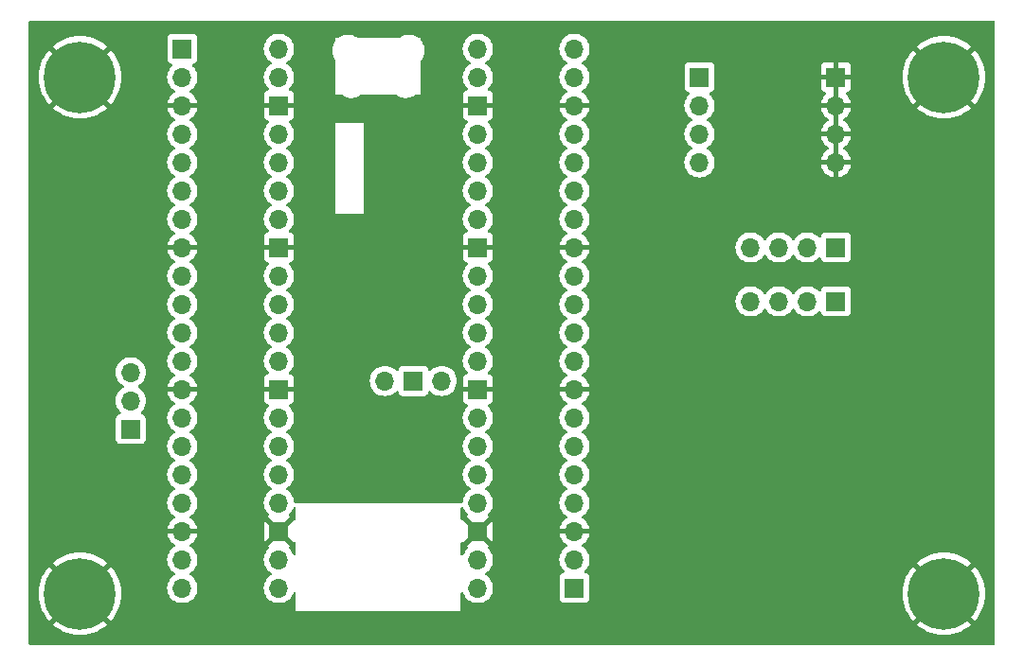
<source format=gbl>
%TF.GenerationSoftware,KiCad,Pcbnew,7.0.8*%
%TF.CreationDate,2023-11-16T15:54:20-08:00*%
%TF.ProjectId,wifi_pc_power_switch,77696669-5f70-4635-9f70-6f7765725f73,rev?*%
%TF.SameCoordinates,Original*%
%TF.FileFunction,Copper,L2,Bot*%
%TF.FilePolarity,Positive*%
%FSLAX46Y46*%
G04 Gerber Fmt 4.6, Leading zero omitted, Abs format (unit mm)*
G04 Created by KiCad (PCBNEW 7.0.8) date 2023-11-16 15:54:20*
%MOMM*%
%LPD*%
G01*
G04 APERTURE LIST*
%TA.AperFunction,ComponentPad*%
%ADD10R,1.700000X1.700000*%
%TD*%
%TA.AperFunction,ComponentPad*%
%ADD11O,1.700000X1.700000*%
%TD*%
%TA.AperFunction,ComponentPad*%
%ADD12C,0.800000*%
%TD*%
%TA.AperFunction,ComponentPad*%
%ADD13C,6.400000*%
%TD*%
%TA.AperFunction,ViaPad*%
%ADD14C,0.800000*%
%TD*%
G04 APERTURE END LIST*
D10*
%TO.P,J7,1,Pin_1*%
%TO.N,Net-(J7-Pin_1)*%
X204216000Y-100330000D03*
D11*
%TO.P,J7,2,Pin_2*%
X201676000Y-100330000D03*
%TO.P,J7,3,Pin_3*%
X199136000Y-100330000D03*
%TO.P,J7,4,Pin_4*%
X196596000Y-100330000D03*
%TD*%
D10*
%TO.P,J6,1,Pin_1*%
%TO.N,Net-(J6-Pin_1)*%
X204216000Y-95504000D03*
D11*
%TO.P,J6,2,Pin_2*%
X201676000Y-95504000D03*
%TO.P,J6,3,Pin_3*%
X199136000Y-95504000D03*
%TO.P,J6,4,Pin_4*%
X196596000Y-95504000D03*
%TD*%
D10*
%TO.P,J1,1,Pin_1*%
%TO.N,Net-(J1-Pin_1)*%
X145796000Y-77724000D03*
D11*
%TO.P,J1,2,Pin_2*%
%TO.N,Net-(J1-Pin_2)*%
X145796000Y-80264000D03*
%TO.P,J1,3,Pin_3*%
%TO.N,GND*%
X145796000Y-82804000D03*
%TO.P,J1,4,Pin_4*%
%TO.N,Net-(J1-Pin_4)*%
X145796000Y-85344000D03*
%TO.P,J1,5,Pin_5*%
%TO.N,Net-(J1-Pin_5)*%
X145796000Y-87884000D03*
%TO.P,J1,6,Pin_6*%
%TO.N,Net-(J1-Pin_6)*%
X145796000Y-90424000D03*
%TO.P,J1,7,Pin_7*%
%TO.N,Net-(J1-Pin_7)*%
X145796000Y-92964000D03*
%TO.P,J1,8,Pin_8*%
%TO.N,GND*%
X145796000Y-95504000D03*
%TO.P,J1,9,Pin_9*%
%TO.N,Net-(J1-Pin_9)*%
X145796000Y-98044000D03*
%TO.P,J1,10,Pin_10*%
%TO.N,Net-(J1-Pin_10)*%
X145796000Y-100584000D03*
%TO.P,J1,11,Pin_11*%
%TO.N,Net-(J1-Pin_11)*%
X145796000Y-103124000D03*
%TO.P,J1,12,Pin_12*%
%TO.N,Net-(J1-Pin_12)*%
X145796000Y-105664000D03*
%TO.P,J1,13,Pin_13*%
%TO.N,GND*%
X145796000Y-108204000D03*
%TO.P,J1,14,Pin_14*%
%TO.N,Net-(J1-Pin_14)*%
X145796000Y-110744000D03*
%TO.P,J1,15,Pin_15*%
%TO.N,Net-(J1-Pin_15)*%
X145796000Y-113284000D03*
%TO.P,J1,16,Pin_16*%
%TO.N,Net-(J1-Pin_16)*%
X145796000Y-115824000D03*
%TO.P,J1,17,Pin_17*%
%TO.N,Net-(J1-Pin_17)*%
X145796000Y-118364000D03*
%TO.P,J1,18,Pin_18*%
%TO.N,GND*%
X145796000Y-120904000D03*
%TO.P,J1,19,Pin_19*%
%TO.N,Net-(J1-Pin_19)*%
X145796000Y-123444000D03*
%TO.P,J1,20,Pin_20*%
%TO.N,Net-(J1-Pin_20)*%
X145796000Y-125984000D03*
%TD*%
D12*
%TO.P,H2,1,1*%
%TO.N,GND*%
X211468000Y-80264000D03*
X212170944Y-78566944D03*
X212170944Y-81961056D03*
X213868000Y-77864000D03*
D13*
X213868000Y-80264000D03*
D12*
X213868000Y-82664000D03*
X215565056Y-78566944D03*
X215565056Y-81961056D03*
X216268000Y-80264000D03*
%TD*%
D10*
%TO.P,J5,1,Pin_1*%
%TO.N,GND*%
X204216000Y-80264000D03*
D11*
%TO.P,J5,2,Pin_2*%
X204216000Y-82804000D03*
%TO.P,J5,3,Pin_3*%
X204216000Y-85344000D03*
%TO.P,J5,4,Pin_4*%
X204216000Y-87884000D03*
%TD*%
D10*
%TO.P,J3,1,Pin_1*%
%TO.N,Net-(D2-A)*%
X192024000Y-80264000D03*
D11*
%TO.P,J3,2,Pin_2*%
X192024000Y-82804000D03*
%TO.P,J3,3,Pin_3*%
X192024000Y-85344000D03*
%TO.P,J3,4,Pin_4*%
X192024000Y-87884000D03*
%TD*%
D10*
%TO.P,J4,1,Pin_1*%
%TO.N,Net-(J4-Pin_1)*%
X141199000Y-111760000D03*
D11*
%TO.P,J4,2,Pin_2*%
%TO.N,Net-(J4-Pin_2)*%
X141199000Y-109220000D03*
%TO.P,J4,3,Pin_3*%
%TO.N,Net-(J4-Pin_3)*%
X141199000Y-106680000D03*
%TD*%
%TO.P,U1,1,GPIO0*%
%TO.N,Net-(J1-Pin_1)*%
X154432000Y-77724000D03*
%TO.P,U1,2,GPIO1*%
%TO.N,Net-(J1-Pin_2)*%
X154432000Y-80264000D03*
D10*
%TO.P,U1,3,GND*%
%TO.N,GND*%
X154432000Y-82804000D03*
D11*
%TO.P,U1,4,GPIO2*%
%TO.N,Net-(J1-Pin_4)*%
X154432000Y-85344000D03*
%TO.P,U1,5,GPIO3*%
%TO.N,Net-(J1-Pin_5)*%
X154432000Y-87884000D03*
%TO.P,U1,6,GPIO4*%
%TO.N,Net-(J1-Pin_6)*%
X154432000Y-90424000D03*
%TO.P,U1,7,GPIO5*%
%TO.N,Net-(J1-Pin_7)*%
X154432000Y-92964000D03*
D10*
%TO.P,U1,8,GND*%
%TO.N,GND*%
X154432000Y-95504000D03*
D11*
%TO.P,U1,9,GPIO6*%
%TO.N,Net-(J1-Pin_9)*%
X154432000Y-98044000D03*
%TO.P,U1,10,GPIO7*%
%TO.N,Net-(J1-Pin_10)*%
X154432000Y-100584000D03*
%TO.P,U1,11,GPIO8*%
%TO.N,Net-(J1-Pin_11)*%
X154432000Y-103124000D03*
%TO.P,U1,12,GPIO9*%
%TO.N,Net-(J1-Pin_12)*%
X154432000Y-105664000D03*
D10*
%TO.P,U1,13,GND*%
%TO.N,GND*%
X154432000Y-108204000D03*
D11*
%TO.P,U1,14,GPIO10*%
%TO.N,Net-(J1-Pin_14)*%
X154432000Y-110744000D03*
%TO.P,U1,15,GPIO11*%
%TO.N,Net-(J1-Pin_15)*%
X154432000Y-113284000D03*
%TO.P,U1,16,GPIO12*%
%TO.N,Net-(J1-Pin_16)*%
X154432000Y-115824000D03*
%TO.P,U1,17,GPIO13*%
%TO.N,Net-(J1-Pin_17)*%
X154432000Y-118364000D03*
D10*
%TO.P,U1,18,GND*%
%TO.N,GND*%
X154432000Y-120904000D03*
D11*
%TO.P,U1,19,GPIO14*%
%TO.N,Net-(J1-Pin_19)*%
X154432000Y-123444000D03*
%TO.P,U1,20,GPIO15*%
%TO.N,Net-(J1-Pin_20)*%
X154432000Y-125984000D03*
%TO.P,U1,21,GPIO16*%
%TO.N,Net-(J2-Pin_1)*%
X172212000Y-125984000D03*
%TO.P,U1,22,GPIO17*%
%TO.N,Net-(J2-Pin_2)*%
X172212000Y-123444000D03*
D10*
%TO.P,U1,23,GND*%
%TO.N,GND*%
X172212000Y-120904000D03*
D11*
%TO.P,U1,24,GPIO18*%
%TO.N,Net-(J2-Pin_4)*%
X172212000Y-118364000D03*
%TO.P,U1,25,GPIO19*%
%TO.N,Net-(J2-Pin_5)*%
X172212000Y-115824000D03*
%TO.P,U1,26,GPIO20*%
%TO.N,Net-(J2-Pin_6)*%
X172212000Y-113284000D03*
%TO.P,U1,27,GPIO21*%
%TO.N,Net-(J2-Pin_7)*%
X172212000Y-110744000D03*
D10*
%TO.P,U1,28,GND*%
%TO.N,GND*%
X172212000Y-108204000D03*
D11*
%TO.P,U1,29,GPIO22*%
%TO.N,/EN*%
X172212000Y-105664000D03*
%TO.P,U1,30,RUN*%
%TO.N,Net-(J2-Pin_10)*%
X172212000Y-103124000D03*
%TO.P,U1,31,GPIO26_ADC0*%
%TO.N,Net-(J2-Pin_11)*%
X172212000Y-100584000D03*
%TO.P,U1,32,GPIO27_ADC1*%
%TO.N,Net-(J2-Pin_12)*%
X172212000Y-98044000D03*
D10*
%TO.P,U1,33,AGND*%
%TO.N,GND*%
X172212000Y-95504000D03*
D11*
%TO.P,U1,34,GPIO28_ADC2*%
%TO.N,Net-(J2-Pin_14)*%
X172212000Y-92964000D03*
%TO.P,U1,35,ADC_VREF*%
%TO.N,Net-(J2-Pin_15)*%
X172212000Y-90424000D03*
%TO.P,U1,36,3V3*%
%TO.N,/V_{3.3}*%
X172212000Y-87884000D03*
%TO.P,U1,37,3V3_EN*%
%TO.N,Net-(J2-Pin_17)*%
X172212000Y-85344000D03*
D10*
%TO.P,U1,38,GND*%
%TO.N,GND*%
X172212000Y-82804000D03*
D11*
%TO.P,U1,39,VSYS*%
%TO.N,Net-(D2-K)*%
X172212000Y-80264000D03*
%TO.P,U1,40,VBUS*%
%TO.N,Net-(J2-Pin_20)*%
X172212000Y-77724000D03*
%TO.P,U1,41,SWCLK*%
%TO.N,Net-(J4-Pin_3)*%
X163906100Y-107454000D03*
D10*
%TO.P,U1,42,GND*%
%TO.N,Net-(J4-Pin_2)*%
X166446100Y-107454000D03*
D11*
%TO.P,U1,43,SWDIO*%
%TO.N,Net-(J4-Pin_1)*%
X168986100Y-107454000D03*
%TD*%
D12*
%TO.P,H1,1,1*%
%TO.N,GND*%
X134252000Y-80264000D03*
X134954944Y-78566944D03*
X134954944Y-81961056D03*
X136652000Y-77864000D03*
D13*
X136652000Y-80264000D03*
D12*
X136652000Y-82664000D03*
X138349056Y-78566944D03*
X138349056Y-81961056D03*
X139052000Y-80264000D03*
%TD*%
%TO.P,H3,1,1*%
%TO.N,GND*%
X134252000Y-126492000D03*
X134954944Y-124794944D03*
X134954944Y-128189056D03*
X136652000Y-124092000D03*
D13*
X136652000Y-126492000D03*
D12*
X136652000Y-128892000D03*
X138349056Y-124794944D03*
X138349056Y-128189056D03*
X139052000Y-126492000D03*
%TD*%
%TO.P,H4,1,1*%
%TO.N,GND*%
X211468000Y-126492000D03*
X212170944Y-124794944D03*
X212170944Y-128189056D03*
X213868000Y-124092000D03*
D13*
X213868000Y-126492000D03*
D12*
X213868000Y-128892000D03*
X215565056Y-124794944D03*
X215565056Y-128189056D03*
X216268000Y-126492000D03*
%TD*%
D10*
%TO.P,J2,1,Pin_1*%
%TO.N,Net-(J2-Pin_1)*%
X180848000Y-125984000D03*
D11*
%TO.P,J2,2,Pin_2*%
%TO.N,Net-(J2-Pin_2)*%
X180848000Y-123444000D03*
%TO.P,J2,3,Pin_3*%
%TO.N,GND*%
X180848000Y-120904000D03*
%TO.P,J2,4,Pin_4*%
%TO.N,Net-(J2-Pin_4)*%
X180848000Y-118364000D03*
%TO.P,J2,5,Pin_5*%
%TO.N,Net-(J2-Pin_5)*%
X180848000Y-115824000D03*
%TO.P,J2,6,Pin_6*%
%TO.N,Net-(J2-Pin_6)*%
X180848000Y-113284000D03*
%TO.P,J2,7,Pin_7*%
%TO.N,Net-(J2-Pin_7)*%
X180848000Y-110744000D03*
%TO.P,J2,8,Pin_8*%
%TO.N,GND*%
X180848000Y-108204000D03*
%TO.P,J2,9,Pin_9*%
%TO.N,/EN*%
X180848000Y-105664000D03*
%TO.P,J2,10,Pin_10*%
%TO.N,Net-(J2-Pin_10)*%
X180848000Y-103124000D03*
%TO.P,J2,11,Pin_11*%
%TO.N,Net-(J2-Pin_11)*%
X180848000Y-100584000D03*
%TO.P,J2,12,Pin_12*%
%TO.N,Net-(J2-Pin_12)*%
X180848000Y-98044000D03*
%TO.P,J2,13,Pin_13*%
%TO.N,GND*%
X180848000Y-95504000D03*
%TO.P,J2,14,Pin_14*%
%TO.N,Net-(J2-Pin_14)*%
X180848000Y-92964000D03*
%TO.P,J2,15,Pin_15*%
%TO.N,Net-(J2-Pin_15)*%
X180848000Y-90424000D03*
%TO.P,J2,16,Pin_16*%
%TO.N,/V_{3.3}*%
X180848000Y-87884000D03*
%TO.P,J2,17,Pin_17*%
%TO.N,Net-(J2-Pin_17)*%
X180848000Y-85344000D03*
%TO.P,J2,18,Pin_18*%
%TO.N,GND*%
X180848000Y-82804000D03*
%TO.P,J2,19,Pin_19*%
%TO.N,Net-(D2-K)*%
X180848000Y-80264000D03*
%TO.P,J2,20,Pin_20*%
%TO.N,Net-(J2-Pin_20)*%
X180848000Y-77724000D03*
%TD*%
D14*
%TO.N,GND*%
X187960000Y-108204000D03*
%TD*%
%TA.AperFunction,Conductor*%
%TO.N,GND*%
G36*
X138508420Y-127994867D02*
G01*
X138446601Y-127953561D01*
X138373680Y-127939056D01*
X138324432Y-127939056D01*
X138251511Y-127953561D01*
X138168816Y-128008816D01*
X138113561Y-128091511D01*
X138094158Y-128189056D01*
X138113561Y-128286601D01*
X138154867Y-128348420D01*
X137596180Y-127789733D01*
X137786870Y-127626870D01*
X137949733Y-127436180D01*
X138508420Y-127994867D01*
G37*
%TD.AperFunction*%
%TA.AperFunction,Conductor*%
G36*
X135517130Y-127626870D02*
G01*
X135707819Y-127789733D01*
X135149135Y-128348416D01*
X135190439Y-128286601D01*
X135209842Y-128189056D01*
X135190439Y-128091511D01*
X135135184Y-128008816D01*
X135052489Y-127953561D01*
X134979568Y-127939056D01*
X134930320Y-127939056D01*
X134857399Y-127953561D01*
X134795577Y-127994868D01*
X135354266Y-127436180D01*
X135517130Y-127626870D01*
G37*
%TD.AperFunction*%
%TA.AperFunction,Conductor*%
G36*
X135707819Y-125194266D02*
G01*
X135517130Y-125357130D01*
X135354266Y-125547818D01*
X134795582Y-124989134D01*
X134857399Y-125030439D01*
X134930320Y-125044944D01*
X134979568Y-125044944D01*
X135052489Y-125030439D01*
X135135184Y-124975184D01*
X135190439Y-124892489D01*
X135209842Y-124794944D01*
X135190439Y-124697399D01*
X135149133Y-124635581D01*
X135707819Y-125194266D01*
G37*
%TD.AperFunction*%
%TA.AperFunction,Conductor*%
G36*
X138113561Y-124697399D02*
G01*
X138094158Y-124794944D01*
X138113561Y-124892489D01*
X138168816Y-124975184D01*
X138251511Y-125030439D01*
X138324432Y-125044944D01*
X138373680Y-125044944D01*
X138446601Y-125030439D01*
X138508415Y-124989135D01*
X137949732Y-125547818D01*
X137786870Y-125357130D01*
X137596180Y-125194266D01*
X138154867Y-124635578D01*
X138113561Y-124697399D01*
G37*
%TD.AperFunction*%
%TA.AperFunction,Conductor*%
G36*
X215724420Y-127994867D02*
G01*
X215662601Y-127953561D01*
X215589680Y-127939056D01*
X215540432Y-127939056D01*
X215467511Y-127953561D01*
X215384816Y-128008816D01*
X215329561Y-128091511D01*
X215310158Y-128189056D01*
X215329561Y-128286601D01*
X215370867Y-128348420D01*
X214812180Y-127789733D01*
X215002870Y-127626870D01*
X215165733Y-127436180D01*
X215724420Y-127994867D01*
G37*
%TD.AperFunction*%
%TA.AperFunction,Conductor*%
G36*
X212733130Y-127626870D02*
G01*
X212923819Y-127789733D01*
X212365135Y-128348416D01*
X212406439Y-128286601D01*
X212425842Y-128189056D01*
X212406439Y-128091511D01*
X212351184Y-128008816D01*
X212268489Y-127953561D01*
X212195568Y-127939056D01*
X212146320Y-127939056D01*
X212073399Y-127953561D01*
X212011577Y-127994868D01*
X212570266Y-127436180D01*
X212733130Y-127626870D01*
G37*
%TD.AperFunction*%
%TA.AperFunction,Conductor*%
G36*
X212923819Y-125194266D02*
G01*
X212733130Y-125357130D01*
X212570266Y-125547818D01*
X212011582Y-124989134D01*
X212073399Y-125030439D01*
X212146320Y-125044944D01*
X212195568Y-125044944D01*
X212268489Y-125030439D01*
X212351184Y-124975184D01*
X212406439Y-124892489D01*
X212425842Y-124794944D01*
X212406439Y-124697399D01*
X212365133Y-124635581D01*
X212923819Y-125194266D01*
G37*
%TD.AperFunction*%
%TA.AperFunction,Conductor*%
G36*
X215329561Y-124697399D02*
G01*
X215310158Y-124794944D01*
X215329561Y-124892489D01*
X215384816Y-124975184D01*
X215467511Y-125030439D01*
X215540432Y-125044944D01*
X215589680Y-125044944D01*
X215662601Y-125030439D01*
X215724415Y-124989135D01*
X215165732Y-125547818D01*
X215002870Y-125357130D01*
X214812180Y-125194266D01*
X215370867Y-124635578D01*
X215329561Y-124697399D01*
G37*
%TD.AperFunction*%
%TA.AperFunction,Conductor*%
G36*
X155766723Y-121885169D02*
G01*
X155805643Y-121876703D01*
X155875335Y-121881688D01*
X155931268Y-121923559D01*
X155955684Y-121989024D01*
X155956000Y-121997869D01*
X155956000Y-122971837D01*
X155936315Y-123038876D01*
X155883511Y-123084631D01*
X155814353Y-123094575D01*
X155750797Y-123065550D01*
X155713023Y-123006772D01*
X155712225Y-123003930D01*
X155705905Y-122980344D01*
X155705904Y-122980343D01*
X155705903Y-122980337D01*
X155606035Y-122766171D01*
X155470495Y-122572599D01*
X155470494Y-122572597D01*
X155348181Y-122450284D01*
X155314696Y-122388961D01*
X155319680Y-122319269D01*
X155361552Y-122263336D01*
X155392527Y-122246422D01*
X155413168Y-122238722D01*
X154573366Y-121398918D01*
X154577161Y-121398373D01*
X154710562Y-121337451D01*
X154821395Y-121241413D01*
X154900682Y-121118040D01*
X154923133Y-121041580D01*
X155766723Y-121885169D01*
G37*
%TD.AperFunction*%
%TA.AperFunction,Conductor*%
G36*
X171743318Y-121118040D02*
G01*
X171822605Y-121241413D01*
X171933438Y-121337451D01*
X172066839Y-121398373D01*
X172070634Y-121398918D01*
X171230829Y-122238722D01*
X171251471Y-122246421D01*
X171307404Y-122288293D01*
X171331821Y-122353757D01*
X171316969Y-122422030D01*
X171295819Y-122450284D01*
X171173503Y-122572600D01*
X171037965Y-122766169D01*
X171037964Y-122766171D01*
X170938098Y-122980335D01*
X170938094Y-122980344D01*
X170931775Y-123003930D01*
X170895410Y-123063591D01*
X170832563Y-123094120D01*
X170763188Y-123085825D01*
X170709310Y-123041340D01*
X170688035Y-122974788D01*
X170688000Y-122971837D01*
X170688000Y-121997868D01*
X170707685Y-121930829D01*
X170760489Y-121885074D01*
X170829647Y-121875130D01*
X170838360Y-121876702D01*
X170877276Y-121885168D01*
X171720866Y-121041579D01*
X171743318Y-121118040D01*
G37*
%TD.AperFunction*%
%TA.AperFunction,Conductor*%
G36*
X170893203Y-118742449D02*
G01*
X170930977Y-118801227D01*
X170931775Y-118804070D01*
X170938093Y-118827653D01*
X170938096Y-118827660D01*
X170938097Y-118827663D01*
X171037965Y-119041830D01*
X171037967Y-119041834D01*
X171146281Y-119196521D01*
X171173501Y-119235396D01*
X171173506Y-119235402D01*
X171295819Y-119357715D01*
X171329304Y-119419038D01*
X171324320Y-119488730D01*
X171282448Y-119544663D01*
X171251469Y-119561579D01*
X171230830Y-119569276D01*
X171230829Y-119569276D01*
X172070635Y-120409081D01*
X172066839Y-120409627D01*
X171933438Y-120470549D01*
X171822605Y-120566587D01*
X171743318Y-120689960D01*
X171720866Y-120766419D01*
X170877276Y-119922829D01*
X170838360Y-119931296D01*
X170768668Y-119926312D01*
X170712734Y-119884442D01*
X170688316Y-119818978D01*
X170688000Y-119810130D01*
X170688000Y-118836162D01*
X170707685Y-118769123D01*
X170760489Y-118723368D01*
X170829647Y-118713424D01*
X170893203Y-118742449D01*
G37*
%TD.AperFunction*%
%TA.AperFunction,Conductor*%
G36*
X155880811Y-118722173D02*
G01*
X155934690Y-118766658D01*
X155955965Y-118833210D01*
X155956000Y-118836162D01*
X155956000Y-119810129D01*
X155936315Y-119877168D01*
X155883511Y-119922923D01*
X155814353Y-119932867D01*
X155805643Y-119931295D01*
X155766723Y-119922828D01*
X154923132Y-120766418D01*
X154900682Y-120689960D01*
X154821395Y-120566587D01*
X154710562Y-120470549D01*
X154577161Y-120409627D01*
X154573365Y-120409081D01*
X155413169Y-119569276D01*
X155413168Y-119569275D01*
X155392529Y-119561577D01*
X155336595Y-119519706D01*
X155312178Y-119454241D01*
X155327030Y-119385968D01*
X155348175Y-119357720D01*
X155470495Y-119235401D01*
X155606035Y-119041830D01*
X155705903Y-118827663D01*
X155712225Y-118804070D01*
X155748589Y-118744409D01*
X155811436Y-118713879D01*
X155880811Y-118722173D01*
G37*
%TD.AperFunction*%
%TA.AperFunction,Conductor*%
G36*
X204466000Y-87448498D02*
G01*
X204358315Y-87399320D01*
X204251763Y-87384000D01*
X204180237Y-87384000D01*
X204073685Y-87399320D01*
X203966000Y-87448498D01*
X203966000Y-85779501D01*
X204073685Y-85828680D01*
X204180237Y-85844000D01*
X204251763Y-85844000D01*
X204358315Y-85828680D01*
X204466000Y-85779501D01*
X204466000Y-87448498D01*
G37*
%TD.AperFunction*%
%TA.AperFunction,Conductor*%
G36*
X204466000Y-84908498D02*
G01*
X204358315Y-84859320D01*
X204251763Y-84844000D01*
X204180237Y-84844000D01*
X204073685Y-84859320D01*
X203966000Y-84908498D01*
X203966000Y-83239501D01*
X204073685Y-83288680D01*
X204180237Y-83304000D01*
X204251763Y-83304000D01*
X204358315Y-83288680D01*
X204466000Y-83239501D01*
X204466000Y-84908498D01*
G37*
%TD.AperFunction*%
%TA.AperFunction,Conductor*%
G36*
X204466000Y-82368498D02*
G01*
X204358315Y-82319320D01*
X204251763Y-82304000D01*
X204180237Y-82304000D01*
X204073685Y-82319320D01*
X203966000Y-82368498D01*
X203966000Y-80699501D01*
X204073685Y-80748680D01*
X204180237Y-80764000D01*
X204251763Y-80764000D01*
X204358315Y-80748680D01*
X204466000Y-80699501D01*
X204466000Y-82368498D01*
G37*
%TD.AperFunction*%
%TA.AperFunction,Conductor*%
G36*
X138508420Y-81766867D02*
G01*
X138446601Y-81725561D01*
X138373680Y-81711056D01*
X138324432Y-81711056D01*
X138251511Y-81725561D01*
X138168816Y-81780816D01*
X138113561Y-81863511D01*
X138094158Y-81961056D01*
X138113561Y-82058601D01*
X138154867Y-82120420D01*
X137596180Y-81561733D01*
X137786870Y-81398870D01*
X137949733Y-81208180D01*
X138508420Y-81766867D01*
G37*
%TD.AperFunction*%
%TA.AperFunction,Conductor*%
G36*
X135517130Y-81398870D02*
G01*
X135707819Y-81561733D01*
X135149135Y-82120416D01*
X135190439Y-82058601D01*
X135209842Y-81961056D01*
X135190439Y-81863511D01*
X135135184Y-81780816D01*
X135052489Y-81725561D01*
X134979568Y-81711056D01*
X134930320Y-81711056D01*
X134857399Y-81725561D01*
X134795577Y-81766868D01*
X135354266Y-81208180D01*
X135517130Y-81398870D01*
G37*
%TD.AperFunction*%
%TA.AperFunction,Conductor*%
G36*
X135707819Y-78966266D02*
G01*
X135517130Y-79129130D01*
X135354266Y-79319818D01*
X134795582Y-78761134D01*
X134857399Y-78802439D01*
X134930320Y-78816944D01*
X134979568Y-78816944D01*
X135052489Y-78802439D01*
X135135184Y-78747184D01*
X135190439Y-78664489D01*
X135209842Y-78566944D01*
X135190439Y-78469399D01*
X135149133Y-78407581D01*
X135707819Y-78966266D01*
G37*
%TD.AperFunction*%
%TA.AperFunction,Conductor*%
G36*
X138113561Y-78469399D02*
G01*
X138094158Y-78566944D01*
X138113561Y-78664489D01*
X138168816Y-78747184D01*
X138251511Y-78802439D01*
X138324432Y-78816944D01*
X138373680Y-78816944D01*
X138446601Y-78802439D01*
X138508415Y-78761135D01*
X137949732Y-79319818D01*
X137786870Y-79129130D01*
X137596180Y-78966266D01*
X138154867Y-78407578D01*
X138113561Y-78469399D01*
G37*
%TD.AperFunction*%
%TA.AperFunction,Conductor*%
G36*
X215724420Y-81766867D02*
G01*
X215662601Y-81725561D01*
X215589680Y-81711056D01*
X215540432Y-81711056D01*
X215467511Y-81725561D01*
X215384816Y-81780816D01*
X215329561Y-81863511D01*
X215310158Y-81961056D01*
X215329561Y-82058601D01*
X215370867Y-82120420D01*
X214812180Y-81561733D01*
X215002870Y-81398870D01*
X215165733Y-81208180D01*
X215724420Y-81766867D01*
G37*
%TD.AperFunction*%
%TA.AperFunction,Conductor*%
G36*
X212733130Y-81398870D02*
G01*
X212923819Y-81561733D01*
X212365135Y-82120416D01*
X212406439Y-82058601D01*
X212425842Y-81961056D01*
X212406439Y-81863511D01*
X212351184Y-81780816D01*
X212268489Y-81725561D01*
X212195568Y-81711056D01*
X212146320Y-81711056D01*
X212073399Y-81725561D01*
X212011577Y-81766868D01*
X212570266Y-81208180D01*
X212733130Y-81398870D01*
G37*
%TD.AperFunction*%
%TA.AperFunction,Conductor*%
G36*
X212923819Y-78966266D02*
G01*
X212733130Y-79129130D01*
X212570266Y-79319818D01*
X212011582Y-78761134D01*
X212073399Y-78802439D01*
X212146320Y-78816944D01*
X212195568Y-78816944D01*
X212268489Y-78802439D01*
X212351184Y-78747184D01*
X212406439Y-78664489D01*
X212425842Y-78566944D01*
X212406439Y-78469399D01*
X212365133Y-78407581D01*
X212923819Y-78966266D01*
G37*
%TD.AperFunction*%
%TA.AperFunction,Conductor*%
G36*
X215329561Y-78469399D02*
G01*
X215310158Y-78566944D01*
X215329561Y-78664489D01*
X215384816Y-78747184D01*
X215467511Y-78802439D01*
X215540432Y-78816944D01*
X215589680Y-78816944D01*
X215662601Y-78802439D01*
X215724415Y-78761135D01*
X215165732Y-79319818D01*
X215002870Y-79129130D01*
X214812180Y-78966266D01*
X215370867Y-78407578D01*
X215329561Y-78469399D01*
G37*
%TD.AperFunction*%
%TA.AperFunction,Conductor*%
G36*
X218382539Y-75204185D02*
G01*
X218428294Y-75256989D01*
X218439500Y-75308500D01*
X218439500Y-130939500D01*
X218419815Y-131006539D01*
X218367011Y-131052294D01*
X218315500Y-131063500D01*
X132204500Y-131063500D01*
X132137461Y-131043815D01*
X132091706Y-130991011D01*
X132080500Y-130939500D01*
X132080500Y-126492000D01*
X132946922Y-126492000D01*
X132967219Y-126879287D01*
X133027886Y-127262323D01*
X133027887Y-127262330D01*
X133128262Y-127636936D01*
X133267244Y-127998994D01*
X133443310Y-128344543D01*
X133654531Y-128669793D01*
X133863095Y-128927350D01*
X133863096Y-128927350D01*
X134760756Y-128029689D01*
X134719449Y-128091511D01*
X134700046Y-128189056D01*
X134719449Y-128286601D01*
X134774704Y-128369296D01*
X134857399Y-128424551D01*
X134930320Y-128439056D01*
X134979568Y-128439056D01*
X135052489Y-128424551D01*
X135114304Y-128383247D01*
X134216648Y-129280903D01*
X134216649Y-129280904D01*
X134474206Y-129489468D01*
X134799456Y-129700689D01*
X135145005Y-129876755D01*
X135507063Y-130015737D01*
X135881669Y-130116112D01*
X135881676Y-130116113D01*
X136264712Y-130176780D01*
X136651999Y-130197078D01*
X136652001Y-130197078D01*
X137039287Y-130176780D01*
X137422323Y-130116113D01*
X137422330Y-130116112D01*
X137796936Y-130015737D01*
X138158994Y-129876755D01*
X138504543Y-129700689D01*
X138829783Y-129489476D01*
X138829785Y-129489475D01*
X139087349Y-129280902D01*
X138189691Y-128383244D01*
X138251511Y-128424551D01*
X138324432Y-128439056D01*
X138373680Y-128439056D01*
X138446601Y-128424551D01*
X138529296Y-128369296D01*
X138584551Y-128286601D01*
X138603954Y-128189056D01*
X138584551Y-128091511D01*
X138543244Y-128029691D01*
X139440902Y-128927349D01*
X139649475Y-128669785D01*
X139649476Y-128669783D01*
X139860689Y-128344543D01*
X140036755Y-127998994D01*
X140175737Y-127636936D01*
X140276112Y-127262330D01*
X140276113Y-127262323D01*
X140336780Y-126879287D01*
X140357078Y-126492000D01*
X140357078Y-126491999D01*
X140336780Y-126104712D01*
X140317661Y-125984000D01*
X144440341Y-125984000D01*
X144460936Y-126219403D01*
X144460938Y-126219413D01*
X144522094Y-126447655D01*
X144522096Y-126447659D01*
X144522097Y-126447663D01*
X144542772Y-126492000D01*
X144621965Y-126661830D01*
X144621967Y-126661834D01*
X144678849Y-126743069D01*
X144757505Y-126855401D01*
X144924599Y-127022495D01*
X145021384Y-127090265D01*
X145118165Y-127158032D01*
X145118167Y-127158033D01*
X145118170Y-127158035D01*
X145332337Y-127257903D01*
X145560592Y-127319063D01*
X145737034Y-127334500D01*
X145795999Y-127339659D01*
X145796000Y-127339659D01*
X145796001Y-127339659D01*
X145854966Y-127334500D01*
X146031408Y-127319063D01*
X146259663Y-127257903D01*
X146473830Y-127158035D01*
X146667401Y-127022495D01*
X146834495Y-126855401D01*
X146970035Y-126661830D01*
X147069903Y-126447663D01*
X147131063Y-126219408D01*
X147151659Y-125984000D01*
X153076341Y-125984000D01*
X153096936Y-126219403D01*
X153096938Y-126219413D01*
X153158094Y-126447655D01*
X153158096Y-126447659D01*
X153158097Y-126447663D01*
X153178772Y-126492000D01*
X153257965Y-126661830D01*
X153257967Y-126661834D01*
X153314849Y-126743069D01*
X153393505Y-126855401D01*
X153560599Y-127022495D01*
X153657384Y-127090265D01*
X153754165Y-127158032D01*
X153754167Y-127158033D01*
X153754170Y-127158035D01*
X153968337Y-127257903D01*
X154196592Y-127319063D01*
X154373034Y-127334500D01*
X154431999Y-127339659D01*
X154432000Y-127339659D01*
X154432001Y-127339659D01*
X154490966Y-127334500D01*
X154667408Y-127319063D01*
X154895663Y-127257903D01*
X155109830Y-127158035D01*
X155303401Y-127022495D01*
X155470495Y-126855401D01*
X155606035Y-126661830D01*
X155705903Y-126447663D01*
X155712225Y-126424070D01*
X155748589Y-126364409D01*
X155811436Y-126333879D01*
X155880811Y-126342173D01*
X155934690Y-126386658D01*
X155955965Y-126453210D01*
X155956000Y-126456162D01*
X155956000Y-128016000D01*
X170688000Y-128016000D01*
X170688000Y-126456162D01*
X170707685Y-126389123D01*
X170760489Y-126343368D01*
X170829647Y-126333424D01*
X170893203Y-126362449D01*
X170930977Y-126421227D01*
X170931775Y-126424070D01*
X170938093Y-126447653D01*
X170938096Y-126447660D01*
X170938097Y-126447663D01*
X170958772Y-126492000D01*
X171037965Y-126661830D01*
X171037967Y-126661834D01*
X171094849Y-126743069D01*
X171173505Y-126855401D01*
X171340599Y-127022495D01*
X171437384Y-127090265D01*
X171534165Y-127158032D01*
X171534167Y-127158033D01*
X171534170Y-127158035D01*
X171748337Y-127257903D01*
X171976592Y-127319063D01*
X172153034Y-127334500D01*
X172211999Y-127339659D01*
X172212000Y-127339659D01*
X172212001Y-127339659D01*
X172270966Y-127334500D01*
X172447408Y-127319063D01*
X172675663Y-127257903D01*
X172889830Y-127158035D01*
X173083401Y-127022495D01*
X173250495Y-126855401D01*
X173386035Y-126661830D01*
X173485903Y-126447663D01*
X173547063Y-126219408D01*
X173567659Y-125984000D01*
X173547063Y-125748592D01*
X173485903Y-125520337D01*
X173386035Y-125306171D01*
X173307192Y-125193570D01*
X173250494Y-125112597D01*
X173083402Y-124945506D01*
X173083396Y-124945501D01*
X172897842Y-124815575D01*
X172854217Y-124760998D01*
X172847023Y-124691500D01*
X172878546Y-124629145D01*
X172897842Y-124612425D01*
X172973499Y-124559449D01*
X173083401Y-124482495D01*
X173250495Y-124315401D01*
X173386035Y-124121830D01*
X173485903Y-123907663D01*
X173547063Y-123679408D01*
X173567659Y-123444000D01*
X179492341Y-123444000D01*
X179512936Y-123679403D01*
X179512938Y-123679413D01*
X179574094Y-123907655D01*
X179574096Y-123907659D01*
X179574097Y-123907663D01*
X179614569Y-123994455D01*
X179673965Y-124121830D01*
X179673967Y-124121834D01*
X179779283Y-124272240D01*
X179809501Y-124315396D01*
X179809506Y-124315402D01*
X179931430Y-124437326D01*
X179964915Y-124498649D01*
X179959931Y-124568341D01*
X179918059Y-124624274D01*
X179887083Y-124641189D01*
X179755669Y-124690203D01*
X179755664Y-124690206D01*
X179640455Y-124776452D01*
X179640452Y-124776455D01*
X179554206Y-124891664D01*
X179554202Y-124891671D01*
X179503908Y-125026517D01*
X179500096Y-125061981D01*
X179497501Y-125086123D01*
X179497500Y-125086135D01*
X179497500Y-126881870D01*
X179497501Y-126881876D01*
X179503908Y-126941483D01*
X179554202Y-127076328D01*
X179554206Y-127076335D01*
X179640452Y-127191544D01*
X179640455Y-127191547D01*
X179755664Y-127277793D01*
X179755671Y-127277797D01*
X179890517Y-127328091D01*
X179890516Y-127328091D01*
X179897444Y-127328835D01*
X179950127Y-127334500D01*
X181745872Y-127334499D01*
X181805483Y-127328091D01*
X181940331Y-127277796D01*
X182055546Y-127191546D01*
X182141796Y-127076331D01*
X182192091Y-126941483D01*
X182198500Y-126881873D01*
X182198500Y-126492000D01*
X210162922Y-126492000D01*
X210183219Y-126879287D01*
X210243886Y-127262323D01*
X210243887Y-127262330D01*
X210344262Y-127636936D01*
X210483244Y-127998994D01*
X210659310Y-128344543D01*
X210870531Y-128669793D01*
X211079095Y-128927350D01*
X211079096Y-128927350D01*
X211976756Y-128029689D01*
X211935449Y-128091511D01*
X211916046Y-128189056D01*
X211935449Y-128286601D01*
X211990704Y-128369296D01*
X212073399Y-128424551D01*
X212146320Y-128439056D01*
X212195568Y-128439056D01*
X212268489Y-128424551D01*
X212330304Y-128383247D01*
X211432648Y-129280903D01*
X211432649Y-129280904D01*
X211690206Y-129489468D01*
X212015456Y-129700689D01*
X212361005Y-129876755D01*
X212723063Y-130015737D01*
X213097669Y-130116112D01*
X213097676Y-130116113D01*
X213480712Y-130176780D01*
X213867999Y-130197078D01*
X213868001Y-130197078D01*
X214255287Y-130176780D01*
X214638323Y-130116113D01*
X214638330Y-130116112D01*
X215012936Y-130015737D01*
X215374994Y-129876755D01*
X215720543Y-129700689D01*
X216045783Y-129489476D01*
X216045785Y-129489475D01*
X216303349Y-129280902D01*
X215405691Y-128383244D01*
X215467511Y-128424551D01*
X215540432Y-128439056D01*
X215589680Y-128439056D01*
X215662601Y-128424551D01*
X215745296Y-128369296D01*
X215800551Y-128286601D01*
X215819954Y-128189056D01*
X215800551Y-128091511D01*
X215759244Y-128029691D01*
X216656902Y-128927349D01*
X216865475Y-128669785D01*
X216865476Y-128669783D01*
X217076689Y-128344543D01*
X217252755Y-127998994D01*
X217391737Y-127636936D01*
X217492112Y-127262330D01*
X217492113Y-127262323D01*
X217552780Y-126879287D01*
X217573078Y-126492000D01*
X217573078Y-126491999D01*
X217552780Y-126104712D01*
X217492113Y-125721676D01*
X217492112Y-125721669D01*
X217391737Y-125347063D01*
X217252755Y-124985005D01*
X217076689Y-124639456D01*
X216865468Y-124314206D01*
X216656904Y-124056649D01*
X216656903Y-124056648D01*
X215759247Y-124954303D01*
X215800551Y-124892489D01*
X215819954Y-124794944D01*
X215800551Y-124697399D01*
X215745296Y-124614704D01*
X215662601Y-124559449D01*
X215589680Y-124544944D01*
X215540432Y-124544944D01*
X215467511Y-124559449D01*
X215405690Y-124600755D01*
X216303350Y-123703096D01*
X216303350Y-123703095D01*
X216045793Y-123494531D01*
X215720543Y-123283310D01*
X215374994Y-123107244D01*
X215012936Y-122968262D01*
X214638330Y-122867887D01*
X214638323Y-122867886D01*
X214255287Y-122807219D01*
X213868001Y-122786922D01*
X213867999Y-122786922D01*
X213480712Y-122807219D01*
X213097676Y-122867886D01*
X213097669Y-122867887D01*
X212723063Y-122968262D01*
X212361005Y-123107244D01*
X212015456Y-123283310D01*
X211690206Y-123494531D01*
X211432648Y-123703095D01*
X211432648Y-123703096D01*
X212330306Y-124600754D01*
X212268489Y-124559449D01*
X212195568Y-124544944D01*
X212146320Y-124544944D01*
X212073399Y-124559449D01*
X211990704Y-124614704D01*
X211935449Y-124697399D01*
X211916046Y-124794944D01*
X211935449Y-124892489D01*
X211976753Y-124954305D01*
X211079096Y-124056648D01*
X211079095Y-124056648D01*
X210870531Y-124314206D01*
X210659310Y-124639456D01*
X210483244Y-124985005D01*
X210344262Y-125347063D01*
X210243887Y-125721669D01*
X210243886Y-125721676D01*
X210183219Y-126104712D01*
X210162922Y-126491999D01*
X210162922Y-126492000D01*
X182198500Y-126492000D01*
X182198499Y-125086128D01*
X182192091Y-125026517D01*
X182141919Y-124892000D01*
X182141797Y-124891671D01*
X182141793Y-124891664D01*
X182055547Y-124776455D01*
X182055544Y-124776452D01*
X181940335Y-124690206D01*
X181940328Y-124690202D01*
X181808917Y-124641189D01*
X181752983Y-124599318D01*
X181728566Y-124533853D01*
X181743418Y-124465580D01*
X181764563Y-124437332D01*
X181886495Y-124315401D01*
X182022035Y-124121830D01*
X182121903Y-123907663D01*
X182183063Y-123679408D01*
X182203659Y-123444000D01*
X182183063Y-123208592D01*
X182121903Y-122980337D01*
X182022035Y-122766171D01*
X181886495Y-122572599D01*
X181886494Y-122572597D01*
X181719402Y-122405506D01*
X181719401Y-122405505D01*
X181533405Y-122275269D01*
X181489781Y-122220692D01*
X181482588Y-122151193D01*
X181514110Y-122088839D01*
X181533405Y-122072119D01*
X181719082Y-121942105D01*
X181886105Y-121775082D01*
X182021600Y-121581578D01*
X182121429Y-121367492D01*
X182121432Y-121367486D01*
X182178636Y-121154000D01*
X181281686Y-121154000D01*
X181307493Y-121113844D01*
X181348000Y-120975889D01*
X181348000Y-120832111D01*
X181307493Y-120694156D01*
X181281686Y-120654000D01*
X182178636Y-120654000D01*
X182178635Y-120653999D01*
X182121432Y-120440513D01*
X182121429Y-120440507D01*
X182021600Y-120226422D01*
X182021599Y-120226420D01*
X181886113Y-120032926D01*
X181886108Y-120032920D01*
X181719078Y-119865890D01*
X181533405Y-119735879D01*
X181489780Y-119681302D01*
X181482588Y-119611804D01*
X181514110Y-119549449D01*
X181533406Y-119532730D01*
X181719401Y-119402495D01*
X181886495Y-119235401D01*
X182022035Y-119041830D01*
X182121903Y-118827663D01*
X182183063Y-118599408D01*
X182203659Y-118364000D01*
X182183063Y-118128592D01*
X182121903Y-117900337D01*
X182022035Y-117686171D01*
X181886495Y-117492599D01*
X181886494Y-117492597D01*
X181719402Y-117325506D01*
X181719396Y-117325501D01*
X181533842Y-117195575D01*
X181490217Y-117140998D01*
X181483023Y-117071500D01*
X181514546Y-117009145D01*
X181533842Y-116992425D01*
X181556026Y-116976891D01*
X181719401Y-116862495D01*
X181886495Y-116695401D01*
X182022035Y-116501830D01*
X182121903Y-116287663D01*
X182183063Y-116059408D01*
X182203659Y-115824000D01*
X182183063Y-115588592D01*
X182121903Y-115360337D01*
X182022035Y-115146171D01*
X181886495Y-114952599D01*
X181886494Y-114952597D01*
X181719402Y-114785506D01*
X181719396Y-114785501D01*
X181533842Y-114655575D01*
X181490217Y-114600998D01*
X181483023Y-114531500D01*
X181514546Y-114469145D01*
X181533842Y-114452425D01*
X181556026Y-114436891D01*
X181719401Y-114322495D01*
X181886495Y-114155401D01*
X182022035Y-113961830D01*
X182121903Y-113747663D01*
X182183063Y-113519408D01*
X182203659Y-113284000D01*
X182183063Y-113048592D01*
X182121903Y-112820337D01*
X182022035Y-112606171D01*
X181886495Y-112412599D01*
X181886494Y-112412597D01*
X181719402Y-112245506D01*
X181719396Y-112245501D01*
X181533842Y-112115575D01*
X181490217Y-112060998D01*
X181483023Y-111991500D01*
X181514546Y-111929145D01*
X181533842Y-111912425D01*
X181556026Y-111896891D01*
X181719401Y-111782495D01*
X181886495Y-111615401D01*
X182022035Y-111421830D01*
X182121903Y-111207663D01*
X182183063Y-110979408D01*
X182203659Y-110744000D01*
X182183063Y-110508592D01*
X182121903Y-110280337D01*
X182022035Y-110066171D01*
X181886495Y-109872599D01*
X181886494Y-109872597D01*
X181719402Y-109705506D01*
X181719401Y-109705505D01*
X181533405Y-109575269D01*
X181489781Y-109520692D01*
X181482588Y-109451193D01*
X181514110Y-109388839D01*
X181533405Y-109372119D01*
X181719082Y-109242105D01*
X181886105Y-109075082D01*
X182021600Y-108881578D01*
X182121429Y-108667492D01*
X182121432Y-108667486D01*
X182178636Y-108454000D01*
X181281686Y-108454000D01*
X181307493Y-108413844D01*
X181348000Y-108275889D01*
X181348000Y-108132111D01*
X181307493Y-107994156D01*
X181281686Y-107954000D01*
X182178636Y-107954000D01*
X182178635Y-107953999D01*
X182121432Y-107740513D01*
X182121429Y-107740507D01*
X182021600Y-107526422D01*
X182021599Y-107526420D01*
X181886113Y-107332926D01*
X181886108Y-107332920D01*
X181719078Y-107165890D01*
X181533405Y-107035879D01*
X181489780Y-106981302D01*
X181482588Y-106911804D01*
X181514110Y-106849449D01*
X181533406Y-106832730D01*
X181566815Y-106809337D01*
X181719401Y-106702495D01*
X181886495Y-106535401D01*
X182022035Y-106341830D01*
X182121903Y-106127663D01*
X182183063Y-105899408D01*
X182203659Y-105664000D01*
X182183063Y-105428592D01*
X182121903Y-105200337D01*
X182022035Y-104986171D01*
X181886495Y-104792599D01*
X181886494Y-104792597D01*
X181719402Y-104625506D01*
X181719396Y-104625501D01*
X181533842Y-104495575D01*
X181490217Y-104440998D01*
X181483023Y-104371500D01*
X181514546Y-104309145D01*
X181533842Y-104292425D01*
X181556026Y-104276891D01*
X181719401Y-104162495D01*
X181886495Y-103995401D01*
X182022035Y-103801830D01*
X182121903Y-103587663D01*
X182183063Y-103359408D01*
X182203659Y-103124000D01*
X182183063Y-102888592D01*
X182121903Y-102660337D01*
X182022035Y-102446171D01*
X181886495Y-102252599D01*
X181886494Y-102252597D01*
X181719402Y-102085506D01*
X181719396Y-102085501D01*
X181533842Y-101955575D01*
X181490217Y-101900998D01*
X181483023Y-101831500D01*
X181514546Y-101769145D01*
X181533842Y-101752425D01*
X181556026Y-101736891D01*
X181719401Y-101622495D01*
X181886495Y-101455401D01*
X182022035Y-101261830D01*
X182121903Y-101047663D01*
X182183063Y-100819408D01*
X182203659Y-100584000D01*
X182183063Y-100348592D01*
X182178081Y-100330000D01*
X195240341Y-100330000D01*
X195260936Y-100565403D01*
X195260938Y-100565413D01*
X195322094Y-100793655D01*
X195322096Y-100793659D01*
X195322097Y-100793663D01*
X195402004Y-100965023D01*
X195421965Y-101007830D01*
X195421967Y-101007834D01*
X195530281Y-101162521D01*
X195557505Y-101201401D01*
X195724599Y-101368495D01*
X195821384Y-101436265D01*
X195918165Y-101504032D01*
X195918167Y-101504033D01*
X195918170Y-101504035D01*
X196132337Y-101603903D01*
X196360592Y-101665063D01*
X196537034Y-101680500D01*
X196595999Y-101685659D01*
X196596000Y-101685659D01*
X196596001Y-101685659D01*
X196654966Y-101680500D01*
X196831408Y-101665063D01*
X197059663Y-101603903D01*
X197273830Y-101504035D01*
X197467401Y-101368495D01*
X197634495Y-101201401D01*
X197764425Y-101015842D01*
X197819002Y-100972217D01*
X197888500Y-100965023D01*
X197950855Y-100996546D01*
X197967575Y-101015842D01*
X198097500Y-101201395D01*
X198097505Y-101201401D01*
X198264599Y-101368495D01*
X198361384Y-101436265D01*
X198458165Y-101504032D01*
X198458167Y-101504033D01*
X198458170Y-101504035D01*
X198672337Y-101603903D01*
X198900592Y-101665063D01*
X199077034Y-101680500D01*
X199135999Y-101685659D01*
X199136000Y-101685659D01*
X199136001Y-101685659D01*
X199194966Y-101680500D01*
X199371408Y-101665063D01*
X199599663Y-101603903D01*
X199813830Y-101504035D01*
X200007401Y-101368495D01*
X200174495Y-101201401D01*
X200304425Y-101015842D01*
X200359002Y-100972217D01*
X200428500Y-100965023D01*
X200490855Y-100996546D01*
X200507575Y-101015842D01*
X200637500Y-101201395D01*
X200637505Y-101201401D01*
X200804599Y-101368495D01*
X200901384Y-101436265D01*
X200998165Y-101504032D01*
X200998167Y-101504033D01*
X200998170Y-101504035D01*
X201212337Y-101603903D01*
X201440592Y-101665063D01*
X201617034Y-101680500D01*
X201675999Y-101685659D01*
X201676000Y-101685659D01*
X201676001Y-101685659D01*
X201734966Y-101680500D01*
X201911408Y-101665063D01*
X202139663Y-101603903D01*
X202353830Y-101504035D01*
X202547401Y-101368495D01*
X202669329Y-101246566D01*
X202730648Y-101213084D01*
X202800340Y-101218068D01*
X202856274Y-101259939D01*
X202873189Y-101290917D01*
X202922202Y-101422328D01*
X202922206Y-101422335D01*
X203008452Y-101537544D01*
X203008455Y-101537547D01*
X203123664Y-101623793D01*
X203123671Y-101623797D01*
X203258517Y-101674091D01*
X203258516Y-101674091D01*
X203265444Y-101674835D01*
X203318127Y-101680500D01*
X205113872Y-101680499D01*
X205173483Y-101674091D01*
X205308331Y-101623796D01*
X205423546Y-101537546D01*
X205509796Y-101422331D01*
X205560091Y-101287483D01*
X205566500Y-101227873D01*
X205566499Y-99432128D01*
X205560091Y-99372517D01*
X205558810Y-99369083D01*
X205509797Y-99237671D01*
X205509793Y-99237664D01*
X205423547Y-99122455D01*
X205423544Y-99122452D01*
X205308335Y-99036206D01*
X205308328Y-99036202D01*
X205173482Y-98985908D01*
X205173483Y-98985908D01*
X205113883Y-98979501D01*
X205113881Y-98979500D01*
X205113873Y-98979500D01*
X205113864Y-98979500D01*
X203318129Y-98979500D01*
X203318123Y-98979501D01*
X203258516Y-98985908D01*
X203123671Y-99036202D01*
X203123664Y-99036206D01*
X203008455Y-99122452D01*
X203008452Y-99122455D01*
X202922206Y-99237664D01*
X202922203Y-99237669D01*
X202873189Y-99369083D01*
X202831317Y-99425016D01*
X202765853Y-99449433D01*
X202697580Y-99434581D01*
X202669326Y-99413430D01*
X202547402Y-99291506D01*
X202547395Y-99291501D01*
X202353834Y-99155967D01*
X202353830Y-99155965D01*
X202353828Y-99155964D01*
X202139663Y-99056097D01*
X202139659Y-99056096D01*
X202139655Y-99056094D01*
X201911413Y-98994938D01*
X201911403Y-98994936D01*
X201676001Y-98974341D01*
X201675999Y-98974341D01*
X201440596Y-98994936D01*
X201440586Y-98994938D01*
X201212344Y-99056094D01*
X201212335Y-99056098D01*
X200998171Y-99155964D01*
X200998169Y-99155965D01*
X200804597Y-99291505D01*
X200637505Y-99458597D01*
X200507575Y-99644158D01*
X200452998Y-99687783D01*
X200383500Y-99694977D01*
X200321145Y-99663454D01*
X200304425Y-99644158D01*
X200174494Y-99458597D01*
X200007402Y-99291506D01*
X200007395Y-99291501D01*
X199813834Y-99155967D01*
X199813830Y-99155965D01*
X199813828Y-99155964D01*
X199599663Y-99056097D01*
X199599659Y-99056096D01*
X199599655Y-99056094D01*
X199371413Y-98994938D01*
X199371403Y-98994936D01*
X199136001Y-98974341D01*
X199135999Y-98974341D01*
X198900596Y-98994936D01*
X198900586Y-98994938D01*
X198672344Y-99056094D01*
X198672335Y-99056098D01*
X198458171Y-99155964D01*
X198458169Y-99155965D01*
X198264597Y-99291505D01*
X198097505Y-99458597D01*
X197967575Y-99644158D01*
X197912998Y-99687783D01*
X197843500Y-99694977D01*
X197781145Y-99663454D01*
X197764425Y-99644158D01*
X197634494Y-99458597D01*
X197467402Y-99291506D01*
X197467395Y-99291501D01*
X197273834Y-99155967D01*
X197273830Y-99155965D01*
X197273828Y-99155964D01*
X197059663Y-99056097D01*
X197059659Y-99056096D01*
X197059655Y-99056094D01*
X196831413Y-98994938D01*
X196831403Y-98994936D01*
X196596001Y-98974341D01*
X196595999Y-98974341D01*
X196360596Y-98994936D01*
X196360586Y-98994938D01*
X196132344Y-99056094D01*
X196132335Y-99056098D01*
X195918171Y-99155964D01*
X195918169Y-99155965D01*
X195724597Y-99291505D01*
X195557505Y-99458597D01*
X195421965Y-99652169D01*
X195421964Y-99652171D01*
X195322098Y-99866335D01*
X195322094Y-99866344D01*
X195260938Y-100094586D01*
X195260936Y-100094596D01*
X195240341Y-100329999D01*
X195240341Y-100330000D01*
X182178081Y-100330000D01*
X182121903Y-100120337D01*
X182022035Y-99906171D01*
X181988283Y-99857967D01*
X181886494Y-99712597D01*
X181719402Y-99545506D01*
X181719396Y-99545501D01*
X181533842Y-99415575D01*
X181490217Y-99360998D01*
X181483023Y-99291500D01*
X181514546Y-99229145D01*
X181533842Y-99212425D01*
X181662332Y-99122455D01*
X181719401Y-99082495D01*
X181886495Y-98915401D01*
X182022035Y-98721830D01*
X182121903Y-98507663D01*
X182183063Y-98279408D01*
X182203659Y-98044000D01*
X182183063Y-97808592D01*
X182121903Y-97580337D01*
X182022035Y-97366171D01*
X181886495Y-97172599D01*
X181886494Y-97172597D01*
X181719402Y-97005506D01*
X181719401Y-97005505D01*
X181533405Y-96875269D01*
X181489781Y-96820692D01*
X181482588Y-96751193D01*
X181514110Y-96688839D01*
X181533405Y-96672119D01*
X181719082Y-96542105D01*
X181886105Y-96375082D01*
X182021600Y-96181578D01*
X182121429Y-95967492D01*
X182121432Y-95967486D01*
X182178636Y-95754000D01*
X181281686Y-95754000D01*
X181307493Y-95713844D01*
X181348000Y-95575889D01*
X181348000Y-95504000D01*
X195240341Y-95504000D01*
X195260936Y-95739403D01*
X195260938Y-95739413D01*
X195322094Y-95967655D01*
X195322096Y-95967659D01*
X195322097Y-95967663D01*
X195402004Y-96139023D01*
X195421965Y-96181830D01*
X195421967Y-96181834D01*
X195530281Y-96336521D01*
X195557505Y-96375401D01*
X195724599Y-96542495D01*
X195821384Y-96610265D01*
X195918165Y-96678032D01*
X195918167Y-96678033D01*
X195918170Y-96678035D01*
X196132337Y-96777903D01*
X196360592Y-96839063D01*
X196537034Y-96854500D01*
X196595999Y-96859659D01*
X196596000Y-96859659D01*
X196596001Y-96859659D01*
X196654966Y-96854500D01*
X196831408Y-96839063D01*
X197059663Y-96777903D01*
X197273830Y-96678035D01*
X197467401Y-96542495D01*
X197634495Y-96375401D01*
X197764425Y-96189842D01*
X197819002Y-96146217D01*
X197888500Y-96139023D01*
X197950855Y-96170546D01*
X197967575Y-96189842D01*
X198097500Y-96375395D01*
X198097505Y-96375401D01*
X198264599Y-96542495D01*
X198361384Y-96610265D01*
X198458165Y-96678032D01*
X198458167Y-96678033D01*
X198458170Y-96678035D01*
X198672337Y-96777903D01*
X198900592Y-96839063D01*
X199077034Y-96854500D01*
X199135999Y-96859659D01*
X199136000Y-96859659D01*
X199136001Y-96859659D01*
X199194966Y-96854500D01*
X199371408Y-96839063D01*
X199599663Y-96777903D01*
X199813830Y-96678035D01*
X200007401Y-96542495D01*
X200174495Y-96375401D01*
X200304425Y-96189842D01*
X200359002Y-96146217D01*
X200428500Y-96139023D01*
X200490855Y-96170546D01*
X200507575Y-96189842D01*
X200637500Y-96375395D01*
X200637505Y-96375401D01*
X200804599Y-96542495D01*
X200901384Y-96610265D01*
X200998165Y-96678032D01*
X200998167Y-96678033D01*
X200998170Y-96678035D01*
X201212337Y-96777903D01*
X201440592Y-96839063D01*
X201617034Y-96854500D01*
X201675999Y-96859659D01*
X201676000Y-96859659D01*
X201676001Y-96859659D01*
X201734966Y-96854500D01*
X201911408Y-96839063D01*
X202139663Y-96777903D01*
X202353830Y-96678035D01*
X202547401Y-96542495D01*
X202669329Y-96420566D01*
X202730648Y-96387084D01*
X202800340Y-96392068D01*
X202856274Y-96433939D01*
X202873189Y-96464917D01*
X202922202Y-96596328D01*
X202922206Y-96596335D01*
X203008452Y-96711544D01*
X203008455Y-96711547D01*
X203123664Y-96797793D01*
X203123671Y-96797797D01*
X203258517Y-96848091D01*
X203258516Y-96848091D01*
X203265444Y-96848835D01*
X203318127Y-96854500D01*
X205113872Y-96854499D01*
X205173483Y-96848091D01*
X205308331Y-96797796D01*
X205423546Y-96711546D01*
X205509796Y-96596331D01*
X205560091Y-96461483D01*
X205566500Y-96401873D01*
X205566499Y-94606128D01*
X205560091Y-94546517D01*
X205558810Y-94543083D01*
X205509797Y-94411671D01*
X205509793Y-94411664D01*
X205423547Y-94296455D01*
X205423544Y-94296452D01*
X205308335Y-94210206D01*
X205308328Y-94210202D01*
X205173482Y-94159908D01*
X205173483Y-94159908D01*
X205113883Y-94153501D01*
X205113881Y-94153500D01*
X205113873Y-94153500D01*
X205113864Y-94153500D01*
X203318129Y-94153500D01*
X203318123Y-94153501D01*
X203258516Y-94159908D01*
X203123671Y-94210202D01*
X203123664Y-94210206D01*
X203008455Y-94296452D01*
X203008452Y-94296455D01*
X202922206Y-94411664D01*
X202922203Y-94411669D01*
X202873189Y-94543083D01*
X202831317Y-94599016D01*
X202765853Y-94623433D01*
X202697580Y-94608581D01*
X202669326Y-94587430D01*
X202547402Y-94465506D01*
X202547395Y-94465501D01*
X202353834Y-94329967D01*
X202353830Y-94329965D01*
X202330659Y-94319160D01*
X202139663Y-94230097D01*
X202139659Y-94230096D01*
X202139655Y-94230094D01*
X201911413Y-94168938D01*
X201911403Y-94168936D01*
X201676001Y-94148341D01*
X201675999Y-94148341D01*
X201440596Y-94168936D01*
X201440586Y-94168938D01*
X201212344Y-94230094D01*
X201212335Y-94230098D01*
X200998171Y-94329964D01*
X200998169Y-94329965D01*
X200804597Y-94465505D01*
X200637505Y-94632597D01*
X200507575Y-94818158D01*
X200452998Y-94861783D01*
X200383500Y-94868977D01*
X200321145Y-94837454D01*
X200304425Y-94818158D01*
X200174494Y-94632597D01*
X200007402Y-94465506D01*
X200007395Y-94465501D01*
X199813834Y-94329967D01*
X199813830Y-94329965D01*
X199790659Y-94319160D01*
X199599663Y-94230097D01*
X199599659Y-94230096D01*
X199599655Y-94230094D01*
X199371413Y-94168938D01*
X199371403Y-94168936D01*
X199136001Y-94148341D01*
X199135999Y-94148341D01*
X198900596Y-94168936D01*
X198900586Y-94168938D01*
X198672344Y-94230094D01*
X198672335Y-94230098D01*
X198458171Y-94329964D01*
X198458169Y-94329965D01*
X198264597Y-94465505D01*
X198097505Y-94632597D01*
X197967575Y-94818158D01*
X197912998Y-94861783D01*
X197843500Y-94868977D01*
X197781145Y-94837454D01*
X197764425Y-94818158D01*
X197634494Y-94632597D01*
X197467402Y-94465506D01*
X197467395Y-94465501D01*
X197273834Y-94329967D01*
X197273830Y-94329965D01*
X197250659Y-94319160D01*
X197059663Y-94230097D01*
X197059659Y-94230096D01*
X197059655Y-94230094D01*
X196831413Y-94168938D01*
X196831403Y-94168936D01*
X196596001Y-94148341D01*
X196595999Y-94148341D01*
X196360596Y-94168936D01*
X196360586Y-94168938D01*
X196132344Y-94230094D01*
X196132335Y-94230098D01*
X195918171Y-94329964D01*
X195918169Y-94329965D01*
X195724597Y-94465505D01*
X195557505Y-94632597D01*
X195421965Y-94826169D01*
X195421964Y-94826171D01*
X195322098Y-95040335D01*
X195322094Y-95040344D01*
X195260938Y-95268586D01*
X195260936Y-95268596D01*
X195240341Y-95503999D01*
X195240341Y-95504000D01*
X181348000Y-95504000D01*
X181348000Y-95432111D01*
X181307493Y-95294156D01*
X181281686Y-95254000D01*
X182178636Y-95254000D01*
X182178635Y-95253999D01*
X182121432Y-95040513D01*
X182121429Y-95040507D01*
X182021600Y-94826422D01*
X182021599Y-94826420D01*
X181886113Y-94632926D01*
X181886108Y-94632920D01*
X181719078Y-94465890D01*
X181533405Y-94335879D01*
X181489780Y-94281302D01*
X181482588Y-94211804D01*
X181514110Y-94149449D01*
X181533406Y-94132730D01*
X181645500Y-94054241D01*
X181719401Y-94002495D01*
X181886495Y-93835401D01*
X182022035Y-93641830D01*
X182121903Y-93427663D01*
X182183063Y-93199408D01*
X182203659Y-92964000D01*
X182183063Y-92728592D01*
X182121903Y-92500337D01*
X182022035Y-92286171D01*
X181886495Y-92092599D01*
X181886494Y-92092597D01*
X181719402Y-91925506D01*
X181719396Y-91925501D01*
X181533842Y-91795575D01*
X181490217Y-91740998D01*
X181483023Y-91671500D01*
X181514546Y-91609145D01*
X181533842Y-91592425D01*
X181556026Y-91576891D01*
X181719401Y-91462495D01*
X181886495Y-91295401D01*
X182022035Y-91101830D01*
X182121903Y-90887663D01*
X182183063Y-90659408D01*
X182203659Y-90424000D01*
X182183063Y-90188592D01*
X182121903Y-89960337D01*
X182022035Y-89746171D01*
X181886495Y-89552599D01*
X181886494Y-89552597D01*
X181719402Y-89385506D01*
X181719396Y-89385501D01*
X181533842Y-89255575D01*
X181490217Y-89200998D01*
X181483023Y-89131500D01*
X181514546Y-89069145D01*
X181533842Y-89052425D01*
X181556026Y-89036891D01*
X181719401Y-88922495D01*
X181886495Y-88755401D01*
X182022035Y-88561830D01*
X182121903Y-88347663D01*
X182183063Y-88119408D01*
X182203659Y-87884000D01*
X190668341Y-87884000D01*
X190688936Y-88119403D01*
X190688938Y-88119413D01*
X190750094Y-88347655D01*
X190750096Y-88347659D01*
X190750097Y-88347663D01*
X190849847Y-88561578D01*
X190849965Y-88561830D01*
X190849967Y-88561834D01*
X190958281Y-88716521D01*
X190985505Y-88755401D01*
X191152599Y-88922495D01*
X191249384Y-88990265D01*
X191346165Y-89058032D01*
X191346167Y-89058033D01*
X191346170Y-89058035D01*
X191560337Y-89157903D01*
X191788592Y-89219063D01*
X191976918Y-89235539D01*
X192023999Y-89239659D01*
X192024000Y-89239659D01*
X192024001Y-89239659D01*
X192063234Y-89236226D01*
X192259408Y-89219063D01*
X192487663Y-89157903D01*
X192701830Y-89058035D01*
X192895401Y-88922495D01*
X193062495Y-88755401D01*
X193198035Y-88561830D01*
X193297903Y-88347663D01*
X193359063Y-88119408D01*
X193379659Y-87884000D01*
X193359063Y-87648592D01*
X193297903Y-87420337D01*
X193198035Y-87206171D01*
X193062495Y-87012599D01*
X193062494Y-87012597D01*
X192895402Y-86845506D01*
X192895396Y-86845501D01*
X192709842Y-86715575D01*
X192666217Y-86660998D01*
X192659023Y-86591500D01*
X192690546Y-86529145D01*
X192709842Y-86512425D01*
X192732026Y-86496891D01*
X192895401Y-86382495D01*
X193062495Y-86215401D01*
X193198035Y-86021830D01*
X193297903Y-85807663D01*
X193359063Y-85579408D01*
X193379659Y-85344000D01*
X193359063Y-85108592D01*
X193297903Y-84880337D01*
X193198035Y-84666171D01*
X193062495Y-84472599D01*
X193062494Y-84472597D01*
X192895402Y-84305506D01*
X192895396Y-84305501D01*
X192709842Y-84175575D01*
X192666217Y-84120998D01*
X192659023Y-84051500D01*
X192690546Y-83989145D01*
X192709842Y-83972425D01*
X192818865Y-83896086D01*
X192895401Y-83842495D01*
X193062495Y-83675401D01*
X193198035Y-83481830D01*
X193297903Y-83267663D01*
X193359063Y-83039408D01*
X193379659Y-82804000D01*
X193359063Y-82568592D01*
X193297903Y-82340337D01*
X193198035Y-82126171D01*
X193197013Y-82124712D01*
X193062496Y-81932600D01*
X193001953Y-81872057D01*
X192940567Y-81810671D01*
X192907084Y-81749351D01*
X192912068Y-81679659D01*
X192953939Y-81623725D01*
X192984915Y-81606810D01*
X193116331Y-81557796D01*
X193231546Y-81471546D01*
X193317796Y-81356331D01*
X193368091Y-81221483D01*
X193374500Y-81161873D01*
X193374500Y-81161844D01*
X202866000Y-81161844D01*
X202872401Y-81221372D01*
X202872403Y-81221379D01*
X202922645Y-81356086D01*
X202922649Y-81356093D01*
X203008809Y-81471187D01*
X203008812Y-81471190D01*
X203123906Y-81557350D01*
X203123913Y-81557354D01*
X203255986Y-81606614D01*
X203311920Y-81648485D01*
X203336337Y-81713949D01*
X203321486Y-81782222D01*
X203300335Y-81810477D01*
X203177886Y-81932926D01*
X203042400Y-82126420D01*
X203042399Y-82126422D01*
X202942570Y-82340507D01*
X202942567Y-82340513D01*
X202885364Y-82553999D01*
X202885364Y-82554000D01*
X203782314Y-82554000D01*
X203756507Y-82594156D01*
X203716000Y-82732111D01*
X203716000Y-82875889D01*
X203756507Y-83013844D01*
X203782314Y-83054000D01*
X202885364Y-83054000D01*
X202942567Y-83267486D01*
X202942570Y-83267492D01*
X203042399Y-83481578D01*
X203177894Y-83675082D01*
X203344917Y-83842105D01*
X203531031Y-83972425D01*
X203574656Y-84027003D01*
X203581848Y-84096501D01*
X203550326Y-84158856D01*
X203531031Y-84175575D01*
X203344922Y-84305890D01*
X203344920Y-84305891D01*
X203177891Y-84472920D01*
X203177886Y-84472926D01*
X203042400Y-84666420D01*
X203042399Y-84666422D01*
X202942570Y-84880507D01*
X202942567Y-84880513D01*
X202885364Y-85093999D01*
X202885364Y-85094000D01*
X203782314Y-85094000D01*
X203756507Y-85134156D01*
X203716000Y-85272111D01*
X203716000Y-85415889D01*
X203756507Y-85553844D01*
X203782314Y-85594000D01*
X202885364Y-85594000D01*
X202942567Y-85807486D01*
X202942570Y-85807492D01*
X203042399Y-86021578D01*
X203177894Y-86215082D01*
X203344917Y-86382105D01*
X203531031Y-86512425D01*
X203574656Y-86567003D01*
X203581848Y-86636501D01*
X203550326Y-86698856D01*
X203531031Y-86715575D01*
X203344922Y-86845890D01*
X203344920Y-86845891D01*
X203177891Y-87012920D01*
X203177886Y-87012926D01*
X203042400Y-87206420D01*
X203042399Y-87206422D01*
X202942570Y-87420507D01*
X202942567Y-87420513D01*
X202885364Y-87633999D01*
X202885364Y-87634000D01*
X203782314Y-87634000D01*
X203756507Y-87674156D01*
X203716000Y-87812111D01*
X203716000Y-87955889D01*
X203756507Y-88093844D01*
X203782314Y-88134000D01*
X202885364Y-88134000D01*
X202942567Y-88347486D01*
X202942570Y-88347492D01*
X203042399Y-88561578D01*
X203177894Y-88755082D01*
X203344917Y-88922105D01*
X203538421Y-89057600D01*
X203752507Y-89157429D01*
X203752516Y-89157433D01*
X203966000Y-89214634D01*
X203966000Y-88319501D01*
X204073685Y-88368680D01*
X204180237Y-88384000D01*
X204251763Y-88384000D01*
X204358315Y-88368680D01*
X204466000Y-88319501D01*
X204466000Y-89214633D01*
X204679483Y-89157433D01*
X204679492Y-89157429D01*
X204893578Y-89057600D01*
X205087082Y-88922105D01*
X205254105Y-88755082D01*
X205389600Y-88561578D01*
X205489429Y-88347492D01*
X205489432Y-88347486D01*
X205546636Y-88134000D01*
X204649686Y-88134000D01*
X204675493Y-88093844D01*
X204716000Y-87955889D01*
X204716000Y-87812111D01*
X204675493Y-87674156D01*
X204649686Y-87634000D01*
X205546636Y-87634000D01*
X205546635Y-87633999D01*
X205489432Y-87420513D01*
X205489429Y-87420507D01*
X205389600Y-87206422D01*
X205389599Y-87206420D01*
X205254113Y-87012926D01*
X205254108Y-87012920D01*
X205087082Y-86845894D01*
X204900968Y-86715575D01*
X204857344Y-86660998D01*
X204850151Y-86591499D01*
X204881673Y-86529145D01*
X204900968Y-86512425D01*
X205087082Y-86382105D01*
X205254105Y-86215082D01*
X205389600Y-86021578D01*
X205489429Y-85807492D01*
X205489432Y-85807486D01*
X205546636Y-85594000D01*
X204649686Y-85594000D01*
X204675493Y-85553844D01*
X204716000Y-85415889D01*
X204716000Y-85272111D01*
X204675493Y-85134156D01*
X204649686Y-85094000D01*
X205546636Y-85094000D01*
X205546635Y-85093999D01*
X205489432Y-84880513D01*
X205489429Y-84880507D01*
X205389600Y-84666422D01*
X205389599Y-84666420D01*
X205254113Y-84472926D01*
X205254108Y-84472920D01*
X205087082Y-84305894D01*
X204900968Y-84175575D01*
X204857344Y-84120998D01*
X204850151Y-84051499D01*
X204881673Y-83989145D01*
X204900968Y-83972425D01*
X205087082Y-83842105D01*
X205254105Y-83675082D01*
X205389600Y-83481578D01*
X205489429Y-83267492D01*
X205489432Y-83267486D01*
X205546636Y-83054000D01*
X204649686Y-83054000D01*
X204675493Y-83013844D01*
X204716000Y-82875889D01*
X204716000Y-82732111D01*
X204675493Y-82594156D01*
X204649686Y-82554000D01*
X205546636Y-82554000D01*
X205546635Y-82553999D01*
X205489432Y-82340513D01*
X205489429Y-82340507D01*
X205389600Y-82126422D01*
X205389599Y-82126420D01*
X205254113Y-81932926D01*
X205254108Y-81932920D01*
X205131665Y-81810477D01*
X205098180Y-81749154D01*
X205103164Y-81679462D01*
X205145036Y-81623529D01*
X205176013Y-81606614D01*
X205308086Y-81557354D01*
X205308093Y-81557350D01*
X205423187Y-81471190D01*
X205423190Y-81471187D01*
X205509350Y-81356093D01*
X205509354Y-81356086D01*
X205559596Y-81221379D01*
X205559598Y-81221372D01*
X205565999Y-81161844D01*
X205566000Y-81161827D01*
X205566000Y-80514000D01*
X204649686Y-80514000D01*
X204675493Y-80473844D01*
X204716000Y-80335889D01*
X204716000Y-80264000D01*
X210162922Y-80264000D01*
X210183219Y-80651287D01*
X210243886Y-81034323D01*
X210243887Y-81034330D01*
X210344262Y-81408936D01*
X210483244Y-81770994D01*
X210659310Y-82116543D01*
X210870531Y-82441793D01*
X211079095Y-82699350D01*
X211079096Y-82699350D01*
X211976756Y-81801689D01*
X211935449Y-81863511D01*
X211916046Y-81961056D01*
X211935449Y-82058601D01*
X211990704Y-82141296D01*
X212073399Y-82196551D01*
X212146320Y-82211056D01*
X212195568Y-82211056D01*
X212268489Y-82196551D01*
X212330304Y-82155247D01*
X211432648Y-83052903D01*
X211432649Y-83052904D01*
X211690206Y-83261468D01*
X212015456Y-83472689D01*
X212361005Y-83648755D01*
X212723063Y-83787737D01*
X213097669Y-83888112D01*
X213097676Y-83888113D01*
X213480712Y-83948780D01*
X213867999Y-83969078D01*
X213868001Y-83969078D01*
X214255287Y-83948780D01*
X214638323Y-83888113D01*
X214638330Y-83888112D01*
X215012936Y-83787737D01*
X215374994Y-83648755D01*
X215720543Y-83472689D01*
X216045783Y-83261476D01*
X216045785Y-83261475D01*
X216303349Y-83052902D01*
X215405691Y-82155244D01*
X215467511Y-82196551D01*
X215540432Y-82211056D01*
X215589680Y-82211056D01*
X215662601Y-82196551D01*
X215745296Y-82141296D01*
X215800551Y-82058601D01*
X215819954Y-81961056D01*
X215800551Y-81863511D01*
X215759244Y-81801691D01*
X216656902Y-82699349D01*
X216865475Y-82441785D01*
X216865476Y-82441783D01*
X217076689Y-82116543D01*
X217252755Y-81770994D01*
X217391737Y-81408936D01*
X217492112Y-81034330D01*
X217492113Y-81034323D01*
X217552780Y-80651287D01*
X217573078Y-80264000D01*
X217573078Y-80263999D01*
X217552780Y-79876712D01*
X217492113Y-79493676D01*
X217492112Y-79493669D01*
X217391737Y-79119063D01*
X217252755Y-78757005D01*
X217076689Y-78411456D01*
X216865468Y-78086206D01*
X216656904Y-77828649D01*
X216656903Y-77828648D01*
X215759247Y-78726303D01*
X215800551Y-78664489D01*
X215819954Y-78566944D01*
X215800551Y-78469399D01*
X215745296Y-78386704D01*
X215662601Y-78331449D01*
X215589680Y-78316944D01*
X215540432Y-78316944D01*
X215467511Y-78331449D01*
X215405690Y-78372755D01*
X216303350Y-77475096D01*
X216303350Y-77475095D01*
X216045793Y-77266531D01*
X215720543Y-77055310D01*
X215374994Y-76879244D01*
X215012936Y-76740262D01*
X214638330Y-76639887D01*
X214638323Y-76639886D01*
X214255287Y-76579219D01*
X213868001Y-76558922D01*
X213867999Y-76558922D01*
X213480712Y-76579219D01*
X213097676Y-76639886D01*
X213097669Y-76639887D01*
X212723063Y-76740262D01*
X212361005Y-76879244D01*
X212015456Y-77055310D01*
X211690206Y-77266531D01*
X211432648Y-77475095D01*
X211432648Y-77475096D01*
X212330306Y-78372754D01*
X212268489Y-78331449D01*
X212195568Y-78316944D01*
X212146320Y-78316944D01*
X212073399Y-78331449D01*
X211990704Y-78386704D01*
X211935449Y-78469399D01*
X211916046Y-78566944D01*
X211935449Y-78664489D01*
X211976753Y-78726305D01*
X211079096Y-77828648D01*
X211079095Y-77828648D01*
X210870531Y-78086206D01*
X210659310Y-78411456D01*
X210483244Y-78757005D01*
X210344262Y-79119063D01*
X210243887Y-79493669D01*
X210243886Y-79493676D01*
X210183219Y-79876712D01*
X210162922Y-80263999D01*
X210162922Y-80264000D01*
X204716000Y-80264000D01*
X204716000Y-80192111D01*
X204675493Y-80054156D01*
X204649686Y-80014000D01*
X205566000Y-80014000D01*
X205566000Y-79366172D01*
X205565999Y-79366155D01*
X205559598Y-79306627D01*
X205559596Y-79306620D01*
X205509354Y-79171913D01*
X205509350Y-79171906D01*
X205423190Y-79056812D01*
X205423187Y-79056809D01*
X205308093Y-78970649D01*
X205308086Y-78970645D01*
X205173379Y-78920403D01*
X205173372Y-78920401D01*
X205113844Y-78914000D01*
X204466000Y-78914000D01*
X204466000Y-79828498D01*
X204358315Y-79779320D01*
X204251763Y-79764000D01*
X204180237Y-79764000D01*
X204073685Y-79779320D01*
X203966000Y-79828498D01*
X203966000Y-78914000D01*
X203318155Y-78914000D01*
X203258627Y-78920401D01*
X203258620Y-78920403D01*
X203123913Y-78970645D01*
X203123906Y-78970649D01*
X203008812Y-79056809D01*
X203008809Y-79056812D01*
X202922649Y-79171906D01*
X202922645Y-79171913D01*
X202872403Y-79306620D01*
X202872401Y-79306627D01*
X202866000Y-79366155D01*
X202866000Y-80014000D01*
X203782314Y-80014000D01*
X203756507Y-80054156D01*
X203716000Y-80192111D01*
X203716000Y-80335889D01*
X203756507Y-80473844D01*
X203782314Y-80514000D01*
X202866000Y-80514000D01*
X202866000Y-81161844D01*
X193374500Y-81161844D01*
X193374499Y-79366128D01*
X193368091Y-79306517D01*
X193354722Y-79270674D01*
X193317797Y-79171671D01*
X193317793Y-79171664D01*
X193231547Y-79056455D01*
X193231544Y-79056452D01*
X193116335Y-78970206D01*
X193116328Y-78970202D01*
X192981482Y-78919908D01*
X192981483Y-78919908D01*
X192921883Y-78913501D01*
X192921881Y-78913500D01*
X192921873Y-78913500D01*
X192921864Y-78913500D01*
X191126129Y-78913500D01*
X191126123Y-78913501D01*
X191066516Y-78919908D01*
X190931671Y-78970202D01*
X190931664Y-78970206D01*
X190816455Y-79056452D01*
X190816452Y-79056455D01*
X190730206Y-79171664D01*
X190730202Y-79171671D01*
X190679908Y-79306517D01*
X190673501Y-79366116D01*
X190673501Y-79366123D01*
X190673500Y-79366135D01*
X190673500Y-81161870D01*
X190673501Y-81161876D01*
X190679908Y-81221483D01*
X190730202Y-81356328D01*
X190730206Y-81356335D01*
X190816452Y-81471544D01*
X190816455Y-81471547D01*
X190931664Y-81557793D01*
X190931671Y-81557797D01*
X191063081Y-81606810D01*
X191119015Y-81648681D01*
X191143432Y-81714145D01*
X191128580Y-81782418D01*
X191107430Y-81810673D01*
X190985503Y-81932600D01*
X190849965Y-82126169D01*
X190849964Y-82126171D01*
X190750098Y-82340335D01*
X190750094Y-82340344D01*
X190688938Y-82568586D01*
X190688936Y-82568596D01*
X190668341Y-82803999D01*
X190668341Y-82804000D01*
X190688936Y-83039403D01*
X190688938Y-83039413D01*
X190750094Y-83267655D01*
X190750096Y-83267659D01*
X190750097Y-83267663D01*
X190845702Y-83472689D01*
X190849965Y-83481830D01*
X190849967Y-83481834D01*
X190985501Y-83675395D01*
X190985506Y-83675402D01*
X191152597Y-83842493D01*
X191152603Y-83842498D01*
X191338158Y-83972425D01*
X191381783Y-84027002D01*
X191388977Y-84096500D01*
X191357454Y-84158855D01*
X191338158Y-84175575D01*
X191152597Y-84305505D01*
X190985505Y-84472597D01*
X190849965Y-84666169D01*
X190849964Y-84666171D01*
X190750098Y-84880335D01*
X190750094Y-84880344D01*
X190688938Y-85108586D01*
X190688936Y-85108596D01*
X190668341Y-85343999D01*
X190668341Y-85344000D01*
X190688936Y-85579403D01*
X190688938Y-85579413D01*
X190750094Y-85807655D01*
X190750096Y-85807659D01*
X190750097Y-85807663D01*
X190849847Y-86021578D01*
X190849965Y-86021830D01*
X190849967Y-86021834D01*
X190985501Y-86215395D01*
X190985506Y-86215402D01*
X191152597Y-86382493D01*
X191152603Y-86382498D01*
X191338158Y-86512425D01*
X191381783Y-86567002D01*
X191388977Y-86636500D01*
X191357454Y-86698855D01*
X191338158Y-86715575D01*
X191152597Y-86845505D01*
X190985505Y-87012597D01*
X190849965Y-87206169D01*
X190849964Y-87206171D01*
X190750098Y-87420335D01*
X190750094Y-87420344D01*
X190688938Y-87648586D01*
X190688936Y-87648596D01*
X190668341Y-87883999D01*
X190668341Y-87884000D01*
X182203659Y-87884000D01*
X182183063Y-87648592D01*
X182121903Y-87420337D01*
X182022035Y-87206171D01*
X181886495Y-87012599D01*
X181886494Y-87012597D01*
X181719402Y-86845506D01*
X181719396Y-86845501D01*
X181533842Y-86715575D01*
X181490217Y-86660998D01*
X181483023Y-86591500D01*
X181514546Y-86529145D01*
X181533842Y-86512425D01*
X181556026Y-86496891D01*
X181719401Y-86382495D01*
X181886495Y-86215401D01*
X182022035Y-86021830D01*
X182121903Y-85807663D01*
X182183063Y-85579408D01*
X182203659Y-85344000D01*
X182183063Y-85108592D01*
X182121903Y-84880337D01*
X182022035Y-84666171D01*
X181886495Y-84472599D01*
X181886494Y-84472597D01*
X181719402Y-84305506D01*
X181719401Y-84305505D01*
X181533405Y-84175269D01*
X181489781Y-84120692D01*
X181482588Y-84051193D01*
X181514110Y-83988839D01*
X181533405Y-83972119D01*
X181719082Y-83842105D01*
X181886105Y-83675082D01*
X182021600Y-83481578D01*
X182121429Y-83267492D01*
X182121432Y-83267486D01*
X182178636Y-83054000D01*
X181281686Y-83054000D01*
X181307493Y-83013844D01*
X181348000Y-82875889D01*
X181348000Y-82732111D01*
X181307493Y-82594156D01*
X181281686Y-82554000D01*
X182178636Y-82554000D01*
X182178635Y-82553999D01*
X182121432Y-82340513D01*
X182121429Y-82340507D01*
X182021600Y-82126422D01*
X182021599Y-82126420D01*
X181886113Y-81932926D01*
X181886108Y-81932920D01*
X181719078Y-81765890D01*
X181533405Y-81635879D01*
X181489780Y-81581302D01*
X181482588Y-81511804D01*
X181514110Y-81449449D01*
X181533406Y-81432730D01*
X181552008Y-81419705D01*
X181719401Y-81302495D01*
X181886495Y-81135401D01*
X182022035Y-80941830D01*
X182121903Y-80727663D01*
X182183063Y-80499408D01*
X182203659Y-80264000D01*
X182183063Y-80028592D01*
X182121903Y-79800337D01*
X182022035Y-79586171D01*
X181986464Y-79535369D01*
X181886494Y-79392597D01*
X181719402Y-79225506D01*
X181719396Y-79225501D01*
X181533842Y-79095575D01*
X181490217Y-79040998D01*
X181483023Y-78971500D01*
X181514546Y-78909145D01*
X181533842Y-78892425D01*
X181556026Y-78876891D01*
X181719401Y-78762495D01*
X181886495Y-78595401D01*
X182022035Y-78401830D01*
X182121903Y-78187663D01*
X182183063Y-77959408D01*
X182203659Y-77724000D01*
X182183063Y-77488592D01*
X182121903Y-77260337D01*
X182022035Y-77046171D01*
X181987316Y-76996586D01*
X181886494Y-76852597D01*
X181719402Y-76685506D01*
X181719395Y-76685501D01*
X181716297Y-76683332D01*
X181678040Y-76656544D01*
X181525834Y-76549967D01*
X181525830Y-76549965D01*
X181524908Y-76549535D01*
X181311663Y-76450097D01*
X181311659Y-76450096D01*
X181311655Y-76450094D01*
X181083413Y-76388938D01*
X181083403Y-76388936D01*
X180848001Y-76368341D01*
X180847999Y-76368341D01*
X180612596Y-76388936D01*
X180612586Y-76388938D01*
X180384344Y-76450094D01*
X180384335Y-76450098D01*
X180170171Y-76549964D01*
X180170169Y-76549965D01*
X179976597Y-76685505D01*
X179809505Y-76852597D01*
X179673965Y-77046169D01*
X179673964Y-77046171D01*
X179574098Y-77260335D01*
X179574094Y-77260344D01*
X179512938Y-77488586D01*
X179512936Y-77488596D01*
X179492341Y-77723999D01*
X179492341Y-77724000D01*
X179512936Y-77959403D01*
X179512938Y-77959413D01*
X179574094Y-78187655D01*
X179574096Y-78187659D01*
X179574097Y-78187663D01*
X179621328Y-78288949D01*
X179673965Y-78401830D01*
X179673967Y-78401834D01*
X179809501Y-78595395D01*
X179809506Y-78595402D01*
X179976597Y-78762493D01*
X179976603Y-78762498D01*
X180162158Y-78892425D01*
X180205783Y-78947002D01*
X180212977Y-79016500D01*
X180181454Y-79078855D01*
X180162158Y-79095575D01*
X179976597Y-79225505D01*
X179809505Y-79392597D01*
X179673965Y-79586169D01*
X179673964Y-79586171D01*
X179574098Y-79800335D01*
X179574094Y-79800344D01*
X179512938Y-80028586D01*
X179512936Y-80028596D01*
X179492341Y-80263999D01*
X179492341Y-80264000D01*
X179512936Y-80499403D01*
X179512938Y-80499413D01*
X179574094Y-80727655D01*
X179574096Y-80727659D01*
X179574097Y-80727663D01*
X179673965Y-80941830D01*
X179673967Y-80941834D01*
X179709536Y-80992631D01*
X179809505Y-81135401D01*
X179976599Y-81302495D01*
X180128612Y-81408936D01*
X180162594Y-81432730D01*
X180206219Y-81487307D01*
X180213413Y-81556805D01*
X180181890Y-81619160D01*
X180162595Y-81635880D01*
X179976922Y-81765890D01*
X179976920Y-81765891D01*
X179809891Y-81932920D01*
X179809886Y-81932926D01*
X179674400Y-82126420D01*
X179674399Y-82126422D01*
X179574570Y-82340507D01*
X179574567Y-82340513D01*
X179517364Y-82553999D01*
X179517364Y-82554000D01*
X180414314Y-82554000D01*
X180388507Y-82594156D01*
X180348000Y-82732111D01*
X180348000Y-82875889D01*
X180388507Y-83013844D01*
X180414314Y-83054000D01*
X179517364Y-83054000D01*
X179574567Y-83267486D01*
X179574570Y-83267492D01*
X179674399Y-83481578D01*
X179809894Y-83675082D01*
X179976917Y-83842105D01*
X180162595Y-83972119D01*
X180206219Y-84026696D01*
X180213412Y-84096195D01*
X180181890Y-84158549D01*
X180162595Y-84175269D01*
X179976594Y-84305508D01*
X179809505Y-84472597D01*
X179673965Y-84666169D01*
X179673964Y-84666171D01*
X179574098Y-84880335D01*
X179574094Y-84880344D01*
X179512938Y-85108586D01*
X179512936Y-85108596D01*
X179492341Y-85343999D01*
X179492341Y-85344000D01*
X179512936Y-85579403D01*
X179512938Y-85579413D01*
X179574094Y-85807655D01*
X179574096Y-85807659D01*
X179574097Y-85807663D01*
X179673847Y-86021578D01*
X179673965Y-86021830D01*
X179673967Y-86021834D01*
X179809501Y-86215395D01*
X179809506Y-86215402D01*
X179976597Y-86382493D01*
X179976603Y-86382498D01*
X180162158Y-86512425D01*
X180205783Y-86567002D01*
X180212977Y-86636500D01*
X180181454Y-86698855D01*
X180162158Y-86715575D01*
X179976597Y-86845505D01*
X179809505Y-87012597D01*
X179673965Y-87206169D01*
X179673964Y-87206171D01*
X179574098Y-87420335D01*
X179574094Y-87420344D01*
X179512938Y-87648586D01*
X179512936Y-87648596D01*
X179492341Y-87883999D01*
X179492341Y-87884000D01*
X179512936Y-88119403D01*
X179512938Y-88119413D01*
X179574094Y-88347655D01*
X179574096Y-88347659D01*
X179574097Y-88347663D01*
X179673847Y-88561578D01*
X179673965Y-88561830D01*
X179673967Y-88561834D01*
X179809501Y-88755395D01*
X179809506Y-88755402D01*
X179976597Y-88922493D01*
X179976603Y-88922498D01*
X180162158Y-89052425D01*
X180205783Y-89107002D01*
X180212977Y-89176500D01*
X180181454Y-89238855D01*
X180162158Y-89255575D01*
X179976597Y-89385505D01*
X179809505Y-89552597D01*
X179673965Y-89746169D01*
X179673964Y-89746171D01*
X179574098Y-89960335D01*
X179574094Y-89960344D01*
X179512938Y-90188586D01*
X179512936Y-90188596D01*
X179492341Y-90423999D01*
X179492341Y-90424000D01*
X179512936Y-90659403D01*
X179512938Y-90659413D01*
X179574094Y-90887655D01*
X179574096Y-90887659D01*
X179574097Y-90887663D01*
X179673965Y-91101830D01*
X179673967Y-91101834D01*
X179809501Y-91295395D01*
X179809506Y-91295402D01*
X179976597Y-91462493D01*
X179976603Y-91462498D01*
X180162158Y-91592425D01*
X180205783Y-91647002D01*
X180212977Y-91716500D01*
X180181454Y-91778855D01*
X180162158Y-91795575D01*
X179976597Y-91925505D01*
X179809505Y-92092597D01*
X179673965Y-92286169D01*
X179673964Y-92286171D01*
X179574098Y-92500335D01*
X179574094Y-92500344D01*
X179512938Y-92728586D01*
X179512936Y-92728596D01*
X179492341Y-92963999D01*
X179492341Y-92964000D01*
X179512936Y-93199403D01*
X179512938Y-93199413D01*
X179574094Y-93427655D01*
X179574096Y-93427659D01*
X179574097Y-93427663D01*
X179673965Y-93641830D01*
X179673967Y-93641834D01*
X179782281Y-93796521D01*
X179809501Y-93835396D01*
X179809506Y-93835402D01*
X179976597Y-94002493D01*
X179976603Y-94002498D01*
X180162594Y-94132730D01*
X180206219Y-94187307D01*
X180213413Y-94256805D01*
X180181890Y-94319160D01*
X180162595Y-94335880D01*
X179976922Y-94465890D01*
X179976920Y-94465891D01*
X179809891Y-94632920D01*
X179809886Y-94632926D01*
X179674400Y-94826420D01*
X179674399Y-94826422D01*
X179574570Y-95040507D01*
X179574567Y-95040513D01*
X179517364Y-95253999D01*
X179517364Y-95254000D01*
X180414314Y-95254000D01*
X180388507Y-95294156D01*
X180348000Y-95432111D01*
X180348000Y-95575889D01*
X180388507Y-95713844D01*
X180414314Y-95754000D01*
X179517364Y-95754000D01*
X179574567Y-95967486D01*
X179574570Y-95967492D01*
X179674399Y-96181578D01*
X179809894Y-96375082D01*
X179976917Y-96542105D01*
X180162595Y-96672119D01*
X180206219Y-96726696D01*
X180213412Y-96796195D01*
X180181890Y-96858549D01*
X180162595Y-96875269D01*
X179976594Y-97005508D01*
X179809505Y-97172597D01*
X179673965Y-97366169D01*
X179673964Y-97366171D01*
X179574098Y-97580335D01*
X179574094Y-97580344D01*
X179512938Y-97808586D01*
X179512936Y-97808596D01*
X179492341Y-98043999D01*
X179492341Y-98044000D01*
X179512936Y-98279403D01*
X179512938Y-98279413D01*
X179574094Y-98507655D01*
X179574096Y-98507659D01*
X179574097Y-98507663D01*
X179673965Y-98721830D01*
X179673967Y-98721834D01*
X179809501Y-98915395D01*
X179809506Y-98915402D01*
X179976597Y-99082493D01*
X179976603Y-99082498D01*
X180162158Y-99212425D01*
X180205783Y-99267002D01*
X180212977Y-99336500D01*
X180181454Y-99398855D01*
X180162158Y-99415575D01*
X179976597Y-99545505D01*
X179809505Y-99712597D01*
X179673965Y-99906169D01*
X179673964Y-99906171D01*
X179574098Y-100120335D01*
X179574094Y-100120344D01*
X179512938Y-100348586D01*
X179512936Y-100348596D01*
X179492341Y-100583999D01*
X179492341Y-100584000D01*
X179512936Y-100819403D01*
X179512938Y-100819413D01*
X179574094Y-101047655D01*
X179574096Y-101047659D01*
X179574097Y-101047663D01*
X179645787Y-101201402D01*
X179673965Y-101261830D01*
X179673967Y-101261834D01*
X179809501Y-101455395D01*
X179809506Y-101455402D01*
X179976597Y-101622493D01*
X179976603Y-101622498D01*
X180162158Y-101752425D01*
X180205783Y-101807002D01*
X180212977Y-101876500D01*
X180181454Y-101938855D01*
X180162158Y-101955575D01*
X179976597Y-102085505D01*
X179809505Y-102252597D01*
X179673965Y-102446169D01*
X179673964Y-102446171D01*
X179574098Y-102660335D01*
X179574094Y-102660344D01*
X179512938Y-102888586D01*
X179512936Y-102888596D01*
X179492341Y-103123999D01*
X179492341Y-103124000D01*
X179512936Y-103359403D01*
X179512938Y-103359413D01*
X179574094Y-103587655D01*
X179574096Y-103587659D01*
X179574097Y-103587663D01*
X179673965Y-103801830D01*
X179673967Y-103801834D01*
X179809501Y-103995395D01*
X179809506Y-103995402D01*
X179976597Y-104162493D01*
X179976603Y-104162498D01*
X180162158Y-104292425D01*
X180205783Y-104347002D01*
X180212977Y-104416500D01*
X180181454Y-104478855D01*
X180162158Y-104495575D01*
X179976597Y-104625505D01*
X179809505Y-104792597D01*
X179673965Y-104986169D01*
X179673964Y-104986171D01*
X179574098Y-105200335D01*
X179574096Y-105200341D01*
X179512938Y-105428586D01*
X179512936Y-105428596D01*
X179492341Y-105663999D01*
X179492341Y-105664000D01*
X179512936Y-105899403D01*
X179512938Y-105899413D01*
X179574094Y-106127655D01*
X179574096Y-106127659D01*
X179574097Y-106127663D01*
X179629491Y-106246455D01*
X179673965Y-106341830D01*
X179673967Y-106341834D01*
X179779872Y-106493081D01*
X179809501Y-106535396D01*
X179809506Y-106535402D01*
X179976597Y-106702493D01*
X179976603Y-106702498D01*
X180162594Y-106832730D01*
X180206219Y-106887307D01*
X180213413Y-106956805D01*
X180181890Y-107019160D01*
X180162595Y-107035880D01*
X179976922Y-107165890D01*
X179976920Y-107165891D01*
X179809891Y-107332920D01*
X179809886Y-107332926D01*
X179674400Y-107526420D01*
X179674399Y-107526422D01*
X179574570Y-107740507D01*
X179574567Y-107740513D01*
X179517364Y-107953999D01*
X179517364Y-107954000D01*
X180414314Y-107954000D01*
X180388507Y-107994156D01*
X180348000Y-108132111D01*
X180348000Y-108275889D01*
X180388507Y-108413844D01*
X180414314Y-108454000D01*
X179517364Y-108454000D01*
X179574567Y-108667486D01*
X179574570Y-108667492D01*
X179674399Y-108881578D01*
X179809894Y-109075082D01*
X179976917Y-109242105D01*
X180162595Y-109372119D01*
X180206219Y-109426696D01*
X180213412Y-109496195D01*
X180181890Y-109558549D01*
X180162595Y-109575269D01*
X179976594Y-109705508D01*
X179809505Y-109872597D01*
X179673965Y-110066169D01*
X179673964Y-110066171D01*
X179574098Y-110280335D01*
X179574094Y-110280344D01*
X179512938Y-110508586D01*
X179512936Y-110508596D01*
X179492341Y-110743999D01*
X179492341Y-110744000D01*
X179512936Y-110979403D01*
X179512938Y-110979413D01*
X179574094Y-111207655D01*
X179574096Y-111207659D01*
X179574097Y-111207663D01*
X179673965Y-111421830D01*
X179673967Y-111421834D01*
X179809501Y-111615395D01*
X179809506Y-111615402D01*
X179976597Y-111782493D01*
X179976603Y-111782498D01*
X180162158Y-111912425D01*
X180205783Y-111967002D01*
X180212977Y-112036500D01*
X180181454Y-112098855D01*
X180162158Y-112115575D01*
X179976597Y-112245505D01*
X179809505Y-112412597D01*
X179673965Y-112606169D01*
X179673964Y-112606171D01*
X179574098Y-112820335D01*
X179574094Y-112820344D01*
X179512938Y-113048586D01*
X179512936Y-113048596D01*
X179492341Y-113283999D01*
X179492341Y-113284000D01*
X179512936Y-113519403D01*
X179512938Y-113519413D01*
X179574094Y-113747655D01*
X179574096Y-113747659D01*
X179574097Y-113747663D01*
X179673965Y-113961830D01*
X179673967Y-113961834D01*
X179809501Y-114155395D01*
X179809506Y-114155402D01*
X179976597Y-114322493D01*
X179976603Y-114322498D01*
X180162158Y-114452425D01*
X180205783Y-114507002D01*
X180212977Y-114576500D01*
X180181454Y-114638855D01*
X180162158Y-114655575D01*
X179976597Y-114785505D01*
X179809505Y-114952597D01*
X179673965Y-115146169D01*
X179673964Y-115146171D01*
X179574098Y-115360335D01*
X179574094Y-115360344D01*
X179512938Y-115588586D01*
X179512936Y-115588596D01*
X179492341Y-115823999D01*
X179492341Y-115824000D01*
X179512936Y-116059403D01*
X179512938Y-116059413D01*
X179574094Y-116287655D01*
X179574096Y-116287659D01*
X179574097Y-116287663D01*
X179673965Y-116501830D01*
X179673967Y-116501834D01*
X179809501Y-116695395D01*
X179809506Y-116695402D01*
X179976597Y-116862493D01*
X179976603Y-116862498D01*
X180162158Y-116992425D01*
X180205783Y-117047002D01*
X180212977Y-117116500D01*
X180181454Y-117178855D01*
X180162158Y-117195575D01*
X179976597Y-117325505D01*
X179809505Y-117492597D01*
X179673965Y-117686169D01*
X179673964Y-117686171D01*
X179574098Y-117900335D01*
X179574094Y-117900344D01*
X179512938Y-118128586D01*
X179512936Y-118128596D01*
X179492341Y-118363999D01*
X179492341Y-118364000D01*
X179512936Y-118599403D01*
X179512938Y-118599413D01*
X179574094Y-118827655D01*
X179574096Y-118827659D01*
X179574097Y-118827663D01*
X179673965Y-119041830D01*
X179673967Y-119041834D01*
X179782281Y-119196521D01*
X179809505Y-119235401D01*
X179976599Y-119402495D01*
X180143993Y-119519706D01*
X180162594Y-119532730D01*
X180206219Y-119587307D01*
X180213413Y-119656805D01*
X180181890Y-119719160D01*
X180162595Y-119735880D01*
X179976922Y-119865890D01*
X179976920Y-119865891D01*
X179809891Y-120032920D01*
X179809886Y-120032926D01*
X179674400Y-120226420D01*
X179674399Y-120226422D01*
X179574570Y-120440507D01*
X179574567Y-120440513D01*
X179517364Y-120653999D01*
X179517364Y-120654000D01*
X180414314Y-120654000D01*
X180388507Y-120694156D01*
X180348000Y-120832111D01*
X180348000Y-120975889D01*
X180388507Y-121113844D01*
X180414314Y-121154000D01*
X179517364Y-121154000D01*
X179574567Y-121367486D01*
X179574570Y-121367492D01*
X179674399Y-121581578D01*
X179809894Y-121775082D01*
X179976917Y-121942105D01*
X180162595Y-122072119D01*
X180206219Y-122126696D01*
X180213412Y-122196195D01*
X180181890Y-122258549D01*
X180162595Y-122275269D01*
X179976594Y-122405508D01*
X179809505Y-122572597D01*
X179673965Y-122766169D01*
X179673964Y-122766171D01*
X179574098Y-122980335D01*
X179574094Y-122980344D01*
X179512938Y-123208586D01*
X179512936Y-123208596D01*
X179492341Y-123443999D01*
X179492341Y-123444000D01*
X173567659Y-123444000D01*
X173547063Y-123208592D01*
X173485903Y-122980337D01*
X173386035Y-122766171D01*
X173250495Y-122572599D01*
X173250494Y-122572597D01*
X173128181Y-122450284D01*
X173094696Y-122388961D01*
X173099680Y-122319269D01*
X173141552Y-122263336D01*
X173172527Y-122246422D01*
X173193168Y-122238722D01*
X172353366Y-121398918D01*
X172357161Y-121398373D01*
X172490562Y-121337451D01*
X172601395Y-121241413D01*
X172680682Y-121118040D01*
X172703133Y-121041580D01*
X173546722Y-121885168D01*
X173546723Y-121885168D01*
X173555597Y-121861378D01*
X173555598Y-121861372D01*
X173561999Y-121801844D01*
X173562000Y-121801827D01*
X173562000Y-120006172D01*
X173561999Y-120006155D01*
X173555598Y-119946624D01*
X173546722Y-119922829D01*
X172703132Y-120766418D01*
X172680682Y-120689960D01*
X172601395Y-120566587D01*
X172490562Y-120470549D01*
X172357161Y-120409627D01*
X172353365Y-120409081D01*
X173193169Y-119569276D01*
X173193168Y-119569275D01*
X173172529Y-119561577D01*
X173116595Y-119519706D01*
X173092178Y-119454241D01*
X173107030Y-119385968D01*
X173128175Y-119357720D01*
X173250495Y-119235401D01*
X173386035Y-119041830D01*
X173485903Y-118827663D01*
X173547063Y-118599408D01*
X173567659Y-118364000D01*
X173547063Y-118128592D01*
X173485903Y-117900337D01*
X173386035Y-117686171D01*
X173250495Y-117492599D01*
X173250494Y-117492597D01*
X173083402Y-117325506D01*
X173083396Y-117325501D01*
X172897842Y-117195575D01*
X172854217Y-117140998D01*
X172847023Y-117071500D01*
X172878546Y-117009145D01*
X172897842Y-116992425D01*
X172920026Y-116976891D01*
X173083401Y-116862495D01*
X173250495Y-116695401D01*
X173386035Y-116501830D01*
X173485903Y-116287663D01*
X173547063Y-116059408D01*
X173567659Y-115824000D01*
X173547063Y-115588592D01*
X173485903Y-115360337D01*
X173386035Y-115146171D01*
X173250495Y-114952599D01*
X173250494Y-114952597D01*
X173083402Y-114785506D01*
X173083396Y-114785501D01*
X172897842Y-114655575D01*
X172854217Y-114600998D01*
X172847023Y-114531500D01*
X172878546Y-114469145D01*
X172897842Y-114452425D01*
X172920026Y-114436891D01*
X173083401Y-114322495D01*
X173250495Y-114155401D01*
X173386035Y-113961830D01*
X173485903Y-113747663D01*
X173547063Y-113519408D01*
X173567659Y-113284000D01*
X173547063Y-113048592D01*
X173485903Y-112820337D01*
X173386035Y-112606171D01*
X173250495Y-112412599D01*
X173250494Y-112412597D01*
X173083402Y-112245506D01*
X173083396Y-112245501D01*
X172897842Y-112115575D01*
X172854217Y-112060998D01*
X172847023Y-111991500D01*
X172878546Y-111929145D01*
X172897842Y-111912425D01*
X172920026Y-111896891D01*
X173083401Y-111782495D01*
X173250495Y-111615401D01*
X173386035Y-111421830D01*
X173485903Y-111207663D01*
X173547063Y-110979408D01*
X173567659Y-110744000D01*
X173547063Y-110508592D01*
X173485903Y-110280337D01*
X173386035Y-110066171D01*
X173250495Y-109872599D01*
X173128179Y-109750283D01*
X173094696Y-109688963D01*
X173099680Y-109619271D01*
X173141551Y-109563337D01*
X173172529Y-109546422D01*
X173304086Y-109497354D01*
X173304093Y-109497350D01*
X173419187Y-109411190D01*
X173419190Y-109411187D01*
X173505350Y-109296093D01*
X173505354Y-109296086D01*
X173555596Y-109161379D01*
X173555598Y-109161372D01*
X173561999Y-109101844D01*
X173562000Y-109101827D01*
X173562000Y-108454000D01*
X172657572Y-108454000D01*
X172680682Y-108418040D01*
X172722000Y-108277327D01*
X172722000Y-108130673D01*
X172680682Y-107989960D01*
X172657572Y-107954000D01*
X173562000Y-107954000D01*
X173562000Y-107306172D01*
X173561999Y-107306155D01*
X173555598Y-107246627D01*
X173555596Y-107246620D01*
X173505354Y-107111913D01*
X173505350Y-107111906D01*
X173419190Y-106996812D01*
X173419187Y-106996809D01*
X173304093Y-106910649D01*
X173304088Y-106910646D01*
X173172528Y-106861577D01*
X173116595Y-106819705D01*
X173092178Y-106754241D01*
X173107030Y-106685968D01*
X173128175Y-106657720D01*
X173250495Y-106535401D01*
X173386035Y-106341830D01*
X173485903Y-106127663D01*
X173547063Y-105899408D01*
X173567659Y-105664000D01*
X173547063Y-105428592D01*
X173485903Y-105200337D01*
X173386035Y-104986171D01*
X173250495Y-104792599D01*
X173250494Y-104792597D01*
X173083402Y-104625506D01*
X173083396Y-104625501D01*
X172897842Y-104495575D01*
X172854217Y-104440998D01*
X172847023Y-104371500D01*
X172878546Y-104309145D01*
X172897842Y-104292425D01*
X172920026Y-104276891D01*
X173083401Y-104162495D01*
X173250495Y-103995401D01*
X173386035Y-103801830D01*
X173485903Y-103587663D01*
X173547063Y-103359408D01*
X173567659Y-103124000D01*
X173547063Y-102888592D01*
X173485903Y-102660337D01*
X173386035Y-102446171D01*
X173250495Y-102252599D01*
X173250494Y-102252597D01*
X173083402Y-102085506D01*
X173083396Y-102085501D01*
X172897842Y-101955575D01*
X172854217Y-101900998D01*
X172847023Y-101831500D01*
X172878546Y-101769145D01*
X172897842Y-101752425D01*
X172920026Y-101736891D01*
X173083401Y-101622495D01*
X173250495Y-101455401D01*
X173386035Y-101261830D01*
X173485903Y-101047663D01*
X173547063Y-100819408D01*
X173567659Y-100584000D01*
X173547063Y-100348592D01*
X173485903Y-100120337D01*
X173386035Y-99906171D01*
X173352283Y-99857967D01*
X173250494Y-99712597D01*
X173083402Y-99545506D01*
X173083396Y-99545501D01*
X172897842Y-99415575D01*
X172854217Y-99360998D01*
X172847023Y-99291500D01*
X172878546Y-99229145D01*
X172897842Y-99212425D01*
X173026332Y-99122455D01*
X173083401Y-99082495D01*
X173250495Y-98915401D01*
X173386035Y-98721830D01*
X173485903Y-98507663D01*
X173547063Y-98279408D01*
X173567659Y-98044000D01*
X173547063Y-97808592D01*
X173485903Y-97580337D01*
X173386035Y-97366171D01*
X173250495Y-97172599D01*
X173128179Y-97050283D01*
X173094696Y-96988963D01*
X173099680Y-96919271D01*
X173141551Y-96863337D01*
X173172529Y-96846422D01*
X173304086Y-96797354D01*
X173304093Y-96797350D01*
X173419187Y-96711190D01*
X173419190Y-96711187D01*
X173505350Y-96596093D01*
X173505354Y-96596086D01*
X173555596Y-96461379D01*
X173555598Y-96461372D01*
X173561999Y-96401844D01*
X173562000Y-96401827D01*
X173562000Y-95754000D01*
X172657572Y-95754000D01*
X172680682Y-95718040D01*
X172722000Y-95577327D01*
X172722000Y-95430673D01*
X172680682Y-95289960D01*
X172657572Y-95254000D01*
X173562000Y-95254000D01*
X173562000Y-94606172D01*
X173561999Y-94606155D01*
X173555598Y-94546627D01*
X173555596Y-94546620D01*
X173505354Y-94411913D01*
X173505350Y-94411906D01*
X173419190Y-94296812D01*
X173419187Y-94296809D01*
X173304093Y-94210649D01*
X173304088Y-94210646D01*
X173172528Y-94161577D01*
X173116595Y-94119705D01*
X173092178Y-94054241D01*
X173107030Y-93985968D01*
X173128175Y-93957720D01*
X173250495Y-93835401D01*
X173386035Y-93641830D01*
X173485903Y-93427663D01*
X173547063Y-93199408D01*
X173567659Y-92964000D01*
X173547063Y-92728592D01*
X173485903Y-92500337D01*
X173386035Y-92286171D01*
X173250495Y-92092599D01*
X173250494Y-92092597D01*
X173083402Y-91925506D01*
X173083396Y-91925501D01*
X172897842Y-91795575D01*
X172854217Y-91740998D01*
X172847023Y-91671500D01*
X172878546Y-91609145D01*
X172897842Y-91592425D01*
X172920026Y-91576891D01*
X173083401Y-91462495D01*
X173250495Y-91295401D01*
X173386035Y-91101830D01*
X173485903Y-90887663D01*
X173547063Y-90659408D01*
X173567659Y-90424000D01*
X173547063Y-90188592D01*
X173485903Y-89960337D01*
X173386035Y-89746171D01*
X173250495Y-89552599D01*
X173250494Y-89552597D01*
X173083402Y-89385506D01*
X173083396Y-89385501D01*
X172897842Y-89255575D01*
X172854217Y-89200998D01*
X172847023Y-89131500D01*
X172878546Y-89069145D01*
X172897842Y-89052425D01*
X172920026Y-89036891D01*
X173083401Y-88922495D01*
X173250495Y-88755401D01*
X173386035Y-88561830D01*
X173485903Y-88347663D01*
X173547063Y-88119408D01*
X173567659Y-87884000D01*
X173547063Y-87648592D01*
X173485903Y-87420337D01*
X173386035Y-87206171D01*
X173250495Y-87012599D01*
X173250494Y-87012597D01*
X173083402Y-86845506D01*
X173083396Y-86845501D01*
X172897842Y-86715575D01*
X172854217Y-86660998D01*
X172847023Y-86591500D01*
X172878546Y-86529145D01*
X172897842Y-86512425D01*
X172920026Y-86496891D01*
X173083401Y-86382495D01*
X173250495Y-86215401D01*
X173386035Y-86021830D01*
X173485903Y-85807663D01*
X173547063Y-85579408D01*
X173567659Y-85344000D01*
X173547063Y-85108592D01*
X173485903Y-84880337D01*
X173386035Y-84666171D01*
X173250495Y-84472599D01*
X173128179Y-84350283D01*
X173094696Y-84288963D01*
X173099680Y-84219271D01*
X173141551Y-84163337D01*
X173172529Y-84146422D01*
X173304086Y-84097354D01*
X173304093Y-84097350D01*
X173419187Y-84011190D01*
X173419190Y-84011187D01*
X173505350Y-83896093D01*
X173505354Y-83896086D01*
X173555596Y-83761379D01*
X173555598Y-83761372D01*
X173561999Y-83701844D01*
X173562000Y-83701827D01*
X173562000Y-83054000D01*
X172657572Y-83054000D01*
X172680682Y-83018040D01*
X172722000Y-82877327D01*
X172722000Y-82730673D01*
X172680682Y-82589960D01*
X172657572Y-82554000D01*
X173562000Y-82554000D01*
X173562000Y-81906172D01*
X173561999Y-81906155D01*
X173555598Y-81846627D01*
X173555596Y-81846620D01*
X173505354Y-81711913D01*
X173505350Y-81711906D01*
X173419190Y-81596812D01*
X173419187Y-81596809D01*
X173304093Y-81510649D01*
X173304088Y-81510646D01*
X173172528Y-81461577D01*
X173116595Y-81419705D01*
X173092178Y-81354241D01*
X173107030Y-81285968D01*
X173128175Y-81257720D01*
X173250495Y-81135401D01*
X173386035Y-80941830D01*
X173485903Y-80727663D01*
X173547063Y-80499408D01*
X173567659Y-80264000D01*
X173547063Y-80028592D01*
X173485903Y-79800337D01*
X173386035Y-79586171D01*
X173350464Y-79535369D01*
X173250494Y-79392597D01*
X173083402Y-79225506D01*
X173083396Y-79225501D01*
X172897842Y-79095575D01*
X172854217Y-79040998D01*
X172847023Y-78971500D01*
X172878546Y-78909145D01*
X172897842Y-78892425D01*
X172920026Y-78876891D01*
X173083401Y-78762495D01*
X173250495Y-78595401D01*
X173386035Y-78401830D01*
X173485903Y-78187663D01*
X173547063Y-77959408D01*
X173567659Y-77724000D01*
X173547063Y-77488592D01*
X173485903Y-77260337D01*
X173386035Y-77046171D01*
X173351316Y-76996586D01*
X173250494Y-76852597D01*
X173083402Y-76685506D01*
X173083395Y-76685501D01*
X173080297Y-76683332D01*
X173042040Y-76656544D01*
X172889834Y-76549967D01*
X172889830Y-76549965D01*
X172888908Y-76549535D01*
X172675663Y-76450097D01*
X172675659Y-76450096D01*
X172675655Y-76450094D01*
X172447413Y-76388938D01*
X172447403Y-76388936D01*
X172212001Y-76368341D01*
X172211999Y-76368341D01*
X171976596Y-76388936D01*
X171976586Y-76388938D01*
X171748344Y-76450094D01*
X171748335Y-76450098D01*
X171534171Y-76549964D01*
X171534169Y-76549965D01*
X171340597Y-76685505D01*
X171173505Y-76852597D01*
X171037965Y-77046169D01*
X171037964Y-77046171D01*
X170938098Y-77260335D01*
X170938094Y-77260344D01*
X170876938Y-77488586D01*
X170876936Y-77488596D01*
X170856341Y-77723999D01*
X170856341Y-77724000D01*
X170876936Y-77959403D01*
X170876938Y-77959413D01*
X170938094Y-78187655D01*
X170938096Y-78187659D01*
X170938097Y-78187663D01*
X170985328Y-78288949D01*
X171037965Y-78401830D01*
X171037967Y-78401834D01*
X171173501Y-78595395D01*
X171173506Y-78595402D01*
X171340597Y-78762493D01*
X171340603Y-78762498D01*
X171526158Y-78892425D01*
X171569783Y-78947002D01*
X171576977Y-79016500D01*
X171545454Y-79078855D01*
X171526158Y-79095575D01*
X171340597Y-79225505D01*
X171173505Y-79392597D01*
X171037965Y-79586169D01*
X171037964Y-79586171D01*
X170938098Y-79800335D01*
X170938094Y-79800344D01*
X170876938Y-80028586D01*
X170876936Y-80028596D01*
X170856341Y-80263999D01*
X170856341Y-80264000D01*
X170876936Y-80499403D01*
X170876938Y-80499413D01*
X170938094Y-80727655D01*
X170938096Y-80727659D01*
X170938097Y-80727663D01*
X171037965Y-80941830D01*
X171037967Y-80941834D01*
X171073536Y-80992631D01*
X171173501Y-81135396D01*
X171173506Y-81135402D01*
X171295818Y-81257714D01*
X171329303Y-81319037D01*
X171324319Y-81388729D01*
X171282447Y-81444662D01*
X171251471Y-81461577D01*
X171119912Y-81510646D01*
X171119906Y-81510649D01*
X171004812Y-81596809D01*
X171004809Y-81596812D01*
X170918649Y-81711906D01*
X170918645Y-81711913D01*
X170868403Y-81846620D01*
X170868401Y-81846627D01*
X170862000Y-81906155D01*
X170862000Y-82554000D01*
X171766428Y-82554000D01*
X171743318Y-82589960D01*
X171702000Y-82730673D01*
X171702000Y-82877327D01*
X171743318Y-83018040D01*
X171766428Y-83054000D01*
X170862000Y-83054000D01*
X170862000Y-83701844D01*
X170868401Y-83761372D01*
X170868403Y-83761379D01*
X170918645Y-83896086D01*
X170918649Y-83896093D01*
X171004809Y-84011187D01*
X171004812Y-84011190D01*
X171119906Y-84097350D01*
X171119913Y-84097354D01*
X171251470Y-84146421D01*
X171307403Y-84188292D01*
X171331821Y-84253756D01*
X171316970Y-84322029D01*
X171295819Y-84350284D01*
X171173503Y-84472600D01*
X171037965Y-84666169D01*
X171037964Y-84666171D01*
X170938098Y-84880335D01*
X170938094Y-84880344D01*
X170876938Y-85108586D01*
X170876936Y-85108596D01*
X170856341Y-85343999D01*
X170856341Y-85344000D01*
X170876936Y-85579403D01*
X170876938Y-85579413D01*
X170938094Y-85807655D01*
X170938096Y-85807659D01*
X170938097Y-85807663D01*
X171037847Y-86021578D01*
X171037965Y-86021830D01*
X171037967Y-86021834D01*
X171173501Y-86215395D01*
X171173506Y-86215402D01*
X171340597Y-86382493D01*
X171340603Y-86382498D01*
X171526158Y-86512425D01*
X171569783Y-86567002D01*
X171576977Y-86636500D01*
X171545454Y-86698855D01*
X171526158Y-86715575D01*
X171340597Y-86845505D01*
X171173505Y-87012597D01*
X171037965Y-87206169D01*
X171037964Y-87206171D01*
X170938098Y-87420335D01*
X170938094Y-87420344D01*
X170876938Y-87648586D01*
X170876936Y-87648596D01*
X170856341Y-87883999D01*
X170856341Y-87884000D01*
X170876936Y-88119403D01*
X170876938Y-88119413D01*
X170938094Y-88347655D01*
X170938096Y-88347659D01*
X170938097Y-88347663D01*
X171037847Y-88561578D01*
X171037965Y-88561830D01*
X171037967Y-88561834D01*
X171173501Y-88755395D01*
X171173506Y-88755402D01*
X171340597Y-88922493D01*
X171340603Y-88922498D01*
X171526158Y-89052425D01*
X171569783Y-89107002D01*
X171576977Y-89176500D01*
X171545454Y-89238855D01*
X171526158Y-89255575D01*
X171340597Y-89385505D01*
X171173505Y-89552597D01*
X171037965Y-89746169D01*
X171037964Y-89746171D01*
X170938098Y-89960335D01*
X170938094Y-89960344D01*
X170876938Y-90188586D01*
X170876936Y-90188596D01*
X170856341Y-90423999D01*
X170856341Y-90424000D01*
X170876936Y-90659403D01*
X170876938Y-90659413D01*
X170938094Y-90887655D01*
X170938096Y-90887659D01*
X170938097Y-90887663D01*
X171037965Y-91101830D01*
X171037967Y-91101834D01*
X171173501Y-91295395D01*
X171173506Y-91295402D01*
X171340597Y-91462493D01*
X171340603Y-91462498D01*
X171526158Y-91592425D01*
X171569783Y-91647002D01*
X171576977Y-91716500D01*
X171545454Y-91778855D01*
X171526158Y-91795575D01*
X171340597Y-91925505D01*
X171173505Y-92092597D01*
X171037965Y-92286169D01*
X171037964Y-92286171D01*
X170938098Y-92500335D01*
X170938094Y-92500344D01*
X170876938Y-92728586D01*
X170876936Y-92728596D01*
X170856341Y-92963999D01*
X170856341Y-92964000D01*
X170876936Y-93199403D01*
X170876938Y-93199413D01*
X170938094Y-93427655D01*
X170938096Y-93427659D01*
X170938097Y-93427663D01*
X171037965Y-93641830D01*
X171037967Y-93641834D01*
X171146281Y-93796521D01*
X171173501Y-93835396D01*
X171173506Y-93835402D01*
X171295818Y-93957714D01*
X171329303Y-94019037D01*
X171324319Y-94088729D01*
X171282447Y-94144662D01*
X171251471Y-94161577D01*
X171119912Y-94210646D01*
X171119906Y-94210649D01*
X171004812Y-94296809D01*
X171004809Y-94296812D01*
X170918649Y-94411906D01*
X170918645Y-94411913D01*
X170868403Y-94546620D01*
X170868401Y-94546627D01*
X170862000Y-94606155D01*
X170862000Y-95254000D01*
X171766428Y-95254000D01*
X171743318Y-95289960D01*
X171702000Y-95430673D01*
X171702000Y-95577327D01*
X171743318Y-95718040D01*
X171766428Y-95754000D01*
X170862000Y-95754000D01*
X170862000Y-96401844D01*
X170868401Y-96461372D01*
X170868403Y-96461379D01*
X170918645Y-96596086D01*
X170918649Y-96596093D01*
X171004809Y-96711187D01*
X171004812Y-96711190D01*
X171119906Y-96797350D01*
X171119913Y-96797354D01*
X171251470Y-96846421D01*
X171307403Y-96888292D01*
X171331821Y-96953756D01*
X171316970Y-97022029D01*
X171295819Y-97050284D01*
X171173503Y-97172600D01*
X171037965Y-97366169D01*
X171037964Y-97366171D01*
X170938098Y-97580335D01*
X170938094Y-97580344D01*
X170876938Y-97808586D01*
X170876936Y-97808596D01*
X170856341Y-98043999D01*
X170856341Y-98044000D01*
X170876936Y-98279403D01*
X170876938Y-98279413D01*
X170938094Y-98507655D01*
X170938096Y-98507659D01*
X170938097Y-98507663D01*
X171037965Y-98721830D01*
X171037967Y-98721834D01*
X171173501Y-98915395D01*
X171173506Y-98915402D01*
X171340597Y-99082493D01*
X171340603Y-99082498D01*
X171526158Y-99212425D01*
X171569783Y-99267002D01*
X171576977Y-99336500D01*
X171545454Y-99398855D01*
X171526158Y-99415575D01*
X171340597Y-99545505D01*
X171173505Y-99712597D01*
X171037965Y-99906169D01*
X171037964Y-99906171D01*
X170938098Y-100120335D01*
X170938094Y-100120344D01*
X170876938Y-100348586D01*
X170876936Y-100348596D01*
X170856341Y-100583999D01*
X170856341Y-100584000D01*
X170876936Y-100819403D01*
X170876938Y-100819413D01*
X170938094Y-101047655D01*
X170938096Y-101047659D01*
X170938097Y-101047663D01*
X171009787Y-101201402D01*
X171037965Y-101261830D01*
X171037967Y-101261834D01*
X171173501Y-101455395D01*
X171173506Y-101455402D01*
X171340597Y-101622493D01*
X171340603Y-101622498D01*
X171526158Y-101752425D01*
X171569783Y-101807002D01*
X171576977Y-101876500D01*
X171545454Y-101938855D01*
X171526158Y-101955575D01*
X171340597Y-102085505D01*
X171173505Y-102252597D01*
X171037965Y-102446169D01*
X171037964Y-102446171D01*
X170938098Y-102660335D01*
X170938094Y-102660344D01*
X170876938Y-102888586D01*
X170876936Y-102888596D01*
X170856341Y-103123999D01*
X170856341Y-103124000D01*
X170876936Y-103359403D01*
X170876938Y-103359413D01*
X170938094Y-103587655D01*
X170938096Y-103587659D01*
X170938097Y-103587663D01*
X171037965Y-103801830D01*
X171037967Y-103801834D01*
X171173501Y-103995395D01*
X171173506Y-103995402D01*
X171340597Y-104162493D01*
X171340603Y-104162498D01*
X171526158Y-104292425D01*
X171569783Y-104347002D01*
X171576977Y-104416500D01*
X171545454Y-104478855D01*
X171526158Y-104495575D01*
X171340597Y-104625505D01*
X171173505Y-104792597D01*
X171037965Y-104986169D01*
X171037964Y-104986171D01*
X170938098Y-105200335D01*
X170938096Y-105200341D01*
X170876938Y-105428586D01*
X170876936Y-105428596D01*
X170856341Y-105663999D01*
X170856341Y-105664000D01*
X170876936Y-105899403D01*
X170876938Y-105899413D01*
X170938094Y-106127655D01*
X170938096Y-106127659D01*
X170938097Y-106127663D01*
X170993491Y-106246455D01*
X171037965Y-106341830D01*
X171037967Y-106341834D01*
X171143872Y-106493081D01*
X171173501Y-106535396D01*
X171173506Y-106535402D01*
X171295818Y-106657714D01*
X171329303Y-106719037D01*
X171324319Y-106788729D01*
X171282447Y-106844662D01*
X171251471Y-106861577D01*
X171119912Y-106910646D01*
X171119906Y-106910649D01*
X171004812Y-106996809D01*
X171004809Y-106996812D01*
X170918649Y-107111906D01*
X170918645Y-107111913D01*
X170868403Y-107246620D01*
X170868401Y-107246627D01*
X170862000Y-107306155D01*
X170862000Y-107954000D01*
X171766428Y-107954000D01*
X171743318Y-107989960D01*
X171702000Y-108130673D01*
X171702000Y-108277327D01*
X171743318Y-108418040D01*
X171766428Y-108454000D01*
X170862000Y-108454000D01*
X170862000Y-109101844D01*
X170868401Y-109161372D01*
X170868403Y-109161379D01*
X170918645Y-109296086D01*
X170918649Y-109296093D01*
X171004809Y-109411187D01*
X171004812Y-109411190D01*
X171119906Y-109497350D01*
X171119913Y-109497354D01*
X171251470Y-109546421D01*
X171307403Y-109588292D01*
X171331821Y-109653756D01*
X171316970Y-109722029D01*
X171295819Y-109750284D01*
X171173503Y-109872600D01*
X171037965Y-110066169D01*
X171037964Y-110066171D01*
X170938098Y-110280335D01*
X170938094Y-110280344D01*
X170876938Y-110508586D01*
X170876936Y-110508596D01*
X170856341Y-110743999D01*
X170856341Y-110744000D01*
X170876936Y-110979403D01*
X170876938Y-110979413D01*
X170938094Y-111207655D01*
X170938096Y-111207659D01*
X170938097Y-111207663D01*
X171037965Y-111421830D01*
X171037967Y-111421834D01*
X171173501Y-111615395D01*
X171173506Y-111615402D01*
X171340597Y-111782493D01*
X171340603Y-111782498D01*
X171526158Y-111912425D01*
X171569783Y-111967002D01*
X171576977Y-112036500D01*
X171545454Y-112098855D01*
X171526158Y-112115575D01*
X171340597Y-112245505D01*
X171173505Y-112412597D01*
X171037965Y-112606169D01*
X171037964Y-112606171D01*
X170938098Y-112820335D01*
X170938094Y-112820344D01*
X170876938Y-113048586D01*
X170876936Y-113048596D01*
X170856341Y-113283999D01*
X170856341Y-113284000D01*
X170876936Y-113519403D01*
X170876938Y-113519413D01*
X170938094Y-113747655D01*
X170938096Y-113747659D01*
X170938097Y-113747663D01*
X171037965Y-113961830D01*
X171037967Y-113961834D01*
X171173501Y-114155395D01*
X171173506Y-114155402D01*
X171340597Y-114322493D01*
X171340603Y-114322498D01*
X171526158Y-114452425D01*
X171569783Y-114507002D01*
X171576977Y-114576500D01*
X171545454Y-114638855D01*
X171526158Y-114655575D01*
X171340597Y-114785505D01*
X171173505Y-114952597D01*
X171037965Y-115146169D01*
X171037964Y-115146171D01*
X170938098Y-115360335D01*
X170938094Y-115360344D01*
X170876938Y-115588586D01*
X170876936Y-115588596D01*
X170856341Y-115823999D01*
X170856341Y-115824000D01*
X170876936Y-116059403D01*
X170876938Y-116059413D01*
X170938094Y-116287655D01*
X170938096Y-116287659D01*
X170938097Y-116287663D01*
X171037965Y-116501830D01*
X171037967Y-116501834D01*
X171173501Y-116695395D01*
X171173506Y-116695402D01*
X171340597Y-116862493D01*
X171340603Y-116862498D01*
X171526158Y-116992425D01*
X171569783Y-117047002D01*
X171576977Y-117116500D01*
X171545454Y-117178855D01*
X171526158Y-117195575D01*
X171340597Y-117325505D01*
X171173505Y-117492597D01*
X171037965Y-117686169D01*
X171037964Y-117686171D01*
X170938098Y-117900335D01*
X170938094Y-117900344D01*
X170876938Y-118128586D01*
X170876936Y-118128596D01*
X170865974Y-118253892D01*
X170840521Y-118318961D01*
X170783930Y-118359939D01*
X170739362Y-118362416D01*
X170739362Y-118364000D01*
X155928356Y-118364000D01*
X155927891Y-118364254D01*
X155924347Y-118364000D01*
X155904638Y-118364000D01*
X155904638Y-118362587D01*
X155858201Y-118359259D01*
X155802274Y-118317378D01*
X155778025Y-118253892D01*
X155767063Y-118128592D01*
X155705903Y-117900337D01*
X155606035Y-117686171D01*
X155470495Y-117492599D01*
X155470494Y-117492597D01*
X155303402Y-117325506D01*
X155303396Y-117325501D01*
X155117842Y-117195575D01*
X155074217Y-117140998D01*
X155067023Y-117071500D01*
X155098546Y-117009145D01*
X155117842Y-116992425D01*
X155140026Y-116976891D01*
X155303401Y-116862495D01*
X155470495Y-116695401D01*
X155606035Y-116501830D01*
X155705903Y-116287663D01*
X155767063Y-116059408D01*
X155787659Y-115824000D01*
X155767063Y-115588592D01*
X155705903Y-115360337D01*
X155606035Y-115146171D01*
X155470495Y-114952599D01*
X155470494Y-114952597D01*
X155303402Y-114785506D01*
X155303396Y-114785501D01*
X155117842Y-114655575D01*
X155074217Y-114600998D01*
X155067023Y-114531500D01*
X155098546Y-114469145D01*
X155117842Y-114452425D01*
X155140026Y-114436891D01*
X155303401Y-114322495D01*
X155470495Y-114155401D01*
X155606035Y-113961830D01*
X155705903Y-113747663D01*
X155767063Y-113519408D01*
X155787659Y-113284000D01*
X155767063Y-113048592D01*
X155705903Y-112820337D01*
X155606035Y-112606171D01*
X155470495Y-112412599D01*
X155470494Y-112412597D01*
X155303402Y-112245506D01*
X155303396Y-112245501D01*
X155117842Y-112115575D01*
X155074217Y-112060998D01*
X155067023Y-111991500D01*
X155098546Y-111929145D01*
X155117842Y-111912425D01*
X155140026Y-111896891D01*
X155303401Y-111782495D01*
X155470495Y-111615401D01*
X155606035Y-111421830D01*
X155705903Y-111207663D01*
X155767063Y-110979408D01*
X155787659Y-110744000D01*
X155767063Y-110508592D01*
X155705903Y-110280337D01*
X155606035Y-110066171D01*
X155470495Y-109872599D01*
X155348179Y-109750283D01*
X155314696Y-109688963D01*
X155319680Y-109619271D01*
X155361551Y-109563337D01*
X155392529Y-109546422D01*
X155524086Y-109497354D01*
X155524093Y-109497350D01*
X155639187Y-109411190D01*
X155639190Y-109411187D01*
X155725350Y-109296093D01*
X155725354Y-109296086D01*
X155775596Y-109161379D01*
X155775598Y-109161372D01*
X155781999Y-109101844D01*
X155782000Y-109101827D01*
X155782000Y-108454000D01*
X154877572Y-108454000D01*
X154900682Y-108418040D01*
X154942000Y-108277327D01*
X154942000Y-108130673D01*
X154900682Y-107989960D01*
X154877572Y-107954000D01*
X155782000Y-107954000D01*
X155782000Y-107454000D01*
X162550441Y-107454000D01*
X162571036Y-107689403D01*
X162571038Y-107689413D01*
X162632194Y-107917655D01*
X162632196Y-107917659D01*
X162632197Y-107917663D01*
X162716599Y-108098663D01*
X162732065Y-108131830D01*
X162732067Y-108131834D01*
X162832936Y-108275889D01*
X162867605Y-108325401D01*
X163034699Y-108492495D01*
X163131484Y-108560265D01*
X163228265Y-108628032D01*
X163228267Y-108628033D01*
X163228270Y-108628035D01*
X163442437Y-108727903D01*
X163670692Y-108789063D01*
X163847134Y-108804500D01*
X163906099Y-108809659D01*
X163906100Y-108809659D01*
X163906101Y-108809659D01*
X163965066Y-108804500D01*
X164141508Y-108789063D01*
X164369763Y-108727903D01*
X164583930Y-108628035D01*
X164777501Y-108492495D01*
X164899429Y-108370566D01*
X164960748Y-108337084D01*
X165030440Y-108342068D01*
X165086374Y-108383939D01*
X165103289Y-108414917D01*
X165152302Y-108546328D01*
X165152306Y-108546335D01*
X165238552Y-108661544D01*
X165238555Y-108661547D01*
X165353764Y-108747793D01*
X165353771Y-108747797D01*
X165488617Y-108798091D01*
X165488616Y-108798091D01*
X165495544Y-108798835D01*
X165548227Y-108804500D01*
X167343972Y-108804499D01*
X167403583Y-108798091D01*
X167538431Y-108747796D01*
X167653646Y-108661546D01*
X167739896Y-108546331D01*
X167788910Y-108414916D01*
X167830781Y-108358984D01*
X167896245Y-108334566D01*
X167964518Y-108349417D01*
X167992773Y-108370569D01*
X168114699Y-108492495D01*
X168211484Y-108560265D01*
X168308265Y-108628032D01*
X168308267Y-108628033D01*
X168308270Y-108628035D01*
X168522437Y-108727903D01*
X168750692Y-108789063D01*
X168927134Y-108804500D01*
X168986099Y-108809659D01*
X168986100Y-108809659D01*
X168986101Y-108809659D01*
X169045066Y-108804500D01*
X169221508Y-108789063D01*
X169449763Y-108727903D01*
X169663930Y-108628035D01*
X169857501Y-108492495D01*
X170024595Y-108325401D01*
X170160135Y-108131830D01*
X170260003Y-107917663D01*
X170321163Y-107689408D01*
X170341759Y-107454000D01*
X170321163Y-107218592D01*
X170260003Y-106990337D01*
X170160135Y-106776171D01*
X170108546Y-106702493D01*
X170024594Y-106582597D01*
X169857502Y-106415506D01*
X169857495Y-106415501D01*
X169663934Y-106279967D01*
X169663930Y-106279965D01*
X169663928Y-106279964D01*
X169449763Y-106180097D01*
X169449759Y-106180096D01*
X169449755Y-106180094D01*
X169221513Y-106118938D01*
X169221503Y-106118936D01*
X168986101Y-106098341D01*
X168986099Y-106098341D01*
X168750696Y-106118936D01*
X168750686Y-106118938D01*
X168522444Y-106180094D01*
X168522435Y-106180098D01*
X168308271Y-106279964D01*
X168308269Y-106279965D01*
X168114700Y-106415503D01*
X167992773Y-106537430D01*
X167931450Y-106570914D01*
X167861758Y-106565930D01*
X167805825Y-106524058D01*
X167788910Y-106493081D01*
X167739897Y-106361671D01*
X167739893Y-106361664D01*
X167653647Y-106246455D01*
X167653644Y-106246452D01*
X167538435Y-106160206D01*
X167538428Y-106160202D01*
X167403582Y-106109908D01*
X167403583Y-106109908D01*
X167343983Y-106103501D01*
X167343981Y-106103500D01*
X167343973Y-106103500D01*
X167343964Y-106103500D01*
X165548229Y-106103500D01*
X165548223Y-106103501D01*
X165488616Y-106109908D01*
X165353771Y-106160202D01*
X165353764Y-106160206D01*
X165238555Y-106246452D01*
X165238552Y-106246455D01*
X165152306Y-106361664D01*
X165152303Y-106361669D01*
X165103289Y-106493083D01*
X165061417Y-106549016D01*
X164995953Y-106573433D01*
X164927680Y-106558581D01*
X164899426Y-106537430D01*
X164777502Y-106415506D01*
X164777495Y-106415501D01*
X164583934Y-106279967D01*
X164583930Y-106279965D01*
X164583928Y-106279964D01*
X164369763Y-106180097D01*
X164369759Y-106180096D01*
X164369755Y-106180094D01*
X164141513Y-106118938D01*
X164141503Y-106118936D01*
X163906101Y-106098341D01*
X163906099Y-106098341D01*
X163670696Y-106118936D01*
X163670686Y-106118938D01*
X163442444Y-106180094D01*
X163442435Y-106180098D01*
X163228271Y-106279964D01*
X163228269Y-106279965D01*
X163034697Y-106415505D01*
X162867605Y-106582597D01*
X162732065Y-106776169D01*
X162732064Y-106776171D01*
X162632198Y-106990335D01*
X162632194Y-106990344D01*
X162571038Y-107218586D01*
X162571036Y-107218596D01*
X162550441Y-107453999D01*
X162550441Y-107454000D01*
X155782000Y-107454000D01*
X155782000Y-107306172D01*
X155781999Y-107306155D01*
X155775598Y-107246627D01*
X155775596Y-107246620D01*
X155725354Y-107111913D01*
X155725350Y-107111906D01*
X155639190Y-106996812D01*
X155639187Y-106996809D01*
X155524093Y-106910649D01*
X155524088Y-106910646D01*
X155392528Y-106861577D01*
X155336595Y-106819705D01*
X155312178Y-106754241D01*
X155327030Y-106685968D01*
X155348175Y-106657720D01*
X155470495Y-106535401D01*
X155606035Y-106341830D01*
X155705903Y-106127663D01*
X155767063Y-105899408D01*
X155787659Y-105664000D01*
X155767063Y-105428592D01*
X155705903Y-105200337D01*
X155606035Y-104986171D01*
X155470495Y-104792599D01*
X155470494Y-104792597D01*
X155303402Y-104625506D01*
X155303396Y-104625501D01*
X155117842Y-104495575D01*
X155074217Y-104440998D01*
X155067023Y-104371500D01*
X155098546Y-104309145D01*
X155117842Y-104292425D01*
X155140026Y-104276891D01*
X155303401Y-104162495D01*
X155470495Y-103995401D01*
X155606035Y-103801830D01*
X155705903Y-103587663D01*
X155767063Y-103359408D01*
X155787659Y-103124000D01*
X155767063Y-102888592D01*
X155705903Y-102660337D01*
X155606035Y-102446171D01*
X155470495Y-102252599D01*
X155470494Y-102252597D01*
X155303402Y-102085506D01*
X155303396Y-102085501D01*
X155117842Y-101955575D01*
X155074217Y-101900998D01*
X155067023Y-101831500D01*
X155098546Y-101769145D01*
X155117842Y-101752425D01*
X155140026Y-101736891D01*
X155303401Y-101622495D01*
X155470495Y-101455401D01*
X155606035Y-101261830D01*
X155705903Y-101047663D01*
X155767063Y-100819408D01*
X155787659Y-100584000D01*
X155767063Y-100348592D01*
X155705903Y-100120337D01*
X155606035Y-99906171D01*
X155572283Y-99857967D01*
X155470494Y-99712597D01*
X155303402Y-99545506D01*
X155303396Y-99545501D01*
X155117842Y-99415575D01*
X155074217Y-99360998D01*
X155067023Y-99291500D01*
X155098546Y-99229145D01*
X155117842Y-99212425D01*
X155246332Y-99122455D01*
X155303401Y-99082495D01*
X155470495Y-98915401D01*
X155606035Y-98721830D01*
X155705903Y-98507663D01*
X155767063Y-98279408D01*
X155787659Y-98044000D01*
X155767063Y-97808592D01*
X155705903Y-97580337D01*
X155606035Y-97366171D01*
X155470495Y-97172599D01*
X155348179Y-97050283D01*
X155314696Y-96988963D01*
X155319680Y-96919271D01*
X155361551Y-96863337D01*
X155392529Y-96846422D01*
X155524086Y-96797354D01*
X155524093Y-96797350D01*
X155639187Y-96711190D01*
X155639190Y-96711187D01*
X155725350Y-96596093D01*
X155725354Y-96596086D01*
X155775596Y-96461379D01*
X155775598Y-96461372D01*
X155781999Y-96401844D01*
X155782000Y-96401827D01*
X155782000Y-95754000D01*
X154877572Y-95754000D01*
X154900682Y-95718040D01*
X154942000Y-95577327D01*
X154942000Y-95430673D01*
X154900682Y-95289960D01*
X154877572Y-95254000D01*
X155782000Y-95254000D01*
X155782000Y-94606172D01*
X155781999Y-94606155D01*
X155775598Y-94546627D01*
X155775596Y-94546620D01*
X155725354Y-94411913D01*
X155725350Y-94411906D01*
X155639190Y-94296812D01*
X155639187Y-94296809D01*
X155524093Y-94210649D01*
X155524088Y-94210646D01*
X155392528Y-94161577D01*
X155336595Y-94119705D01*
X155312178Y-94054241D01*
X155327030Y-93985968D01*
X155348175Y-93957720D01*
X155470495Y-93835401D01*
X155606035Y-93641830D01*
X155705903Y-93427663D01*
X155767063Y-93199408D01*
X155787659Y-92964000D01*
X155767063Y-92728592D01*
X155705903Y-92500337D01*
X155606035Y-92286171D01*
X155470495Y-92092599D01*
X155470494Y-92092597D01*
X155303402Y-91925506D01*
X155303396Y-91925501D01*
X155117842Y-91795575D01*
X155074217Y-91740998D01*
X155067023Y-91671500D01*
X155098546Y-91609145D01*
X155117842Y-91592425D01*
X155140026Y-91576891D01*
X155303401Y-91462495D01*
X155470495Y-91295401D01*
X155606035Y-91101830D01*
X155705903Y-90887663D01*
X155767063Y-90659408D01*
X155787659Y-90424000D01*
X155767063Y-90188592D01*
X155705903Y-89960337D01*
X155606035Y-89746171D01*
X155470495Y-89552599D01*
X155470494Y-89552597D01*
X155303402Y-89385506D01*
X155303396Y-89385501D01*
X155117842Y-89255575D01*
X155074217Y-89200998D01*
X155067023Y-89131500D01*
X155098546Y-89069145D01*
X155117842Y-89052425D01*
X155140026Y-89036891D01*
X155303401Y-88922495D01*
X155470495Y-88755401D01*
X155606035Y-88561830D01*
X155705903Y-88347663D01*
X155767063Y-88119408D01*
X155787659Y-87884000D01*
X155767063Y-87648592D01*
X155705903Y-87420337D01*
X155606035Y-87206171D01*
X155470495Y-87012599D01*
X155470494Y-87012597D01*
X155303402Y-86845506D01*
X155303396Y-86845501D01*
X155117842Y-86715575D01*
X155074217Y-86660998D01*
X155067023Y-86591500D01*
X155098546Y-86529145D01*
X155117842Y-86512425D01*
X155140026Y-86496891D01*
X155303401Y-86382495D01*
X155470495Y-86215401D01*
X155606035Y-86021830D01*
X155705903Y-85807663D01*
X155767063Y-85579408D01*
X155787659Y-85344000D01*
X155767063Y-85108592D01*
X155705903Y-84880337D01*
X155606035Y-84666171D01*
X155470495Y-84472599D01*
X155348179Y-84350283D01*
X155336012Y-84328000D01*
X159512000Y-84328000D01*
X159512000Y-92456000D01*
X162052000Y-92456000D01*
X162052000Y-84328000D01*
X159512000Y-84328000D01*
X155336012Y-84328000D01*
X155314696Y-84288963D01*
X155319680Y-84219271D01*
X155361551Y-84163337D01*
X155392529Y-84146422D01*
X155524086Y-84097354D01*
X155524093Y-84097350D01*
X155639187Y-84011190D01*
X155639190Y-84011187D01*
X155725350Y-83896093D01*
X155725354Y-83896086D01*
X155775596Y-83761379D01*
X155775598Y-83761372D01*
X155781999Y-83701844D01*
X155782000Y-83701827D01*
X155782000Y-83054000D01*
X154877572Y-83054000D01*
X154900682Y-83018040D01*
X154942000Y-82877327D01*
X154942000Y-82730673D01*
X154900682Y-82589960D01*
X154877572Y-82554000D01*
X155782000Y-82554000D01*
X155782000Y-81906172D01*
X155781999Y-81906155D01*
X155775598Y-81846627D01*
X155775596Y-81846620D01*
X155725354Y-81711913D01*
X155725350Y-81711906D01*
X155639190Y-81596812D01*
X155639187Y-81596809D01*
X155524093Y-81510649D01*
X155524088Y-81510646D01*
X155392528Y-81461577D01*
X155336595Y-81419705D01*
X155312178Y-81354241D01*
X155327030Y-81285968D01*
X155348175Y-81257720D01*
X155470495Y-81135401D01*
X155606035Y-80941830D01*
X155705903Y-80727663D01*
X155767063Y-80499408D01*
X155787659Y-80264000D01*
X155767063Y-80028592D01*
X155705903Y-79800337D01*
X155606035Y-79586171D01*
X155570464Y-79535369D01*
X155470494Y-79392597D01*
X155303402Y-79225506D01*
X155303396Y-79225501D01*
X155117842Y-79095575D01*
X155074217Y-79040998D01*
X155067023Y-78971500D01*
X155098546Y-78909145D01*
X155117842Y-78892425D01*
X155140026Y-78876891D01*
X155303401Y-78762495D01*
X155470495Y-78595401D01*
X155606035Y-78401830D01*
X155705903Y-78187663D01*
X155767063Y-77959408D01*
X155776285Y-77854000D01*
X159191700Y-77854000D01*
X159194359Y-77886097D01*
X159198955Y-77941567D01*
X159202819Y-78032523D01*
X159202820Y-78032534D01*
X159207939Y-78056284D01*
X159209120Y-78064233D01*
X159210865Y-78085301D01*
X159210865Y-78085304D01*
X159210866Y-78085305D01*
X159233205Y-78173520D01*
X159236253Y-78187663D01*
X159253046Y-78265582D01*
X159260883Y-78285084D01*
X159263458Y-78292987D01*
X159267844Y-78310303D01*
X159305655Y-78396504D01*
X159341934Y-78486787D01*
X159341935Y-78486788D01*
X159351232Y-78501888D01*
X159355218Y-78509495D01*
X159361076Y-78522850D01*
X159414275Y-78604277D01*
X159466930Y-78689794D01*
X159473544Y-78697309D01*
X159484263Y-78711402D01*
X159490821Y-78721438D01*
X159489084Y-78722572D01*
X159511493Y-78779329D01*
X159512000Y-78790529D01*
X159512000Y-81788000D01*
X159981162Y-81788000D01*
X160048201Y-81807685D01*
X160068843Y-81824319D01*
X160090116Y-81845592D01*
X160090122Y-81845597D01*
X160090123Y-81845598D01*
X160091583Y-81846620D01*
X160122055Y-81867957D01*
X160127290Y-81872057D01*
X160159004Y-81899765D01*
X160159013Y-81899771D01*
X160214849Y-81933131D01*
X160218613Y-81935568D01*
X160269359Y-81971101D01*
X160269364Y-81971104D01*
X160291917Y-81981620D01*
X160307677Y-81988969D01*
X160313271Y-81991935D01*
X160350349Y-82014088D01*
X160352236Y-82015215D01*
X160370828Y-82022192D01*
X160410083Y-82036925D01*
X160414503Y-82038782D01*
X160467670Y-82063575D01*
X160467674Y-82063577D01*
X160498069Y-82071720D01*
X160511677Y-82075366D01*
X160517413Y-82077207D01*
X160534264Y-82083531D01*
X160562976Y-82094307D01*
X160620545Y-82104754D01*
X160625511Y-82105868D01*
X160679023Y-82120207D01*
X160727689Y-82124464D01*
X160733306Y-82125218D01*
X160784453Y-82134500D01*
X160839691Y-82134500D01*
X160845092Y-82134735D01*
X160873548Y-82137225D01*
X160896998Y-82139277D01*
X160897000Y-82139277D01*
X160949992Y-82134640D01*
X160953121Y-82134500D01*
X160953155Y-82134500D01*
X161007172Y-82129638D01*
X161114977Y-82120207D01*
X161115000Y-82120200D01*
X161115475Y-82120117D01*
X161120713Y-82119419D01*
X161121188Y-82119377D01*
X161224997Y-82090726D01*
X161326330Y-82063575D01*
X161326337Y-82063571D01*
X161333254Y-82061053D01*
X161337948Y-82059554D01*
X161338170Y-82059493D01*
X161338181Y-82059487D01*
X161338183Y-82059487D01*
X161432454Y-82014088D01*
X161524639Y-81971102D01*
X161524644Y-81971097D01*
X161529327Y-81968395D01*
X161529400Y-81968522D01*
X161540164Y-81962218D01*
X161540973Y-81961829D01*
X161623156Y-81902118D01*
X161703877Y-81845598D01*
X161704747Y-81844727D01*
X161719550Y-81832084D01*
X161723078Y-81829522D01*
X161726150Y-81826309D01*
X161786706Y-81791456D01*
X161815777Y-81788000D01*
X164831162Y-81788000D01*
X164898201Y-81807685D01*
X164918843Y-81824319D01*
X164940116Y-81845592D01*
X164940122Y-81845597D01*
X164940123Y-81845598D01*
X164941583Y-81846620D01*
X164972055Y-81867957D01*
X164977290Y-81872057D01*
X165009004Y-81899765D01*
X165009013Y-81899771D01*
X165064849Y-81933131D01*
X165068613Y-81935568D01*
X165119359Y-81971101D01*
X165119364Y-81971104D01*
X165141917Y-81981620D01*
X165157677Y-81988969D01*
X165163271Y-81991935D01*
X165200349Y-82014088D01*
X165202236Y-82015215D01*
X165220828Y-82022192D01*
X165260083Y-82036925D01*
X165264503Y-82038782D01*
X165317670Y-82063575D01*
X165317674Y-82063577D01*
X165348069Y-82071720D01*
X165361677Y-82075366D01*
X165367413Y-82077207D01*
X165384264Y-82083531D01*
X165412976Y-82094307D01*
X165470545Y-82104754D01*
X165475511Y-82105868D01*
X165529023Y-82120207D01*
X165577689Y-82124464D01*
X165583306Y-82125218D01*
X165634453Y-82134500D01*
X165689691Y-82134500D01*
X165695092Y-82134735D01*
X165723548Y-82137225D01*
X165746998Y-82139277D01*
X165747000Y-82139277D01*
X165799992Y-82134640D01*
X165803121Y-82134500D01*
X165803155Y-82134500D01*
X165857172Y-82129638D01*
X165964977Y-82120207D01*
X165965000Y-82120200D01*
X165965475Y-82120117D01*
X165970713Y-82119419D01*
X165971188Y-82119377D01*
X166074997Y-82090726D01*
X166176330Y-82063575D01*
X166176337Y-82063571D01*
X166183254Y-82061053D01*
X166187948Y-82059554D01*
X166188170Y-82059493D01*
X166188181Y-82059487D01*
X166188183Y-82059487D01*
X166282454Y-82014088D01*
X166374639Y-81971102D01*
X166374644Y-81971097D01*
X166379327Y-81968395D01*
X166379400Y-81968522D01*
X166390164Y-81962218D01*
X166390973Y-81961829D01*
X166473156Y-81902118D01*
X166553877Y-81845598D01*
X166554747Y-81844727D01*
X166569550Y-81832084D01*
X166573078Y-81829522D01*
X166576150Y-81826309D01*
X166636706Y-81791456D01*
X166665777Y-81788000D01*
X167132000Y-81788000D01*
X167132000Y-78790530D01*
X167151685Y-78723491D01*
X167153655Y-78720709D01*
X167155976Y-78717156D01*
X167155979Y-78717153D01*
X167196222Y-78655554D01*
X167198235Y-78652659D01*
X167243879Y-78590947D01*
X167260733Y-78557517D01*
X167264170Y-78551552D01*
X167282924Y-78522849D01*
X167313805Y-78452445D01*
X167315174Y-78449538D01*
X167351207Y-78378074D01*
X167361208Y-78345413D01*
X167363701Y-78338694D01*
X167376157Y-78310300D01*
X167395827Y-78232621D01*
X167396635Y-78229732D01*
X167421016Y-78150123D01*
X167424936Y-78119508D01*
X167426330Y-78112170D01*
X167433134Y-78085305D01*
X167440132Y-78000845D01*
X167451298Y-77913654D01*
X167450126Y-77886079D01*
X167450281Y-77878355D01*
X167452300Y-77854000D01*
X167450199Y-77828649D01*
X167445044Y-77766432D01*
X167441180Y-77675468D01*
X167436059Y-77651709D01*
X167434879Y-77643762D01*
X167433615Y-77628505D01*
X167433134Y-77622695D01*
X167433133Y-77622692D01*
X167433133Y-77622688D01*
X167410794Y-77534480D01*
X167410794Y-77534479D01*
X167390954Y-77442419D01*
X167383115Y-77422912D01*
X167380541Y-77415015D01*
X167376157Y-77397700D01*
X167338344Y-77311495D01*
X167302064Y-77221210D01*
X167292768Y-77206112D01*
X167288779Y-77198500D01*
X167282924Y-77185151D01*
X167229724Y-77103721D01*
X167177069Y-77018205D01*
X167170459Y-77010695D01*
X167159728Y-76996586D01*
X167153173Y-76986552D01*
X167154899Y-76985423D01*
X167132501Y-76928601D01*
X167132000Y-76917469D01*
X167132000Y-76708000D01*
X166899461Y-76708000D01*
X166839580Y-76690416D01*
X166838672Y-76692042D01*
X166831311Y-76687929D01*
X166815643Y-76677542D01*
X166815634Y-76677535D01*
X166815628Y-76677532D01*
X166815626Y-76677530D01*
X166721837Y-76626774D01*
X166625954Y-76573210D01*
X166625953Y-76573209D01*
X166625952Y-76573209D01*
X166623381Y-76572047D01*
X166616284Y-76568898D01*
X166616188Y-76569119D01*
X166611506Y-76567065D01*
X166507723Y-76531436D01*
X166465322Y-76516455D01*
X166401171Y-76493789D01*
X166401170Y-76493788D01*
X166401168Y-76493788D01*
X166401160Y-76493786D01*
X166400612Y-76493692D01*
X166395889Y-76492691D01*
X166391989Y-76491703D01*
X166280675Y-76473128D01*
X166166209Y-76453500D01*
X166166200Y-76453500D01*
X166163049Y-76453500D01*
X165930951Y-76453500D01*
X165930950Y-76453500D01*
X165874533Y-76462913D01*
X165869587Y-76463535D01*
X165867099Y-76463747D01*
X165809469Y-76468652D01*
X165809461Y-76468653D01*
X165757397Y-76482208D01*
X165751981Y-76483363D01*
X165702013Y-76491703D01*
X165644840Y-76511331D01*
X165640330Y-76512690D01*
X165578749Y-76528725D01*
X165578744Y-76528727D01*
X165532711Y-76549535D01*
X165527304Y-76551680D01*
X165482503Y-76567060D01*
X165482498Y-76567063D01*
X165426448Y-76597395D01*
X165422478Y-76599363D01*
X165361514Y-76626922D01*
X165322359Y-76653385D01*
X165317149Y-76656544D01*
X165278381Y-76677525D01*
X165278372Y-76677530D01*
X165272821Y-76681852D01*
X165207827Y-76707496D01*
X165196657Y-76708000D01*
X161449461Y-76708000D01*
X161389580Y-76690416D01*
X161388672Y-76692042D01*
X161381311Y-76687929D01*
X161365643Y-76677542D01*
X161365634Y-76677535D01*
X161365628Y-76677532D01*
X161365626Y-76677530D01*
X161271837Y-76626774D01*
X161175954Y-76573210D01*
X161175953Y-76573209D01*
X161175952Y-76573209D01*
X161173381Y-76572047D01*
X161166284Y-76568898D01*
X161166188Y-76569119D01*
X161161506Y-76567065D01*
X161057723Y-76531436D01*
X161015322Y-76516455D01*
X160951171Y-76493789D01*
X160951170Y-76493788D01*
X160951168Y-76493788D01*
X160951160Y-76493786D01*
X160950612Y-76493692D01*
X160945889Y-76492691D01*
X160941989Y-76491703D01*
X160830675Y-76473128D01*
X160716209Y-76453500D01*
X160716200Y-76453500D01*
X160713049Y-76453500D01*
X160480951Y-76453500D01*
X160480950Y-76453500D01*
X160424533Y-76462913D01*
X160419587Y-76463535D01*
X160417099Y-76463747D01*
X160359469Y-76468652D01*
X160359461Y-76468653D01*
X160307397Y-76482208D01*
X160301981Y-76483363D01*
X160252013Y-76491703D01*
X160194840Y-76511331D01*
X160190330Y-76512690D01*
X160128749Y-76528725D01*
X160128744Y-76528727D01*
X160082711Y-76549535D01*
X160077304Y-76551680D01*
X160032503Y-76567060D01*
X160032498Y-76567063D01*
X159976448Y-76597395D01*
X159972478Y-76599363D01*
X159911514Y-76626922D01*
X159872359Y-76653385D01*
X159867149Y-76656544D01*
X159828381Y-76677525D01*
X159828372Y-76677530D01*
X159822821Y-76681852D01*
X159757827Y-76707496D01*
X159746657Y-76708000D01*
X159512000Y-76708000D01*
X159512000Y-76917470D01*
X159492315Y-76984509D01*
X159490343Y-76987293D01*
X159447797Y-77052412D01*
X159445741Y-77055367D01*
X159400124Y-77117047D01*
X159400120Y-77117054D01*
X159383268Y-77150475D01*
X159379811Y-77156472D01*
X159361076Y-77185149D01*
X159330219Y-77255496D01*
X159328803Y-77258503D01*
X159292790Y-77329931D01*
X159282792Y-77362573D01*
X159280288Y-77369323D01*
X159267845Y-77397691D01*
X159267845Y-77397692D01*
X159248178Y-77475347D01*
X159247358Y-77478279D01*
X159222984Y-77557876D01*
X159222983Y-77557879D01*
X159219063Y-77588485D01*
X159217668Y-77595830D01*
X159210867Y-77622688D01*
X159210864Y-77622705D01*
X159203867Y-77707154D01*
X159192702Y-77794344D01*
X159192701Y-77794344D01*
X159193872Y-77821900D01*
X159193716Y-77829655D01*
X159191700Y-77853995D01*
X159191700Y-77854000D01*
X155776285Y-77854000D01*
X155787659Y-77724000D01*
X155767063Y-77488592D01*
X155705903Y-77260337D01*
X155606035Y-77046171D01*
X155571316Y-76996586D01*
X155470494Y-76852597D01*
X155303402Y-76685506D01*
X155303395Y-76685501D01*
X155300297Y-76683332D01*
X155262040Y-76656544D01*
X155109834Y-76549967D01*
X155109830Y-76549965D01*
X155108908Y-76549535D01*
X154895663Y-76450097D01*
X154895659Y-76450096D01*
X154895655Y-76450094D01*
X154667413Y-76388938D01*
X154667403Y-76388936D01*
X154432001Y-76368341D01*
X154431999Y-76368341D01*
X154196596Y-76388936D01*
X154196586Y-76388938D01*
X153968344Y-76450094D01*
X153968335Y-76450098D01*
X153754171Y-76549964D01*
X153754169Y-76549965D01*
X153560597Y-76685505D01*
X153393505Y-76852597D01*
X153257965Y-77046169D01*
X153257964Y-77046171D01*
X153158098Y-77260335D01*
X153158094Y-77260344D01*
X153096938Y-77488586D01*
X153096936Y-77488596D01*
X153076341Y-77723999D01*
X153076341Y-77724000D01*
X153096936Y-77959403D01*
X153096938Y-77959413D01*
X153158094Y-78187655D01*
X153158096Y-78187659D01*
X153158097Y-78187663D01*
X153205328Y-78288949D01*
X153257965Y-78401830D01*
X153257967Y-78401834D01*
X153393501Y-78595395D01*
X153393506Y-78595402D01*
X153560597Y-78762493D01*
X153560603Y-78762498D01*
X153746158Y-78892425D01*
X153789783Y-78947002D01*
X153796977Y-79016500D01*
X153765454Y-79078855D01*
X153746158Y-79095575D01*
X153560597Y-79225505D01*
X153393505Y-79392597D01*
X153257965Y-79586169D01*
X153257964Y-79586171D01*
X153158098Y-79800335D01*
X153158094Y-79800344D01*
X153096938Y-80028586D01*
X153096936Y-80028596D01*
X153076341Y-80263999D01*
X153076341Y-80264000D01*
X153096936Y-80499403D01*
X153096938Y-80499413D01*
X153158094Y-80727655D01*
X153158096Y-80727659D01*
X153158097Y-80727663D01*
X153257965Y-80941830D01*
X153257967Y-80941834D01*
X153293536Y-80992631D01*
X153393501Y-81135396D01*
X153393506Y-81135402D01*
X153515818Y-81257714D01*
X153549303Y-81319037D01*
X153544319Y-81388729D01*
X153502447Y-81444662D01*
X153471471Y-81461577D01*
X153339912Y-81510646D01*
X153339906Y-81510649D01*
X153224812Y-81596809D01*
X153224809Y-81596812D01*
X153138649Y-81711906D01*
X153138645Y-81711913D01*
X153088403Y-81846620D01*
X153088401Y-81846627D01*
X153082000Y-81906155D01*
X153082000Y-82554000D01*
X153986428Y-82554000D01*
X153963318Y-82589960D01*
X153922000Y-82730673D01*
X153922000Y-82877327D01*
X153963318Y-83018040D01*
X153986428Y-83054000D01*
X153082000Y-83054000D01*
X153082000Y-83701844D01*
X153088401Y-83761372D01*
X153088403Y-83761379D01*
X153138645Y-83896086D01*
X153138649Y-83896093D01*
X153224809Y-84011187D01*
X153224812Y-84011190D01*
X153339906Y-84097350D01*
X153339913Y-84097354D01*
X153471470Y-84146421D01*
X153527403Y-84188292D01*
X153551821Y-84253756D01*
X153536970Y-84322029D01*
X153515819Y-84350284D01*
X153393503Y-84472600D01*
X153257965Y-84666169D01*
X153257964Y-84666171D01*
X153158098Y-84880335D01*
X153158094Y-84880344D01*
X153096938Y-85108586D01*
X153096936Y-85108596D01*
X153076341Y-85343999D01*
X153076341Y-85344000D01*
X153096936Y-85579403D01*
X153096938Y-85579413D01*
X153158094Y-85807655D01*
X153158096Y-85807659D01*
X153158097Y-85807663D01*
X153257847Y-86021578D01*
X153257965Y-86021830D01*
X153257967Y-86021834D01*
X153393501Y-86215395D01*
X153393506Y-86215402D01*
X153560597Y-86382493D01*
X153560603Y-86382498D01*
X153746158Y-86512425D01*
X153789783Y-86567002D01*
X153796977Y-86636500D01*
X153765454Y-86698855D01*
X153746158Y-86715575D01*
X153560597Y-86845505D01*
X153393505Y-87012597D01*
X153257965Y-87206169D01*
X153257964Y-87206171D01*
X153158098Y-87420335D01*
X153158094Y-87420344D01*
X153096938Y-87648586D01*
X153096936Y-87648596D01*
X153076341Y-87883999D01*
X153076341Y-87884000D01*
X153096936Y-88119403D01*
X153096938Y-88119413D01*
X153158094Y-88347655D01*
X153158096Y-88347659D01*
X153158097Y-88347663D01*
X153257847Y-88561578D01*
X153257965Y-88561830D01*
X153257967Y-88561834D01*
X153393501Y-88755395D01*
X153393506Y-88755402D01*
X153560597Y-88922493D01*
X153560603Y-88922498D01*
X153746158Y-89052425D01*
X153789783Y-89107002D01*
X153796977Y-89176500D01*
X153765454Y-89238855D01*
X153746158Y-89255575D01*
X153560597Y-89385505D01*
X153393505Y-89552597D01*
X153257965Y-89746169D01*
X153257964Y-89746171D01*
X153158098Y-89960335D01*
X153158094Y-89960344D01*
X153096938Y-90188586D01*
X153096936Y-90188596D01*
X153076341Y-90423999D01*
X153076341Y-90424000D01*
X153096936Y-90659403D01*
X153096938Y-90659413D01*
X153158094Y-90887655D01*
X153158096Y-90887659D01*
X153158097Y-90887663D01*
X153257965Y-91101830D01*
X153257967Y-91101834D01*
X153393501Y-91295395D01*
X153393506Y-91295402D01*
X153560597Y-91462493D01*
X153560603Y-91462498D01*
X153746158Y-91592425D01*
X153789783Y-91647002D01*
X153796977Y-91716500D01*
X153765454Y-91778855D01*
X153746158Y-91795575D01*
X153560597Y-91925505D01*
X153393505Y-92092597D01*
X153257965Y-92286169D01*
X153257964Y-92286171D01*
X153158098Y-92500335D01*
X153158094Y-92500344D01*
X153096938Y-92728586D01*
X153096936Y-92728596D01*
X153076341Y-92963999D01*
X153076341Y-92964000D01*
X153096936Y-93199403D01*
X153096938Y-93199413D01*
X153158094Y-93427655D01*
X153158096Y-93427659D01*
X153158097Y-93427663D01*
X153257965Y-93641830D01*
X153257967Y-93641834D01*
X153366281Y-93796521D01*
X153393501Y-93835396D01*
X153393506Y-93835402D01*
X153515818Y-93957714D01*
X153549303Y-94019037D01*
X153544319Y-94088729D01*
X153502447Y-94144662D01*
X153471471Y-94161577D01*
X153339912Y-94210646D01*
X153339906Y-94210649D01*
X153224812Y-94296809D01*
X153224809Y-94296812D01*
X153138649Y-94411906D01*
X153138645Y-94411913D01*
X153088403Y-94546620D01*
X153088401Y-94546627D01*
X153082000Y-94606155D01*
X153082000Y-95254000D01*
X153986428Y-95254000D01*
X153963318Y-95289960D01*
X153922000Y-95430673D01*
X153922000Y-95577327D01*
X153963318Y-95718040D01*
X153986428Y-95754000D01*
X153082000Y-95754000D01*
X153082000Y-96401844D01*
X153088401Y-96461372D01*
X153088403Y-96461379D01*
X153138645Y-96596086D01*
X153138649Y-96596093D01*
X153224809Y-96711187D01*
X153224812Y-96711190D01*
X153339906Y-96797350D01*
X153339913Y-96797354D01*
X153471470Y-96846421D01*
X153527403Y-96888292D01*
X153551821Y-96953756D01*
X153536970Y-97022029D01*
X153515819Y-97050284D01*
X153393503Y-97172600D01*
X153257965Y-97366169D01*
X153257964Y-97366171D01*
X153158098Y-97580335D01*
X153158094Y-97580344D01*
X153096938Y-97808586D01*
X153096936Y-97808596D01*
X153076341Y-98043999D01*
X153076341Y-98044000D01*
X153096936Y-98279403D01*
X153096938Y-98279413D01*
X153158094Y-98507655D01*
X153158096Y-98507659D01*
X153158097Y-98507663D01*
X153257965Y-98721830D01*
X153257967Y-98721834D01*
X153393501Y-98915395D01*
X153393506Y-98915402D01*
X153560597Y-99082493D01*
X153560603Y-99082498D01*
X153746158Y-99212425D01*
X153789783Y-99267002D01*
X153796977Y-99336500D01*
X153765454Y-99398855D01*
X153746158Y-99415575D01*
X153560597Y-99545505D01*
X153393505Y-99712597D01*
X153257965Y-99906169D01*
X153257964Y-99906171D01*
X153158098Y-100120335D01*
X153158094Y-100120344D01*
X153096938Y-100348586D01*
X153096936Y-100348596D01*
X153076341Y-100583999D01*
X153076341Y-100584000D01*
X153096936Y-100819403D01*
X153096938Y-100819413D01*
X153158094Y-101047655D01*
X153158096Y-101047659D01*
X153158097Y-101047663D01*
X153229787Y-101201402D01*
X153257965Y-101261830D01*
X153257967Y-101261834D01*
X153393501Y-101455395D01*
X153393506Y-101455402D01*
X153560597Y-101622493D01*
X153560603Y-101622498D01*
X153746158Y-101752425D01*
X153789783Y-101807002D01*
X153796977Y-101876500D01*
X153765454Y-101938855D01*
X153746158Y-101955575D01*
X153560597Y-102085505D01*
X153393505Y-102252597D01*
X153257965Y-102446169D01*
X153257964Y-102446171D01*
X153158098Y-102660335D01*
X153158094Y-102660344D01*
X153096938Y-102888586D01*
X153096936Y-102888596D01*
X153076341Y-103123999D01*
X153076341Y-103124000D01*
X153096936Y-103359403D01*
X153096938Y-103359413D01*
X153158094Y-103587655D01*
X153158096Y-103587659D01*
X153158097Y-103587663D01*
X153257965Y-103801830D01*
X153257967Y-103801834D01*
X153393501Y-103995395D01*
X153393506Y-103995402D01*
X153560597Y-104162493D01*
X153560603Y-104162498D01*
X153746158Y-104292425D01*
X153789783Y-104347002D01*
X153796977Y-104416500D01*
X153765454Y-104478855D01*
X153746158Y-104495575D01*
X153560597Y-104625505D01*
X153393505Y-104792597D01*
X153257965Y-104986169D01*
X153257964Y-104986171D01*
X153158098Y-105200335D01*
X153158096Y-105200341D01*
X153096938Y-105428586D01*
X153096936Y-105428596D01*
X153076341Y-105663999D01*
X153076341Y-105664000D01*
X153096936Y-105899403D01*
X153096938Y-105899413D01*
X153158094Y-106127655D01*
X153158096Y-106127659D01*
X153158097Y-106127663D01*
X153213491Y-106246455D01*
X153257965Y-106341830D01*
X153257967Y-106341834D01*
X153363872Y-106493081D01*
X153393501Y-106535396D01*
X153393506Y-106535402D01*
X153515818Y-106657714D01*
X153549303Y-106719037D01*
X153544319Y-106788729D01*
X153502447Y-106844662D01*
X153471471Y-106861577D01*
X153339912Y-106910646D01*
X153339906Y-106910649D01*
X153224812Y-106996809D01*
X153224809Y-106996812D01*
X153138649Y-107111906D01*
X153138645Y-107111913D01*
X153088403Y-107246620D01*
X153088401Y-107246627D01*
X153082000Y-107306155D01*
X153082000Y-107954000D01*
X153986428Y-107954000D01*
X153963318Y-107989960D01*
X153922000Y-108130673D01*
X153922000Y-108277327D01*
X153963318Y-108418040D01*
X153986428Y-108454000D01*
X153082000Y-108454000D01*
X153082000Y-109101844D01*
X153088401Y-109161372D01*
X153088403Y-109161379D01*
X153138645Y-109296086D01*
X153138649Y-109296093D01*
X153224809Y-109411187D01*
X153224812Y-109411190D01*
X153339906Y-109497350D01*
X153339913Y-109497354D01*
X153471470Y-109546421D01*
X153527403Y-109588292D01*
X153551821Y-109653756D01*
X153536970Y-109722029D01*
X153515819Y-109750284D01*
X153393503Y-109872600D01*
X153257965Y-110066169D01*
X153257964Y-110066171D01*
X153158098Y-110280335D01*
X153158094Y-110280344D01*
X153096938Y-110508586D01*
X153096936Y-110508596D01*
X153076341Y-110743999D01*
X153076341Y-110744000D01*
X153096936Y-110979403D01*
X153096938Y-110979413D01*
X153158094Y-111207655D01*
X153158096Y-111207659D01*
X153158097Y-111207663D01*
X153257965Y-111421830D01*
X153257967Y-111421834D01*
X153393501Y-111615395D01*
X153393506Y-111615402D01*
X153560597Y-111782493D01*
X153560603Y-111782498D01*
X153746158Y-111912425D01*
X153789783Y-111967002D01*
X153796977Y-112036500D01*
X153765454Y-112098855D01*
X153746158Y-112115575D01*
X153560597Y-112245505D01*
X153393505Y-112412597D01*
X153257965Y-112606169D01*
X153257964Y-112606171D01*
X153158098Y-112820335D01*
X153158094Y-112820344D01*
X153096938Y-113048586D01*
X153096936Y-113048596D01*
X153076341Y-113283999D01*
X153076341Y-113284000D01*
X153096936Y-113519403D01*
X153096938Y-113519413D01*
X153158094Y-113747655D01*
X153158096Y-113747659D01*
X153158097Y-113747663D01*
X153257965Y-113961830D01*
X153257967Y-113961834D01*
X153393501Y-114155395D01*
X153393506Y-114155402D01*
X153560597Y-114322493D01*
X153560603Y-114322498D01*
X153746158Y-114452425D01*
X153789783Y-114507002D01*
X153796977Y-114576500D01*
X153765454Y-114638855D01*
X153746158Y-114655575D01*
X153560597Y-114785505D01*
X153393505Y-114952597D01*
X153257965Y-115146169D01*
X153257964Y-115146171D01*
X153158098Y-115360335D01*
X153158094Y-115360344D01*
X153096938Y-115588586D01*
X153096936Y-115588596D01*
X153076341Y-115823999D01*
X153076341Y-115824000D01*
X153096936Y-116059403D01*
X153096938Y-116059413D01*
X153158094Y-116287655D01*
X153158096Y-116287659D01*
X153158097Y-116287663D01*
X153257965Y-116501830D01*
X153257967Y-116501834D01*
X153393501Y-116695395D01*
X153393506Y-116695402D01*
X153560597Y-116862493D01*
X153560603Y-116862498D01*
X153746158Y-116992425D01*
X153789783Y-117047002D01*
X153796977Y-117116500D01*
X153765454Y-117178855D01*
X153746158Y-117195575D01*
X153560597Y-117325505D01*
X153393505Y-117492597D01*
X153257965Y-117686169D01*
X153257964Y-117686171D01*
X153158098Y-117900335D01*
X153158094Y-117900344D01*
X153096938Y-118128586D01*
X153096936Y-118128596D01*
X153076341Y-118363999D01*
X153076341Y-118364000D01*
X153096936Y-118599403D01*
X153096938Y-118599413D01*
X153158094Y-118827655D01*
X153158096Y-118827659D01*
X153158097Y-118827663D01*
X153257965Y-119041830D01*
X153257967Y-119041834D01*
X153366281Y-119196521D01*
X153393501Y-119235396D01*
X153393506Y-119235402D01*
X153515819Y-119357715D01*
X153549304Y-119419038D01*
X153544320Y-119488730D01*
X153502448Y-119544663D01*
X153471469Y-119561579D01*
X153450830Y-119569276D01*
X153450829Y-119569276D01*
X154290635Y-120409081D01*
X154286839Y-120409627D01*
X154153438Y-120470549D01*
X154042605Y-120566587D01*
X153963318Y-120689960D01*
X153940866Y-120766419D01*
X153097276Y-119922829D01*
X153088401Y-119946626D01*
X153082000Y-120006155D01*
X153082000Y-121801844D01*
X153088401Y-121861372D01*
X153088403Y-121861382D01*
X153097275Y-121885168D01*
X153097276Y-121885169D01*
X153940866Y-121041579D01*
X153963318Y-121118040D01*
X154042605Y-121241413D01*
X154153438Y-121337451D01*
X154286839Y-121398373D01*
X154290634Y-121398918D01*
X153450829Y-122238722D01*
X153471471Y-122246421D01*
X153527404Y-122288293D01*
X153551821Y-122353757D01*
X153536969Y-122422030D01*
X153515819Y-122450284D01*
X153393503Y-122572600D01*
X153257965Y-122766169D01*
X153257964Y-122766171D01*
X153158098Y-122980335D01*
X153158094Y-122980344D01*
X153096938Y-123208586D01*
X153096936Y-123208596D01*
X153076341Y-123443999D01*
X153076341Y-123444000D01*
X153096936Y-123679403D01*
X153096938Y-123679413D01*
X153158094Y-123907655D01*
X153158096Y-123907659D01*
X153158097Y-123907663D01*
X153198569Y-123994455D01*
X153257965Y-124121830D01*
X153257967Y-124121834D01*
X153363283Y-124272240D01*
X153393501Y-124315396D01*
X153393506Y-124315402D01*
X153560597Y-124482493D01*
X153560603Y-124482498D01*
X153746158Y-124612425D01*
X153789783Y-124667002D01*
X153796977Y-124736500D01*
X153765454Y-124798855D01*
X153746158Y-124815575D01*
X153560597Y-124945505D01*
X153393505Y-125112597D01*
X153257965Y-125306169D01*
X153257964Y-125306171D01*
X153158098Y-125520335D01*
X153158094Y-125520344D01*
X153096938Y-125748586D01*
X153096936Y-125748596D01*
X153076341Y-125983999D01*
X153076341Y-125984000D01*
X147151659Y-125984000D01*
X147131063Y-125748592D01*
X147069903Y-125520337D01*
X146970035Y-125306171D01*
X146891192Y-125193570D01*
X146834494Y-125112597D01*
X146667402Y-124945506D01*
X146667396Y-124945501D01*
X146481842Y-124815575D01*
X146438217Y-124760998D01*
X146431023Y-124691500D01*
X146462546Y-124629145D01*
X146481842Y-124612425D01*
X146557499Y-124559449D01*
X146667401Y-124482495D01*
X146834495Y-124315401D01*
X146970035Y-124121830D01*
X147069903Y-123907663D01*
X147131063Y-123679408D01*
X147151659Y-123444000D01*
X147131063Y-123208592D01*
X147069903Y-122980337D01*
X146970035Y-122766171D01*
X146834495Y-122572599D01*
X146834494Y-122572597D01*
X146667402Y-122405506D01*
X146667401Y-122405505D01*
X146481405Y-122275269D01*
X146437781Y-122220692D01*
X146430588Y-122151193D01*
X146462110Y-122088839D01*
X146481405Y-122072119D01*
X146667082Y-121942105D01*
X146834105Y-121775082D01*
X146969600Y-121581578D01*
X147069429Y-121367492D01*
X147069432Y-121367486D01*
X147126636Y-121154000D01*
X146229686Y-121154000D01*
X146255493Y-121113844D01*
X146296000Y-120975889D01*
X146296000Y-120832111D01*
X146255493Y-120694156D01*
X146229686Y-120654000D01*
X147126636Y-120654000D01*
X147126635Y-120653999D01*
X147069432Y-120440513D01*
X147069429Y-120440507D01*
X146969600Y-120226422D01*
X146969599Y-120226420D01*
X146834113Y-120032926D01*
X146834108Y-120032920D01*
X146667078Y-119865890D01*
X146481405Y-119735879D01*
X146437780Y-119681302D01*
X146430588Y-119611804D01*
X146462110Y-119549449D01*
X146481406Y-119532730D01*
X146667401Y-119402495D01*
X146834495Y-119235401D01*
X146970035Y-119041830D01*
X147069903Y-118827663D01*
X147131063Y-118599408D01*
X147151659Y-118364000D01*
X147131063Y-118128592D01*
X147069903Y-117900337D01*
X146970035Y-117686171D01*
X146834495Y-117492599D01*
X146834494Y-117492597D01*
X146667402Y-117325506D01*
X146667396Y-117325501D01*
X146481842Y-117195575D01*
X146438217Y-117140998D01*
X146431023Y-117071500D01*
X146462546Y-117009145D01*
X146481842Y-116992425D01*
X146504026Y-116976891D01*
X146667401Y-116862495D01*
X146834495Y-116695401D01*
X146970035Y-116501830D01*
X147069903Y-116287663D01*
X147131063Y-116059408D01*
X147151659Y-115824000D01*
X147131063Y-115588592D01*
X147069903Y-115360337D01*
X146970035Y-115146171D01*
X146834495Y-114952599D01*
X146834494Y-114952597D01*
X146667402Y-114785506D01*
X146667396Y-114785501D01*
X146481842Y-114655575D01*
X146438217Y-114600998D01*
X146431023Y-114531500D01*
X146462546Y-114469145D01*
X146481842Y-114452425D01*
X146504026Y-114436891D01*
X146667401Y-114322495D01*
X146834495Y-114155401D01*
X146970035Y-113961830D01*
X147069903Y-113747663D01*
X147131063Y-113519408D01*
X147151659Y-113284000D01*
X147131063Y-113048592D01*
X147069903Y-112820337D01*
X146970035Y-112606171D01*
X146834495Y-112412599D01*
X146834494Y-112412597D01*
X146667402Y-112245506D01*
X146667396Y-112245501D01*
X146481842Y-112115575D01*
X146438217Y-112060998D01*
X146431023Y-111991500D01*
X146462546Y-111929145D01*
X146481842Y-111912425D01*
X146504026Y-111896891D01*
X146667401Y-111782495D01*
X146834495Y-111615401D01*
X146970035Y-111421830D01*
X147069903Y-111207663D01*
X147131063Y-110979408D01*
X147151659Y-110744000D01*
X147131063Y-110508592D01*
X147069903Y-110280337D01*
X146970035Y-110066171D01*
X146834495Y-109872599D01*
X146834494Y-109872597D01*
X146667402Y-109705506D01*
X146667401Y-109705505D01*
X146481405Y-109575269D01*
X146437781Y-109520692D01*
X146430588Y-109451193D01*
X146462110Y-109388839D01*
X146481405Y-109372119D01*
X146667082Y-109242105D01*
X146834105Y-109075082D01*
X146969600Y-108881578D01*
X147069429Y-108667492D01*
X147069432Y-108667486D01*
X147126636Y-108454000D01*
X146229686Y-108454000D01*
X146255493Y-108413844D01*
X146296000Y-108275889D01*
X146296000Y-108132111D01*
X146255493Y-107994156D01*
X146229686Y-107954000D01*
X147126636Y-107954000D01*
X147126635Y-107953999D01*
X147069432Y-107740513D01*
X147069429Y-107740507D01*
X146969600Y-107526422D01*
X146969599Y-107526420D01*
X146834113Y-107332926D01*
X146834108Y-107332920D01*
X146667078Y-107165890D01*
X146481405Y-107035879D01*
X146437780Y-106981302D01*
X146430588Y-106911804D01*
X146462110Y-106849449D01*
X146481406Y-106832730D01*
X146514815Y-106809337D01*
X146667401Y-106702495D01*
X146834495Y-106535401D01*
X146970035Y-106341830D01*
X147069903Y-106127663D01*
X147131063Y-105899408D01*
X147151659Y-105664000D01*
X147131063Y-105428592D01*
X147069903Y-105200337D01*
X146970035Y-104986171D01*
X146834495Y-104792599D01*
X146834494Y-104792597D01*
X146667402Y-104625506D01*
X146667396Y-104625501D01*
X146481842Y-104495575D01*
X146438217Y-104440998D01*
X146431023Y-104371500D01*
X146462546Y-104309145D01*
X146481842Y-104292425D01*
X146504026Y-104276891D01*
X146667401Y-104162495D01*
X146834495Y-103995401D01*
X146970035Y-103801830D01*
X147069903Y-103587663D01*
X147131063Y-103359408D01*
X147151659Y-103124000D01*
X147131063Y-102888592D01*
X147069903Y-102660337D01*
X146970035Y-102446171D01*
X146834495Y-102252599D01*
X146834494Y-102252597D01*
X146667402Y-102085506D01*
X146667396Y-102085501D01*
X146481842Y-101955575D01*
X146438217Y-101900998D01*
X146431023Y-101831500D01*
X146462546Y-101769145D01*
X146481842Y-101752425D01*
X146504026Y-101736891D01*
X146667401Y-101622495D01*
X146834495Y-101455401D01*
X146970035Y-101261830D01*
X147069903Y-101047663D01*
X147131063Y-100819408D01*
X147151659Y-100584000D01*
X147131063Y-100348592D01*
X147069903Y-100120337D01*
X146970035Y-99906171D01*
X146936283Y-99857967D01*
X146834494Y-99712597D01*
X146667402Y-99545506D01*
X146667396Y-99545501D01*
X146481842Y-99415575D01*
X146438217Y-99360998D01*
X146431023Y-99291500D01*
X146462546Y-99229145D01*
X146481842Y-99212425D01*
X146610332Y-99122455D01*
X146667401Y-99082495D01*
X146834495Y-98915401D01*
X146970035Y-98721830D01*
X147069903Y-98507663D01*
X147131063Y-98279408D01*
X147151659Y-98044000D01*
X147131063Y-97808592D01*
X147069903Y-97580337D01*
X146970035Y-97366171D01*
X146834495Y-97172599D01*
X146834494Y-97172597D01*
X146667402Y-97005506D01*
X146667401Y-97005505D01*
X146481405Y-96875269D01*
X146437781Y-96820692D01*
X146430588Y-96751193D01*
X146462110Y-96688839D01*
X146481405Y-96672119D01*
X146667082Y-96542105D01*
X146834105Y-96375082D01*
X146969600Y-96181578D01*
X147069429Y-95967492D01*
X147069432Y-95967486D01*
X147126636Y-95754000D01*
X146229686Y-95754000D01*
X146255493Y-95713844D01*
X146296000Y-95575889D01*
X146296000Y-95432111D01*
X146255493Y-95294156D01*
X146229686Y-95254000D01*
X147126636Y-95254000D01*
X147126635Y-95253999D01*
X147069432Y-95040513D01*
X147069429Y-95040507D01*
X146969600Y-94826422D01*
X146969599Y-94826420D01*
X146834113Y-94632926D01*
X146834108Y-94632920D01*
X146667078Y-94465890D01*
X146481405Y-94335879D01*
X146437780Y-94281302D01*
X146430588Y-94211804D01*
X146462110Y-94149449D01*
X146481406Y-94132730D01*
X146593500Y-94054241D01*
X146667401Y-94002495D01*
X146834495Y-93835401D01*
X146970035Y-93641830D01*
X147069903Y-93427663D01*
X147131063Y-93199408D01*
X147151659Y-92964000D01*
X147131063Y-92728592D01*
X147069903Y-92500337D01*
X146970035Y-92286171D01*
X146834495Y-92092599D01*
X146834494Y-92092597D01*
X146667402Y-91925506D01*
X146667396Y-91925501D01*
X146481842Y-91795575D01*
X146438217Y-91740998D01*
X146431023Y-91671500D01*
X146462546Y-91609145D01*
X146481842Y-91592425D01*
X146504026Y-91576891D01*
X146667401Y-91462495D01*
X146834495Y-91295401D01*
X146970035Y-91101830D01*
X147069903Y-90887663D01*
X147131063Y-90659408D01*
X147151659Y-90424000D01*
X147131063Y-90188592D01*
X147069903Y-89960337D01*
X146970035Y-89746171D01*
X146834495Y-89552599D01*
X146834494Y-89552597D01*
X146667402Y-89385506D01*
X146667396Y-89385501D01*
X146481842Y-89255575D01*
X146438217Y-89200998D01*
X146431023Y-89131500D01*
X146462546Y-89069145D01*
X146481842Y-89052425D01*
X146504026Y-89036891D01*
X146667401Y-88922495D01*
X146834495Y-88755401D01*
X146970035Y-88561830D01*
X147069903Y-88347663D01*
X147131063Y-88119408D01*
X147151659Y-87884000D01*
X147131063Y-87648592D01*
X147069903Y-87420337D01*
X146970035Y-87206171D01*
X146834495Y-87012599D01*
X146834494Y-87012597D01*
X146667402Y-86845506D01*
X146667396Y-86845501D01*
X146481842Y-86715575D01*
X146438217Y-86660998D01*
X146431023Y-86591500D01*
X146462546Y-86529145D01*
X146481842Y-86512425D01*
X146504026Y-86496891D01*
X146667401Y-86382495D01*
X146834495Y-86215401D01*
X146970035Y-86021830D01*
X147069903Y-85807663D01*
X147131063Y-85579408D01*
X147151659Y-85344000D01*
X147131063Y-85108592D01*
X147069903Y-84880337D01*
X146970035Y-84666171D01*
X146834495Y-84472599D01*
X146834494Y-84472597D01*
X146667402Y-84305506D01*
X146667401Y-84305505D01*
X146481405Y-84175269D01*
X146437781Y-84120692D01*
X146430588Y-84051193D01*
X146462110Y-83988839D01*
X146481405Y-83972119D01*
X146667082Y-83842105D01*
X146834105Y-83675082D01*
X146969600Y-83481578D01*
X147069429Y-83267492D01*
X147069432Y-83267486D01*
X147126636Y-83054000D01*
X146229686Y-83054000D01*
X146255493Y-83013844D01*
X146296000Y-82875889D01*
X146296000Y-82732111D01*
X146255493Y-82594156D01*
X146229686Y-82554000D01*
X147126636Y-82554000D01*
X147126635Y-82553999D01*
X147069432Y-82340513D01*
X147069429Y-82340507D01*
X146969600Y-82126422D01*
X146969599Y-82126420D01*
X146834113Y-81932926D01*
X146834108Y-81932920D01*
X146667078Y-81765890D01*
X146481405Y-81635879D01*
X146437780Y-81581302D01*
X146430588Y-81511804D01*
X146462110Y-81449449D01*
X146481406Y-81432730D01*
X146500008Y-81419705D01*
X146667401Y-81302495D01*
X146834495Y-81135401D01*
X146970035Y-80941830D01*
X147069903Y-80727663D01*
X147131063Y-80499408D01*
X147151659Y-80264000D01*
X147131063Y-80028592D01*
X147069903Y-79800337D01*
X146970035Y-79586171D01*
X146934463Y-79535369D01*
X146834496Y-79392600D01*
X146808012Y-79366116D01*
X146712567Y-79270671D01*
X146679084Y-79209351D01*
X146684068Y-79139659D01*
X146725939Y-79083725D01*
X146756915Y-79066810D01*
X146888331Y-79017796D01*
X147003546Y-78931546D01*
X147089796Y-78816331D01*
X147140091Y-78681483D01*
X147146500Y-78621873D01*
X147146499Y-76826128D01*
X147140091Y-76766517D01*
X147089796Y-76631669D01*
X147089795Y-76631668D01*
X147089793Y-76631664D01*
X147003547Y-76516455D01*
X147003544Y-76516452D01*
X146888335Y-76430206D01*
X146888328Y-76430202D01*
X146753482Y-76379908D01*
X146753483Y-76379908D01*
X146693883Y-76373501D01*
X146693881Y-76373500D01*
X146693873Y-76373500D01*
X146693864Y-76373500D01*
X144898129Y-76373500D01*
X144898123Y-76373501D01*
X144838516Y-76379908D01*
X144703671Y-76430202D01*
X144703664Y-76430206D01*
X144588455Y-76516452D01*
X144588452Y-76516455D01*
X144502206Y-76631664D01*
X144502202Y-76631671D01*
X144451908Y-76766517D01*
X144445501Y-76826116D01*
X144445501Y-76826123D01*
X144445500Y-76826135D01*
X144445500Y-78621870D01*
X144445501Y-78621876D01*
X144451908Y-78681483D01*
X144502202Y-78816328D01*
X144502206Y-78816335D01*
X144588452Y-78931544D01*
X144588455Y-78931547D01*
X144703664Y-79017793D01*
X144703671Y-79017797D01*
X144835081Y-79066810D01*
X144891015Y-79108681D01*
X144915432Y-79174145D01*
X144900580Y-79242418D01*
X144879430Y-79270673D01*
X144757503Y-79392600D01*
X144621965Y-79586169D01*
X144621964Y-79586171D01*
X144522098Y-79800335D01*
X144522094Y-79800344D01*
X144460938Y-80028586D01*
X144460936Y-80028596D01*
X144440341Y-80263999D01*
X144440341Y-80264000D01*
X144460936Y-80499403D01*
X144460938Y-80499413D01*
X144522094Y-80727655D01*
X144522096Y-80727659D01*
X144522097Y-80727663D01*
X144621965Y-80941830D01*
X144621967Y-80941834D01*
X144657536Y-80992631D01*
X144757505Y-81135401D01*
X144924599Y-81302495D01*
X145076612Y-81408936D01*
X145110594Y-81432730D01*
X145154219Y-81487307D01*
X145161413Y-81556805D01*
X145129890Y-81619160D01*
X145110595Y-81635880D01*
X144924922Y-81765890D01*
X144924920Y-81765891D01*
X144757891Y-81932920D01*
X144757886Y-81932926D01*
X144622400Y-82126420D01*
X144622399Y-82126422D01*
X144522570Y-82340507D01*
X144522567Y-82340513D01*
X144465364Y-82553999D01*
X144465364Y-82554000D01*
X145362314Y-82554000D01*
X145336507Y-82594156D01*
X145296000Y-82732111D01*
X145296000Y-82875889D01*
X145336507Y-83013844D01*
X145362314Y-83054000D01*
X144465364Y-83054000D01*
X144522567Y-83267486D01*
X144522570Y-83267492D01*
X144622399Y-83481578D01*
X144757894Y-83675082D01*
X144924917Y-83842105D01*
X145110595Y-83972119D01*
X145154219Y-84026696D01*
X145161412Y-84096195D01*
X145129890Y-84158549D01*
X145110595Y-84175269D01*
X144924594Y-84305508D01*
X144757505Y-84472597D01*
X144621965Y-84666169D01*
X144621964Y-84666171D01*
X144522098Y-84880335D01*
X144522094Y-84880344D01*
X144460938Y-85108586D01*
X144460936Y-85108596D01*
X144440341Y-85343999D01*
X144440341Y-85344000D01*
X144460936Y-85579403D01*
X144460938Y-85579413D01*
X144522094Y-85807655D01*
X144522096Y-85807659D01*
X144522097Y-85807663D01*
X144621847Y-86021578D01*
X144621965Y-86021830D01*
X144621967Y-86021834D01*
X144757501Y-86215395D01*
X144757506Y-86215402D01*
X144924597Y-86382493D01*
X144924603Y-86382498D01*
X145110158Y-86512425D01*
X145153783Y-86567002D01*
X145160977Y-86636500D01*
X145129454Y-86698855D01*
X145110158Y-86715575D01*
X144924597Y-86845505D01*
X144757505Y-87012597D01*
X144621965Y-87206169D01*
X144621964Y-87206171D01*
X144522098Y-87420335D01*
X144522094Y-87420344D01*
X144460938Y-87648586D01*
X144460936Y-87648596D01*
X144440341Y-87883999D01*
X144440341Y-87884000D01*
X144460936Y-88119403D01*
X144460938Y-88119413D01*
X144522094Y-88347655D01*
X144522096Y-88347659D01*
X144522097Y-88347663D01*
X144621847Y-88561578D01*
X144621965Y-88561830D01*
X144621967Y-88561834D01*
X144757501Y-88755395D01*
X144757506Y-88755402D01*
X144924597Y-88922493D01*
X144924603Y-88922498D01*
X145110158Y-89052425D01*
X145153783Y-89107002D01*
X145160977Y-89176500D01*
X145129454Y-89238855D01*
X145110158Y-89255575D01*
X144924597Y-89385505D01*
X144757505Y-89552597D01*
X144621965Y-89746169D01*
X144621964Y-89746171D01*
X144522098Y-89960335D01*
X144522094Y-89960344D01*
X144460938Y-90188586D01*
X144460936Y-90188596D01*
X144440341Y-90423999D01*
X144440341Y-90424000D01*
X144460936Y-90659403D01*
X144460938Y-90659413D01*
X144522094Y-90887655D01*
X144522096Y-90887659D01*
X144522097Y-90887663D01*
X144621965Y-91101830D01*
X144621967Y-91101834D01*
X144757501Y-91295395D01*
X144757506Y-91295402D01*
X144924597Y-91462493D01*
X144924603Y-91462498D01*
X145110158Y-91592425D01*
X145153783Y-91647002D01*
X145160977Y-91716500D01*
X145129454Y-91778855D01*
X145110158Y-91795575D01*
X144924597Y-91925505D01*
X144757505Y-92092597D01*
X144621965Y-92286169D01*
X144621964Y-92286171D01*
X144522098Y-92500335D01*
X144522094Y-92500344D01*
X144460938Y-92728586D01*
X144460936Y-92728596D01*
X144440341Y-92963999D01*
X144440341Y-92964000D01*
X144460936Y-93199403D01*
X144460938Y-93199413D01*
X144522094Y-93427655D01*
X144522096Y-93427659D01*
X144522097Y-93427663D01*
X144621965Y-93641830D01*
X144621967Y-93641834D01*
X144730281Y-93796521D01*
X144757501Y-93835396D01*
X144757506Y-93835402D01*
X144924597Y-94002493D01*
X144924603Y-94002498D01*
X145110594Y-94132730D01*
X145154219Y-94187307D01*
X145161413Y-94256805D01*
X145129890Y-94319160D01*
X145110595Y-94335880D01*
X144924922Y-94465890D01*
X144924920Y-94465891D01*
X144757891Y-94632920D01*
X144757886Y-94632926D01*
X144622400Y-94826420D01*
X144622399Y-94826422D01*
X144522570Y-95040507D01*
X144522567Y-95040513D01*
X144465364Y-95253999D01*
X144465364Y-95254000D01*
X145362314Y-95254000D01*
X145336507Y-95294156D01*
X145296000Y-95432111D01*
X145296000Y-95575889D01*
X145336507Y-95713844D01*
X145362314Y-95754000D01*
X144465364Y-95754000D01*
X144522567Y-95967486D01*
X144522570Y-95967492D01*
X144622399Y-96181578D01*
X144757894Y-96375082D01*
X144924917Y-96542105D01*
X145110595Y-96672119D01*
X145154219Y-96726696D01*
X145161412Y-96796195D01*
X145129890Y-96858549D01*
X145110595Y-96875269D01*
X144924594Y-97005508D01*
X144757505Y-97172597D01*
X144621965Y-97366169D01*
X144621964Y-97366171D01*
X144522098Y-97580335D01*
X144522094Y-97580344D01*
X144460938Y-97808586D01*
X144460936Y-97808596D01*
X144440341Y-98043999D01*
X144440341Y-98044000D01*
X144460936Y-98279403D01*
X144460938Y-98279413D01*
X144522094Y-98507655D01*
X144522096Y-98507659D01*
X144522097Y-98507663D01*
X144621965Y-98721830D01*
X144621967Y-98721834D01*
X144757501Y-98915395D01*
X144757506Y-98915402D01*
X144924597Y-99082493D01*
X144924603Y-99082498D01*
X145110158Y-99212425D01*
X145153783Y-99267002D01*
X145160977Y-99336500D01*
X145129454Y-99398855D01*
X145110158Y-99415575D01*
X144924597Y-99545505D01*
X144757505Y-99712597D01*
X144621965Y-99906169D01*
X144621964Y-99906171D01*
X144522098Y-100120335D01*
X144522094Y-100120344D01*
X144460938Y-100348586D01*
X144460936Y-100348596D01*
X144440341Y-100583999D01*
X144440341Y-100584000D01*
X144460936Y-100819403D01*
X144460938Y-100819413D01*
X144522094Y-101047655D01*
X144522096Y-101047659D01*
X144522097Y-101047663D01*
X144593787Y-101201402D01*
X144621965Y-101261830D01*
X144621967Y-101261834D01*
X144757501Y-101455395D01*
X144757506Y-101455402D01*
X144924597Y-101622493D01*
X144924603Y-101622498D01*
X145110158Y-101752425D01*
X145153783Y-101807002D01*
X145160977Y-101876500D01*
X145129454Y-101938855D01*
X145110158Y-101955575D01*
X144924597Y-102085505D01*
X144757505Y-102252597D01*
X144621965Y-102446169D01*
X144621964Y-102446171D01*
X144522098Y-102660335D01*
X144522094Y-102660344D01*
X144460938Y-102888586D01*
X144460936Y-102888596D01*
X144440341Y-103123999D01*
X144440341Y-103124000D01*
X144460936Y-103359403D01*
X144460938Y-103359413D01*
X144522094Y-103587655D01*
X144522096Y-103587659D01*
X144522097Y-103587663D01*
X144621965Y-103801830D01*
X144621967Y-103801834D01*
X144757501Y-103995395D01*
X144757506Y-103995402D01*
X144924597Y-104162493D01*
X144924603Y-104162498D01*
X145110158Y-104292425D01*
X145153783Y-104347002D01*
X145160977Y-104416500D01*
X145129454Y-104478855D01*
X145110158Y-104495575D01*
X144924597Y-104625505D01*
X144757505Y-104792597D01*
X144621965Y-104986169D01*
X144621964Y-104986171D01*
X144522098Y-105200335D01*
X144522096Y-105200341D01*
X144460938Y-105428586D01*
X144460936Y-105428596D01*
X144440341Y-105663999D01*
X144440341Y-105664000D01*
X144460936Y-105899403D01*
X144460938Y-105899413D01*
X144522094Y-106127655D01*
X144522096Y-106127659D01*
X144522097Y-106127663D01*
X144577491Y-106246455D01*
X144621965Y-106341830D01*
X144621967Y-106341834D01*
X144727872Y-106493081D01*
X144757501Y-106535396D01*
X144757506Y-106535402D01*
X144924597Y-106702493D01*
X144924603Y-106702498D01*
X145110594Y-106832730D01*
X145154219Y-106887307D01*
X145161413Y-106956805D01*
X145129890Y-107019160D01*
X145110595Y-107035880D01*
X144924922Y-107165890D01*
X144924920Y-107165891D01*
X144757891Y-107332920D01*
X144757886Y-107332926D01*
X144622400Y-107526420D01*
X144622399Y-107526422D01*
X144522570Y-107740507D01*
X144522567Y-107740513D01*
X144465364Y-107953999D01*
X144465364Y-107954000D01*
X145362314Y-107954000D01*
X145336507Y-107994156D01*
X145296000Y-108132111D01*
X145296000Y-108275889D01*
X145336507Y-108413844D01*
X145362314Y-108454000D01*
X144465364Y-108454000D01*
X144522567Y-108667486D01*
X144522570Y-108667492D01*
X144622399Y-108881578D01*
X144757894Y-109075082D01*
X144924917Y-109242105D01*
X145110595Y-109372119D01*
X145154219Y-109426696D01*
X145161412Y-109496195D01*
X145129890Y-109558549D01*
X145110595Y-109575269D01*
X144924594Y-109705508D01*
X144757505Y-109872597D01*
X144621965Y-110066169D01*
X144621964Y-110066171D01*
X144522098Y-110280335D01*
X144522094Y-110280344D01*
X144460938Y-110508586D01*
X144460936Y-110508596D01*
X144440341Y-110743999D01*
X144440341Y-110744000D01*
X144460936Y-110979403D01*
X144460938Y-110979413D01*
X144522094Y-111207655D01*
X144522096Y-111207659D01*
X144522097Y-111207663D01*
X144621965Y-111421830D01*
X144621967Y-111421834D01*
X144757501Y-111615395D01*
X144757506Y-111615402D01*
X144924597Y-111782493D01*
X144924603Y-111782498D01*
X145110158Y-111912425D01*
X145153783Y-111967002D01*
X145160977Y-112036500D01*
X145129454Y-112098855D01*
X145110158Y-112115575D01*
X144924597Y-112245505D01*
X144757505Y-112412597D01*
X144621965Y-112606169D01*
X144621964Y-112606171D01*
X144522098Y-112820335D01*
X144522094Y-112820344D01*
X144460938Y-113048586D01*
X144460936Y-113048596D01*
X144440341Y-113283999D01*
X144440341Y-113284000D01*
X144460936Y-113519403D01*
X144460938Y-113519413D01*
X144522094Y-113747655D01*
X144522096Y-113747659D01*
X144522097Y-113747663D01*
X144621965Y-113961830D01*
X144621967Y-113961834D01*
X144757501Y-114155395D01*
X144757506Y-114155402D01*
X144924597Y-114322493D01*
X144924603Y-114322498D01*
X145110158Y-114452425D01*
X145153783Y-114507002D01*
X145160977Y-114576500D01*
X145129454Y-114638855D01*
X145110158Y-114655575D01*
X144924597Y-114785505D01*
X144757505Y-114952597D01*
X144621965Y-115146169D01*
X144621964Y-115146171D01*
X144522098Y-115360335D01*
X144522094Y-115360344D01*
X144460938Y-115588586D01*
X144460936Y-115588596D01*
X144440341Y-115823999D01*
X144440341Y-115824000D01*
X144460936Y-116059403D01*
X144460938Y-116059413D01*
X144522094Y-116287655D01*
X144522096Y-116287659D01*
X144522097Y-116287663D01*
X144621965Y-116501830D01*
X144621967Y-116501834D01*
X144757501Y-116695395D01*
X144757506Y-116695402D01*
X144924597Y-116862493D01*
X144924603Y-116862498D01*
X145110158Y-116992425D01*
X145153783Y-117047002D01*
X145160977Y-117116500D01*
X145129454Y-117178855D01*
X145110158Y-117195575D01*
X144924597Y-117325505D01*
X144757505Y-117492597D01*
X144621965Y-117686169D01*
X144621964Y-117686171D01*
X144522098Y-117900335D01*
X144522094Y-117900344D01*
X144460938Y-118128586D01*
X144460936Y-118128596D01*
X144440341Y-118363999D01*
X144440341Y-118364000D01*
X144460936Y-118599403D01*
X144460938Y-118599413D01*
X144522094Y-118827655D01*
X144522096Y-118827659D01*
X144522097Y-118827663D01*
X144621965Y-119041830D01*
X144621967Y-119041834D01*
X144730281Y-119196521D01*
X144757505Y-119235401D01*
X144924599Y-119402495D01*
X145091993Y-119519706D01*
X145110594Y-119532730D01*
X145154219Y-119587307D01*
X145161413Y-119656805D01*
X145129890Y-119719160D01*
X145110595Y-119735880D01*
X144924922Y-119865890D01*
X144924920Y-119865891D01*
X144757891Y-120032920D01*
X144757886Y-120032926D01*
X144622400Y-120226420D01*
X144622399Y-120226422D01*
X144522570Y-120440507D01*
X144522567Y-120440513D01*
X144465364Y-120653999D01*
X144465364Y-120654000D01*
X145362314Y-120654000D01*
X145336507Y-120694156D01*
X145296000Y-120832111D01*
X145296000Y-120975889D01*
X145336507Y-121113844D01*
X145362314Y-121154000D01*
X144465364Y-121154000D01*
X144522567Y-121367486D01*
X144522570Y-121367492D01*
X144622399Y-121581578D01*
X144757894Y-121775082D01*
X144924917Y-121942105D01*
X145110595Y-122072119D01*
X145154219Y-122126696D01*
X145161412Y-122196195D01*
X145129890Y-122258549D01*
X145110595Y-122275269D01*
X144924594Y-122405508D01*
X144757505Y-122572597D01*
X144621965Y-122766169D01*
X144621964Y-122766171D01*
X144522098Y-122980335D01*
X144522094Y-122980344D01*
X144460938Y-123208586D01*
X144460936Y-123208596D01*
X144440341Y-123443999D01*
X144440341Y-123444000D01*
X144460936Y-123679403D01*
X144460938Y-123679413D01*
X144522094Y-123907655D01*
X144522096Y-123907659D01*
X144522097Y-123907663D01*
X144562569Y-123994455D01*
X144621965Y-124121830D01*
X144621967Y-124121834D01*
X144727283Y-124272240D01*
X144757501Y-124315396D01*
X144757506Y-124315402D01*
X144924597Y-124482493D01*
X144924603Y-124482498D01*
X145110158Y-124612425D01*
X145153783Y-124667002D01*
X145160977Y-124736500D01*
X145129454Y-124798855D01*
X145110158Y-124815575D01*
X144924597Y-124945505D01*
X144757505Y-125112597D01*
X144621965Y-125306169D01*
X144621964Y-125306171D01*
X144522098Y-125520335D01*
X144522094Y-125520344D01*
X144460938Y-125748586D01*
X144460936Y-125748596D01*
X144440341Y-125983999D01*
X144440341Y-125984000D01*
X140317661Y-125984000D01*
X140276113Y-125721676D01*
X140276112Y-125721669D01*
X140175737Y-125347063D01*
X140036755Y-124985005D01*
X139860689Y-124639456D01*
X139649468Y-124314206D01*
X139440904Y-124056649D01*
X139440903Y-124056648D01*
X138543247Y-124954303D01*
X138584551Y-124892489D01*
X138603954Y-124794944D01*
X138584551Y-124697399D01*
X138529296Y-124614704D01*
X138446601Y-124559449D01*
X138373680Y-124544944D01*
X138324432Y-124544944D01*
X138251511Y-124559449D01*
X138189690Y-124600755D01*
X139087350Y-123703096D01*
X139087350Y-123703095D01*
X138829793Y-123494531D01*
X138504543Y-123283310D01*
X138158994Y-123107244D01*
X137796936Y-122968262D01*
X137422330Y-122867887D01*
X137422323Y-122867886D01*
X137039287Y-122807219D01*
X136652001Y-122786922D01*
X136651999Y-122786922D01*
X136264712Y-122807219D01*
X135881676Y-122867886D01*
X135881669Y-122867887D01*
X135507063Y-122968262D01*
X135145005Y-123107244D01*
X134799456Y-123283310D01*
X134474206Y-123494531D01*
X134216648Y-123703095D01*
X134216648Y-123703096D01*
X135114306Y-124600754D01*
X135052489Y-124559449D01*
X134979568Y-124544944D01*
X134930320Y-124544944D01*
X134857399Y-124559449D01*
X134774704Y-124614704D01*
X134719449Y-124697399D01*
X134700046Y-124794944D01*
X134719449Y-124892489D01*
X134760753Y-124954305D01*
X133863096Y-124056648D01*
X133863095Y-124056648D01*
X133654531Y-124314206D01*
X133443310Y-124639456D01*
X133267244Y-124985005D01*
X133128262Y-125347063D01*
X133027887Y-125721669D01*
X133027886Y-125721676D01*
X132967219Y-126104712D01*
X132946922Y-126491999D01*
X132946922Y-126492000D01*
X132080500Y-126492000D01*
X132080500Y-109220000D01*
X139843341Y-109220000D01*
X139863936Y-109455403D01*
X139863938Y-109455413D01*
X139925094Y-109683655D01*
X139925096Y-109683659D01*
X139925097Y-109683663D01*
X139956163Y-109750284D01*
X140024965Y-109897830D01*
X140024967Y-109897834D01*
X140133281Y-110052521D01*
X140160501Y-110091396D01*
X140160506Y-110091402D01*
X140282430Y-110213326D01*
X140315915Y-110274649D01*
X140310931Y-110344341D01*
X140269059Y-110400274D01*
X140238083Y-110417189D01*
X140106669Y-110466203D01*
X140106664Y-110466206D01*
X139991455Y-110552452D01*
X139991452Y-110552455D01*
X139905206Y-110667664D01*
X139905202Y-110667671D01*
X139854908Y-110802517D01*
X139848501Y-110862116D01*
X139848501Y-110862123D01*
X139848500Y-110862135D01*
X139848500Y-112657870D01*
X139848501Y-112657876D01*
X139854908Y-112717483D01*
X139905202Y-112852328D01*
X139905206Y-112852335D01*
X139991452Y-112967544D01*
X139991455Y-112967547D01*
X140106664Y-113053793D01*
X140106671Y-113053797D01*
X140241517Y-113104091D01*
X140241516Y-113104091D01*
X140248444Y-113104835D01*
X140301127Y-113110500D01*
X142096872Y-113110499D01*
X142156483Y-113104091D01*
X142291331Y-113053796D01*
X142406546Y-112967546D01*
X142492796Y-112852331D01*
X142543091Y-112717483D01*
X142549500Y-112657873D01*
X142549499Y-110862128D01*
X142543091Y-110802517D01*
X142521265Y-110743999D01*
X142492797Y-110667671D01*
X142492793Y-110667664D01*
X142406547Y-110552455D01*
X142406544Y-110552452D01*
X142291335Y-110466206D01*
X142291328Y-110466202D01*
X142159917Y-110417189D01*
X142103983Y-110375318D01*
X142079566Y-110309853D01*
X142094418Y-110241580D01*
X142115563Y-110213332D01*
X142237495Y-110091401D01*
X142373035Y-109897830D01*
X142472903Y-109683663D01*
X142534063Y-109455408D01*
X142554659Y-109220000D01*
X142534063Y-108984592D01*
X142472903Y-108756337D01*
X142373035Y-108542171D01*
X142372505Y-108541413D01*
X142237494Y-108348597D01*
X142070402Y-108181506D01*
X142070396Y-108181501D01*
X141884842Y-108051575D01*
X141841217Y-107996998D01*
X141834023Y-107927500D01*
X141865546Y-107865145D01*
X141884842Y-107848425D01*
X141996060Y-107770549D01*
X142070401Y-107718495D01*
X142237495Y-107551401D01*
X142373035Y-107357830D01*
X142472903Y-107143663D01*
X142534063Y-106915408D01*
X142554659Y-106680000D01*
X142534063Y-106444592D01*
X142472903Y-106216337D01*
X142373035Y-106002171D01*
X142301084Y-105899413D01*
X142237494Y-105808597D01*
X142070402Y-105641506D01*
X142070395Y-105641501D01*
X141876834Y-105505967D01*
X141876830Y-105505965D01*
X141876828Y-105505964D01*
X141662663Y-105406097D01*
X141662659Y-105406096D01*
X141662655Y-105406094D01*
X141434413Y-105344938D01*
X141434403Y-105344936D01*
X141199001Y-105324341D01*
X141198999Y-105324341D01*
X140963596Y-105344936D01*
X140963586Y-105344938D01*
X140735344Y-105406094D01*
X140735335Y-105406098D01*
X140521171Y-105505964D01*
X140521169Y-105505965D01*
X140327597Y-105641505D01*
X140160505Y-105808597D01*
X140024965Y-106002169D01*
X140024964Y-106002171D01*
X139925098Y-106216335D01*
X139925094Y-106216344D01*
X139863938Y-106444586D01*
X139863936Y-106444596D01*
X139843341Y-106679999D01*
X139843341Y-106680000D01*
X139863936Y-106915403D01*
X139863938Y-106915413D01*
X139925094Y-107143655D01*
X139925096Y-107143659D01*
X139925097Y-107143663D01*
X140013349Y-107332920D01*
X140024965Y-107357830D01*
X140024967Y-107357834D01*
X140092303Y-107453999D01*
X140143014Y-107526422D01*
X140160501Y-107551395D01*
X140160506Y-107551402D01*
X140327597Y-107718493D01*
X140327603Y-107718498D01*
X140513158Y-107848425D01*
X140556783Y-107903002D01*
X140563977Y-107972500D01*
X140532454Y-108034855D01*
X140513158Y-108051575D01*
X140327597Y-108181505D01*
X140160505Y-108348597D01*
X140024965Y-108542169D01*
X140024964Y-108542171D01*
X139925098Y-108756335D01*
X139925094Y-108756344D01*
X139863938Y-108984586D01*
X139863936Y-108984596D01*
X139843341Y-109219999D01*
X139843341Y-109220000D01*
X132080500Y-109220000D01*
X132080500Y-80264000D01*
X132946922Y-80264000D01*
X132967219Y-80651287D01*
X133027886Y-81034323D01*
X133027887Y-81034330D01*
X133128262Y-81408936D01*
X133267244Y-81770994D01*
X133443310Y-82116543D01*
X133654531Y-82441793D01*
X133863095Y-82699350D01*
X133863096Y-82699350D01*
X134760756Y-81801689D01*
X134719449Y-81863511D01*
X134700046Y-81961056D01*
X134719449Y-82058601D01*
X134774704Y-82141296D01*
X134857399Y-82196551D01*
X134930320Y-82211056D01*
X134979568Y-82211056D01*
X135052489Y-82196551D01*
X135114304Y-82155247D01*
X134216648Y-83052903D01*
X134216649Y-83052904D01*
X134474206Y-83261468D01*
X134799456Y-83472689D01*
X135145005Y-83648755D01*
X135507063Y-83787737D01*
X135881669Y-83888112D01*
X135881676Y-83888113D01*
X136264712Y-83948780D01*
X136651999Y-83969078D01*
X136652001Y-83969078D01*
X137039287Y-83948780D01*
X137422323Y-83888113D01*
X137422330Y-83888112D01*
X137796936Y-83787737D01*
X138158994Y-83648755D01*
X138504543Y-83472689D01*
X138829783Y-83261476D01*
X138829785Y-83261475D01*
X139087349Y-83052902D01*
X138189691Y-82155244D01*
X138251511Y-82196551D01*
X138324432Y-82211056D01*
X138373680Y-82211056D01*
X138446601Y-82196551D01*
X138529296Y-82141296D01*
X138584551Y-82058601D01*
X138603954Y-81961056D01*
X138584551Y-81863511D01*
X138543244Y-81801691D01*
X139440902Y-82699349D01*
X139649475Y-82441785D01*
X139649476Y-82441783D01*
X139860689Y-82116543D01*
X140036755Y-81770994D01*
X140175737Y-81408936D01*
X140276112Y-81034330D01*
X140276113Y-81034323D01*
X140336780Y-80651287D01*
X140357078Y-80264000D01*
X140357078Y-80263999D01*
X140336780Y-79876712D01*
X140276113Y-79493676D01*
X140276112Y-79493669D01*
X140175737Y-79119063D01*
X140036755Y-78757005D01*
X139860689Y-78411456D01*
X139649468Y-78086206D01*
X139440904Y-77828649D01*
X139440903Y-77828648D01*
X138543247Y-78726303D01*
X138584551Y-78664489D01*
X138603954Y-78566944D01*
X138584551Y-78469399D01*
X138529296Y-78386704D01*
X138446601Y-78331449D01*
X138373680Y-78316944D01*
X138324432Y-78316944D01*
X138251511Y-78331449D01*
X138189690Y-78372755D01*
X139087350Y-77475096D01*
X139087350Y-77475095D01*
X138829793Y-77266531D01*
X138504543Y-77055310D01*
X138158994Y-76879244D01*
X137796936Y-76740262D01*
X137422330Y-76639887D01*
X137422323Y-76639886D01*
X137039287Y-76579219D01*
X136652001Y-76558922D01*
X136651999Y-76558922D01*
X136264712Y-76579219D01*
X135881676Y-76639886D01*
X135881669Y-76639887D01*
X135507063Y-76740262D01*
X135145005Y-76879244D01*
X134799456Y-77055310D01*
X134474206Y-77266531D01*
X134216648Y-77475095D01*
X134216648Y-77475096D01*
X135114306Y-78372754D01*
X135052489Y-78331449D01*
X134979568Y-78316944D01*
X134930320Y-78316944D01*
X134857399Y-78331449D01*
X134774704Y-78386704D01*
X134719449Y-78469399D01*
X134700046Y-78566944D01*
X134719449Y-78664489D01*
X134760753Y-78726305D01*
X133863096Y-77828648D01*
X133863095Y-77828648D01*
X133654531Y-78086206D01*
X133443310Y-78411456D01*
X133267244Y-78757005D01*
X133128262Y-79119063D01*
X133027887Y-79493669D01*
X133027886Y-79493676D01*
X132967219Y-79876712D01*
X132946922Y-80263999D01*
X132946922Y-80264000D01*
X132080500Y-80264000D01*
X132080500Y-75308500D01*
X132100185Y-75241461D01*
X132152989Y-75195706D01*
X132204500Y-75184500D01*
X218315500Y-75184500D01*
X218382539Y-75204185D01*
G37*
%TD.AperFunction*%
%TD*%
M02*

</source>
